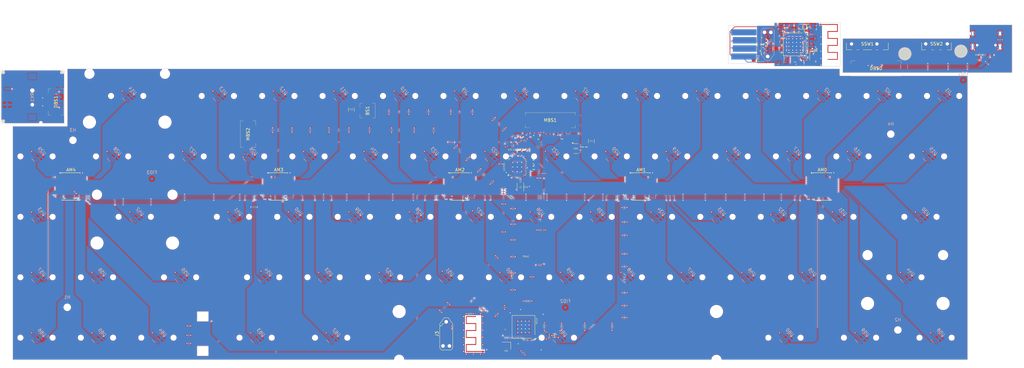
<source format=kicad_pcb>
(kicad_pcb (version 20240108) (generator "pcbnew") (generator_version "8.0")
  (layers (0 "F.Cu" signal) (31 "B.Cu" signal) (34 "B.Paste" user) (35 "F.Paste" user) (36 "B.SilkS" user "B.Silkscreen") (37 "F.SilkS" user "F.Silkscreen") (38 "B.Mask" user) (39 "F.Mask" user) (44 "Edge.Cuts" user))
  (net 0 "")
  (net 1 "AM0")
  (net 2 "AM1")
  (net 3 "AM2")
  (net 4 "AM3")
  (net 5 "AM4")
  (net 6 "AM0:5")
  (net 7 "AM0:3")
  (net 8 "AM0:13")
  (net 9 "AM0:14")
  (net 10 "AM0:4")
  (net 11 "AM0:9")
  (net 12 "AM0:11")
  (net 13 "AM0:8")
  (net 14 "AM0:10")
  (net 15 "AM0:12")
  (net 16 "AM0:2")
  (net 17 "AM0:1")
  (net 18 "AM0:6")
  (net 19 "AM0:7")
  (net 20 "AM0:15")
  (net 21 "AM0:0")
  (net 22 "AM2:5")
  (net 23 "AM1:5")
  (net 24 "AM1:0")
  (net 25 "AM1:14")
  (net 26 "AM1:7")
  (net 27 "AM1:3")
  (net 28 "AM1:6")
  (net 29 "AM1:9")
  (net 30 "AM1:1")
  (net 31 "AM1:8")
  (net 32 "AM1:10")
  (net 33 "AM1:12")
  (net 34 "AM1:15")
  (net 35 "AM2:2")
  (net 36 "AM2:4")
  (net 37 "AM2:6")
  (net 38 "AM2:13")
  (net 39 "AM2:8")
  (net 40 "AM3:12")
  (net 41 "AM2:9")
  (net 42 "AM2:7")
  (net 43 "AM3:5")
  (net 44 "AM3:8")
  (net 45 "AM3:1")
  (net 46 "AM3:2")
  (net 47 "AM3:4")
  (net 48 "AM3:7")
  (net 49 "AM3:9")
  (net 50 "AM4:12")
  (net 51 "AM3:14")
  (net 52 "AM3:6")
  (net 53 "AM4:14")
  (net 54 "AM4:0")
  (net 55 "AM4:11")
  (net 56 "AM4:15")
  (net 57 "AM4:2")
  (net 58 "AM4:1")
  (net 59 "AM4:7")
  (net 60 "AM4:9")
  (net 61 "AM2:14")
  (net 62 "AM3:15")
  (net 63 "AM3:0")
  (net 64 "AM4:8")
  (net 65 "AM3:13")
  (net 66 "AM2:15")
  (net 67 "AM2:0")
  (net 68 "AM2:1")
  (net 69 "BAT")
  (net 70 "DEC1")
  (net 72 "DEC3")
  (net 76 "DEC4")
  (net 78 "DECUSB")
  (net 91 "SELECT2")
  (net 94 "AM1:2")
  (net 95 "AM1:11")
  (net 96 "SELECT0")
  (net 97 "SELECT3")
  (net 101 "XC1")
  (net 102 "XC2")
  (net 103 "XL1")
  (net 104 "XL2")
  (net 105 "RESET")
  (net 106 "SWDIO")
  (net 107 "DEC2")
  (net 108 "SWDCLK")
  (net 110 "DEC5")
  (net 116 "MP")
  (net 118 "SELECT1")
  (net 122 "MCU VOL DOWN")
  (net 123 "MCU VOL UP")
  (net 124 "Net-(ESD1-VCC)")
  (net 125 "D RK")
  (net 126 "Net-(BS1-Pin_2)")
  (net 127 "3.3V")
  (net 129 "Net-(LED1-DOUT)")
  (net 130 "AM4:13")
  (net 131 "/Main Board/VSYS")
  (net 132 "MCU LED")
  (net 135 "2.4GHz ICCPR")
  (net 136 "SDA")
  (net 137 "SCL")
  (net 138 "SW2")
  (net 140 "CC1 ICCPR")
  (net 141 "CC2 ICCPR")
  (net 142 "NTC")
  (net 143 "VSET2")
  (net 145 "MCU D RK")
  (net 146 "Win ICCPR")
  (net 147 "BT ICCPR")
  (net 148 "MBS D-")
  (net 149 "MBS D+")
  (net 150 "Net-(ESD2-VCC)")
  (net 166 "Dongle B1")
  (net 185 "Net-(C13-Pad1)")
  (net 186 "Net-(C45-Pad1)")
  (net 187 "VBUS ESD")
  (net 188 "Dongle DEC1")
  (net 189 "Dongle DEC2")
  (net 190 "Dongle DEC3")
  (net 191 "Dongle DEC4")
  (net 192 "Dongle DEC5")
  (net 193 "Dongle DECUSB")
  (net 194 "Dongle A22")
  (net 195 "Dongle AD23")
  (net 196 "Dongle VDDH")
  (net 197 "Dongle XC1")
  (net 198 "Dongle DCCH")
  (net 199 "Dongle XL1")
  (net 200 "Dongle XL2")
  (net 201 "Dongle XC2")
  (net 202 "Dongle W1")
  (net 204 "Dongle AD14")
  (net 205 "Dongle H23")
  (net 206 "Dongle D-")
  (net 207 "Dongle D+")
  (net 208 "Net-(L5-Pad2)")
  (net 212 "Dongle NFC1")
  (net 213 "Dongle NFC2")
  (net 216 "H23")
  (net 217 "VBUSOUT")
  (net 219 "Dongle DCC")
  (net 220 "Dongle VBUS")
  (net 221 "Net-(ANT1-Pad1)")
  (net 222 "Net-(ANT2-Pad1)")
  (net 223 "Net-(J1-GND)")
  (net 224 "Dongle SWDIO")
  (net 225 "Dongle SWDCLK")
  (net 226 "VBUS ICCPR")
  (net 232 "GND")
  (net 237 "USB CC2")
  (net 238 "USB CC1")
  (net 239 "VOL DOWN")
  (net 240 "VOL UP")
  (net 241 "BT Switch")
  (net 242 "Win")
  (net 243 "2.4GHz Switch")
  (net 244 "USB D-")
  (net 245 "USB D+")
  (footprint "ScottoKeebs_Components:Capacitor_0402" (layer "F.Cu") (at 201.199297 198.73554 90)
    (property "Reference" "C30" (hide yes))
    (property "Value" "1.5pF")
  )
  (footprint "ScottoKeebs_Components:Capacitor_0603" (layer "F.Cu") (at 212.752865 135.611608 90)
    (property "Reference" "C21")
    (property "Value" "10µF" (hide yes))
  )
  (footprint "ScottoKeebs_Components:LED_SK6812MINI" (layer "F.Cu") (at 112.933047 199.03929)
    (property "Reference" "LED2" (hide yes))
    (property "Value" "LED_SK6812MINI" (hide yes))
    (fp_line (start -1.7 -1.5) (end -1.7 1.5) (stroke (width 0.12)) (layer "Edge.Cuts"))
    (fp_line (start -1.7 1.5) (end 1.7 1.5) (stroke (width 0.12)) (layer "Edge.Cuts"))
    (fp_line (start 1.7 -1.5) (end -1.7 -1.5) (stroke (width 0.12)) (layer "Edge.Cuts"))
    (fp_line (start 1.7 1.5) (end 1.7 -1.5) (stroke (width 0.12)) (layer "Edge.Cuts"))
  )
  (footprint "HE_Keyswitch:Murata_Crystal_SMD_2016-4Pin_2.0x1.6mm" (layer "F.Cu") (at 305.386401 105.981251 -90)
    (property "Reference" "CR3")
    (property "Value" "32MHz")
  )
  (footprint "ScottoKeebs_Components:Capacitor_0402" (layer "F.Cu") (at 233.789115 134.78929 -90)
    (property "Reference" "C18")
    (property "Value" "1µF")
  )
  (footprint "Package_SO:SSOP-24_5.3x8.2mm_P0.65mm" (layer "F.Cu") (at 193.986797 147.21429)
    (property "Reference" "AM2")
    (property "Value" "CD74HC4067SM")
  )
  (footprint "Resistor_SMD:R_0201_0603Metric" (layer "F.Cu") (at 202.436797 199.21554 180)
    (property "Reference" "R9")
    (property "Value" "0R")
  )
  (footprint "ScottoKeebs_Components:Capacitor_0402" (layer "F.Cu") (at 208.259297 191.222415 180)
    (property "Reference" "C3" (hide yes))
    (property "Value" "820pF")
  )
  (footprint "HE_Keyswitch:Murata_Crystal_SMD_2016-4Pin_2.0x1.6mm" (layer "F.Cu") (at 208.666172 197.412415 180)
    (property "Reference" "CR1")
    (property "Value" "32MHz")
  )
  (footprint "ScottoKeebs_Components:Capacitor_0603" (layer "F.Cu") (at 219.189115 186.719733 90)
    (property "Reference" "C7" (hide yes))
    (property "Value" "4.7µF" (hide yes))
  )
  (footprint "Resistor_SMD:R_0201_0603Metric" (layer "F.Cu") (at 216.165366 140.077415)
    (property "Reference" "R7")
    (property "Value" "10k")
  )
  (footprint "ScottoKeebs_Components:Capacitor_0603" (layer "F.Cu") (at 213.091797 145.34554)
    (property "Reference" "C20")
    (property "Value" "10µF" (hide yes))
  )
  (footprint "Resistor_SMD:R_0201_0603Metric" (layer "F.Cu") (at 215.891797 131.04554 180)
    (property "Reference" "R4")
    (property "Value" "10k")
  )
  (footprint "ScottoKeebs_Components:Capacitor_0603" (layer "F.Cu") (at 209.768047 135.611607 90)
    (property "Reference" "C22")
    (property "Value" "1µF" (hide yes))
  )
  (footprint "ScottoKeebs_Components:Capacitor_0402" (layer "F.Cu") (at 203.626797 198.73554 90)
    (property "Reference" "C27" (hide yes))
    (property "Value" "N.C.")
  )
  (footprint "ScottoKeebs_Components:Capacitor_0603" (layer "F.Cu") (at 217.889297 185.567415 90)
    (property "Reference" "C5" (hide yes))
    (property "Value" "4.7µF" (hide yes))
  )
  (footprint "Fuse:Fuse_1206_3216Metric" (layer "F.Cu") (at 159.7825 122.92911 90)
    (property "Reference" "F2")
    (property "Value" "500mA")
  )
  (footprint "Capacitor_SMD:C_0201_0603Metric" (layer "F.Cu") (at 289.916404 105.431248)
    (property "Reference" "C53")
    (property "Value" "100nF")
  )
  (footprint "ScottoKeebs_Components:Button_TL3342" (layer "F.Cu") (at 214.826172 169.256165 90)
    (property "Reference" "RSW1")
    (property "Value" "Switch")
  )
  (footprint "ScottoKeebs_Components:Capacitor_0402" (layer "F.Cu") (at 222.985549 196.790538 180)
    (property "Reference" "C16" (hide yes))
    (property "Value" "12pF")
  )
  (footprint "ScottoKeebs_Components:Capacitor_0402" (layer "F.Cu") (at 213.701797 196.34179 -90)
    (property "Reference" "C28" (hide yes))
    (property "Value" "N.C.")
  )
  (footprint "ScottoKeebs_Components:Capacitor_0402" (layer "F.Cu") (at 209.631797 192.776165 -90)
    (property "Reference" "C12" (hide yes))
    (property "Value" "0.8pF")
  )
  (footprint "Package_TO_SOT_SMD:SOT-143" (layer "F.Cu") (at 230.561797 135.25929)
    (property "Reference" "ESD1")
    (property "Value" "PRTR5V0U2X")
  )
  (footprint "Resistor_SMD:R_0201_0603Metric" (layer "F.Cu") (at 226.211797 131.36554 -90)
    (property "Reference" "R6")
    (property "Value" "10k")
  )
  (footprint "HE_Keyswitch:SW_SPDT_Korean_Hroparts_Elec_K3-1280S-K1" (layer "F.Cu") (at 344.204356 102.253756 180)
    (property "Reference" "SSW2")
    (property "Value" "K3-1280S-K1" (hide yes))
  )
  (footprint "Capacitor_SMD:C_0201_0603Metric" (layer "F.Cu") (at 307.751247 96.451248 -90)
    (property "Reference" "C47")
    (property "Value" "1.5pF")
  )
  (footprint "ScottoKeebs_Components:Capacitor_0603" (layer "F.Cu") (at 214.839509 147.39554 90)
    (property "Reference" "C24")
    (property "Value" "10µF" (hide yes))
  )
  (footprint "HE_Keyswitch:SW_SP3T_Korean_Hroparts_Elec_K3-1346S-K1" (layer "F.Cu") (at 322.422021 102.270851 180)
    (property "Reference" "SSW1")
    (property "Value" "K3-1346S-K1" (hide yes))
  )
  (footprint "Crystal:Crystal_SMD_2012-2Pin_2.0x1.2mm" (layer "F.Cu") (at 302.126404 96.891249 180)
    (property "Reference" "CR4")
    (property "Value" "32.768kHz")
  )
  (footprint "Fuse:Fuse_1206_3216Metric" (layer "F.Cu") (at 235.425365 132.90929 -90)
    (property "Reference" "F1")
    (property "Value" "500mA")
  )
  (footprint "ScottoKeebs_Components:Capacitor_0402" (layer "F.Cu") (at 220.401172 196.396165)
    (property "Reference" "C1" (hide yes))
    (property "Value" "100nF")
  )
  (footprint "Package_SO:SSOP-24_5.3x8.2mm_P0.65mm" (layer "F.Cu") (at 251.106797 147.21429)
    (property "Reference" "AM1")
    (property "Value" "CD74HC4067SM")
  )
  (footprint "Capacitor_SMD:C_0201_0603Metric" (layer "F.Cu") (at 303.826404 97.01125 -90)
    (property "Reference" "C42")
    (property "Value" "12pF")
  )
  (footprint "ScottoKeebs_Components:Capacitor_0402" (layer "F.Cu") (at 206.805547 192.776165 -90)
    (property "Reference" "C13" (hide yes))
    (property "Value" "0.5pF")
  )
  (footprint "Resistor_SMD:R_0201_0603Metric" (layer "F.Cu") (at 218.711797 131.36554 -90)
    (property "Reference" "R5")
    (property "Value" "10k")
  )
  (footprint "Crystal:Crystal_SMD_3215-2Pin_3.2x1.5mm" (layer "F.Cu") (at 223.019297 194.201789 90)
    (property "Reference" "CR2")
    (property "Value" "32.768kHz")
  )
  (footprint "HE_Keyswitch:Samsung_CIGT201610EH2R2MNE" (layer "F.Cu") (at 213.059115 147.406609 90)
    (property "Reference" "L2")
    (property "Value" "2.2µH")
  )
  (footprint "Capacitor_SMD:C_0201_0603Metric" (layer "F.Cu") (at 307.271247 97.611253)
    (property "Reference" "C46")
    (property "Value" "N.C.")
  )
  (footprint "Package_SO:SSOP-24_5.3x8.2mm_P0.65mm" (layer "F.Cu") (at 308.226797 147.21429)
    (property "Reference" "AM0")
    (property "Value" "CD74HC4067SM")
  )
  (footprint "HE_Keyswitch:Hong_Cheng_HCZZ0001-11" (layer "F.Cu") (at 325.130771 109.998351)
    (property "Reference" "DBS0")
    (property "Value" "HCZZ0001-11" (hide yes))
  )
  (footprint "Resistor_SMD:R_0201_0603Metric" (layer "F.Cu") (at 306.951247 96.476252 90)
    (property "Reference" "R1")
    (property "Value" "0R")
  )
  (footprint "ScottoKeebs_Components:Capacitor_0402" (layer "F.Cu") (at 289.756403 104.531251)
    (property "Reference" "C52")
    (property "Value" "4.7µF")
  )
  (footprint "HE_Keyswitch:MIFA" (layer "F.Cu") (at 312.956246 96.131251 180)
    (property "Reference" "ANT2" (hide yes))
    (property "Value" "~")
  )
  (footprint "ScottoKeebs_Components:Capacitor_0402" (layer "F.Cu") (at 208.25 193.77929 90)
    (property "Reference" "C29" (hide yes))
    (property "Value" "N.C.")
  )
  (footprint "Capacitor_SMD:C_0201_0603Metric" (layer "F.Cu") (at 301.911405 108.361247 90)
    (property "Reference" "C45")
    (property "Value" "0.5pF")
  )
  (footprint "Capacitor_SMD:C_0201_0603Metric" (layer "F.Cu") (at 301.586408 98.191249)
    (property "Reference" "C41")
    (property "Value" "12pF")
  )
  (footprint "Inductor_SMD:L_0201_0603Metric" (layer "F.Cu") (at 300.811405 108.681247)
    (property "Reference" "L3")
    (property "Value" "4.7nH")
  )
  (footprint "Fuse:Fuse_1206_3216Metric" (layer "F.Cu") (at 287.977743 106.99125)
    (property "Reference" "F3")
    (property "Value" "500mA")
  )
  (footprint "ScottoKeebs_Components:Capacitor_0402" (layer "F.Cu") (at 232.750199 134.789289 -90)
    (property "Reference" "C19")
    (property "Value" "100nF")
  )
  (footprint "ScottoKeebs_Components:Capacitor_0402" (layer "F.Cu") (at 206.717422 197.483665 90)
    (property "Reference" "C11" (hide yes))
    (property "Value" "12pF")
  )
  (footprint "HE_Keyswitch:Hong_Cheng_HCZZ0001-5" (layer "F.Cu") (at 127.211797 130.72429 -90)
    (property "Reference" "MBS2")
    (property "Value" "HCZZ0001-5" (hide yes))
  )
  (footprint "Resistor_SMD:R_0201_0603Metric" (layer "F.Cu") (at 216.165366 138.887415)
    (property "Reference" "R3")
    (property "Value" "250-500k")
  )
  (footprint "Capacitor_SMD:C_0201_0603Metric" (layer "F.Cu") (at 305.181406 107.781251 180)
    (property "Reference" "C31")
    (property "Value" "12pF")
  )
  (footprint "ScottoKeebs_Components:Capacitor_0603" (layer "F.Cu") (at 220.398672 197.639915)
    (property "Reference" "C6" (hide yes))
    (property "Value" "1µF" (hide yes))
  )
  (footprint "ScottoKeebs_Components:Capacitor_0402" (layer "F.Cu") (at 212.032422 195.89554 180)
    (property "Reference" "C8" (hide yes))
    (property "Value" "100nF")
  )
  (footprint "HE_Keyswitch:Hong_Cheng_HCZZ0001-5" (layer "F.Cu") (at 66.659376 120.537104 90)
    (property "Reference" "DBS1")
    (property "Value" "HCZZ0001-5" (hide yes))
  )
  (footprint "HE_Keyswitch:Nordic_AQFN-73-1EP_7x7mm_P0.5mm_Thermal" (layer "F.Cu") (at 214.021797 191.472415 180)
    (property "Reference" "MCU1")
    (property "Value" "nRF52840 aQFN73 Datasheet Layout")
  )
  (footprint "Connector:Tag-Connect_TC2050-IDC-NL_2x05_P1.27mm_Vertical" (layer "F.Cu") (at 189.666384 193.670752 -90)
    (property "Reference" "J3")
    (property "Value" "TC2050-IDC")
  )
  (footprint "ScottoKeebs_Components:Capacitor_0603" (layer "F.Cu") (at 211.360365 135.611608 90)
    (property "Reference" "C25")
    (property "Value" "1µF" (hide yes))
  )
  (footprint "Package_SO:SSOP-24_5.3x8.2mm_P0.65mm" (layer "F.Cu") (at 71.416797 147.21429)
    (property "Reference" "AM4")
    (property "Value" "CD74HC4067SM")
  )
  (footprint "Capacitor_SMD:C_0201_0603Metric" (layer "F.Cu") (at 305.156405 104.181251)
    (property "Reference" "C32")
    (property "Value" "12pF")
  )
  (footprint "ScottoKeebs_Components:Capacitor_0402" (layer "F.Cu") (at 210.655 186.55179 90)
    (property "Reference" "C10" (hide yes))
    (property "Value" "100nF")
  )
  (footprint "Inductor_SMD:L_0402_1005Metric" (layer "F.Cu") (at 208.254297 192.296165 180)
    (property "Reference" "L1")
    (property "Value" "4.7nH")
  )
  (footprint "ScottoKeebs_Components:Capacitor_0402" (layer "F.Cu") (at 210.599922 197.342415 -90)
    (property "Reference" "C14" (hide yes))
    (property "Value" "12pF")
  )
  (footprint "HE_Keyswitch:Nordic_QFN-32-1EP_5x5mm_P0.5mm_EP3.6x3.6mm_ThermalVias" (layer "F.Cu") (at 212.056615 141.067858 90)
    (property "Reference" "ICCPR1")
    (property "Value" "nPM1300 Datasheet Layout")
  )
  (footprint "Resistor_SMD:R_0201_0603Metric" (layer "F.Cu") (at 216.165366 140.817858)
    (property "Reference" "R8")
    (property "Value" "10k")
  )
  (footprint "HE_Keyswitch:MIFA" (layer "F.Cu") (at 195.993672 199.21554)
    (property "Reference" "ANT1")
    (property "Value" "~")
  )
  (footprint "ScottoKeebs_Components:Capacitor_0603" (layer "F.Cu") (at 214.294115 135.611607 90)
    (property "Reference" "C23")
    (property "Value" "2.2µF" (hide yes))
  )
  (footprint "ScottoKeebs_Components:Capacitor_0402" (layer "F.Cu") (at 208.908047 195.406165 180)
    (property "Reference" "C2" (hide yes))
    (property "Value" "100pF")
  )
  (footprint "Package_TO_SOT_SMD:SOT-143" (layer "F.Cu") (at 289.286405 102.43125 -90)
    (property "Reference" "ESD2")
    (property "Value" "PRTR5V0U2X")
  )
  (footprint "ScottoKeebs_Components:Capacitor_0402" (layer "F.Cu") (at 213.771797 185.802415 90)
    (property "Reference" "C9" (hide yes))
    (property "Value" "100nF")
  )
  (footprint "Capacitor_SMD:C_0201_0603Metric" (layer "F.Cu") (at 300.811405 107.981247)
    (property "Reference" "C44")
    (property "Value" "0.8pF")
  )
  (footprint "Capacitor_SMD:C_0201_0603Metric" (layer "F.Cu") (at 216.165366 141.862415)
    (property "Reference" "C26")
    (property "Value" "100nF")
  )
  (footprint "HE_Keyswitch:Hong_Cheng_HCZZ0001-2" (layer "F.Cu") (at 164.884115 123.317859 90)
    (property "Reference" "BS1")
    (property "Value" "HCZZ0001-2" (hide yes))
  )
  (footprint "HE_Keyswitch:Hong_Cheng_HCZZ0001-11" (layer "F.Cu") (at 222.461797 126.30929 180)
    (property "Reference" "MBS1")
    (property "Value" "HCZZ0001-11" (hide yes))
  )
  (footprint "ScottoKeebs_Components:Capacitor_0603" (layer "F.Cu") (at 216.745135 196.422627 180)
    (property "Reference" "C4" (hide yes))
    (property "Value" "1µF" (hide yes))
  )
  (footprint "ScottoKeebs_Components:USB_C_HRO_TYPE-C-31-M-12" (layer "F.Cu") (at 359.902021 100.057051 180)
    (property "Reference" "USBC1" (hide yes))
    (property "Value" "USB_C_Receptacle_USB2.0_14P")
  )
  (footprint "Package_SO:SSOP-24_5.3x8.2mm_P0.65mm" (layer "F.Cu") (at 136.866797 147.21429)
    (property "Reference" "AM3")
    (property "Value" "CD74HC4067SM")
  )
  (footprint "ScottoKeebs_Components:LED_SK6812MINI" (layer "F.Cu") (at 112.933047 188.18054 180)
    (property "Reference" "LED1" (hide yes))
    (property "Value" "LED_SK6812MINI" (hide yes))
    (fp_line (start 1.7 1.5) (end 1.7 -1.5) (stroke (width 0.12)) (layer "Edge.Cuts"))
    (fp_line (start 1.7 -1.5) (end -1.7 -1.5) (stroke (width 0.12)) (layer "Edge.Cuts"))
    (fp_line (start -1.7 1.5) (end 1.7 1.5) (stroke (width 0.12)) (layer "Edge.Cuts"))
    (fp_line (start -1.7 -1.5) (end -1.7 1.5) (stroke (width 0.12)) (layer "Edge.Cuts"))
  )
  (footprint "HE_Keyswitch:Nordic_AQFN-73-1EP_7x7mm_P0.5mm_Thermal" (layer "F.Cu") (at 299.486405 102.431247 -90)
    (property "Reference" "MCU2")
    (property "Value" "nRF52840 aQFN73 Datasheet Layout")
  )
  (footprint "ScottoKeebs_Components:Capacitor_0402" (layer "F.Cu") (at 224.506799 193.87804 -90)
    (property "Reference" "C17" (hide yes))
    (property "Value" "12pF")
  )
  (footprint "HE_Keyswitch:MX_Gateron_HE_1u" (layer "B.Cu") (at 251.036797 118.67429 180)
    (property "Reference" "AM1:8" (hide yes))
    (property "Value" "5 %")
  )
  (footprint "HE_Keyswitch:GH39FKSW_OH49E-S" (layer "B.Cu") (at 79.586797 194.87429 135)
    (property "Reference" "U65")
    (property "Value" "Hall_Sensor")
  )
  (footprint "HE_Keyswitch:GH39FKSW_OH49E-S" (layer "B.Cu") (at 251.036797 118.67429 135)
    (property "Reference" "U6")
    (property "Value" "Hall_Sensor")
  )
  (footprint "HE_Keyswitch:GH39FKSW_OH49E-S" (layer "B.Cu") (at 127.211797 137.72429 135)
    (property "Reference" "U26")
    (property "Value" "Hall_Sensor")
  )
  (footprint "HE_Keyswitch:GH39FKSW_OH49E-S" (layer "B.Cu") (at 203.411797 137.72429 135)
    (property "Reference" "U22")
    (property "Value" "Hall_Sensor")
  )
  (footprint "HE_Keyswitch:GH39FKSW_OH49E-S" (layer "B.Cu") (at 141.499297 156.77429 135)
    (property "Reference" "U40")
    (property "Value" "Hall_Sensor")
  )
  (footprint "Capacitor_SMD:C_0201_0603Metric" (layer "B.Cu") (at 297.101242 108.081248 180)
    (property "Reference" "C57")
    (property "Value" "N.C.")
  )
  (footprint "MountingHole:MountingHole_2.2mm_M2" (layer "B.Cu") (at 70.226797 185.29429 180)
    (property "Reference" "H1")
    (property "Value" "MountingHole")
  )
  (footprint "HE_Keyswitch:GH39FKSW_OH49E-S" (layer "B.Cu") (at 293.899297 156.77429 135)
    (property "Reference" "U32")
    (property "Value" "Hall_Sensor")
  )
  (footprint "ScottoKeebs_Components:Capacitor_0603" (layer "B.Cu") (at 299.311404 97.93125)
    (property "Reference" "C48")
    (property "Value" "4.7µF" (hide yes))
  )
  (footprint "Inductor_SMD:L_0201_0603Metric" (layer "B.Cu") (at 295.586403 96.431248 -90)
    (property "Reference" "FB3")
    (property "Value" "120R/0.85A")
  )
  (footprint "Capacitor_SMD:C_0201_0603Metric" (layer "B.Cu") (at 295.266408 97.551248)
    (property "Reference" "C59")
    (property "Value" "100nF")
  )
  (footprint "HE_Keyswitch:MX_Gateron_HE_1.5u" (layer "B.Cu") (at 341.524297 137.72429 180)
    (property "Reference" "AM0:11" (hide yes))
    (property "Value" "Tab")
  )
  (footprint "HE_Keyswitch:MX_Gateron_HE_1u" (layer "B.Cu") (at 60.536797 156.77429 180)
    (property "Reference" "AM4:2" (hide yes))
    (property "Value" "PgUp Home")
  )
  (footprint "HE_Keyswitch:MX_Gateron_HE_1u" (layer "B.Cu") (at 203.411797 137.72429 180)
    (property "Reference" "AM2:8" (hide yes))
    (property "Value" "U")
  )
  (footprint "HE_Keyswitch:MX_Gateron_HE_1.25u" (layer "B.Cu") (at 320.093047 194.87429 180)
    (property "Reference" "AM0:15" (hide yes))
    (property "Value" "Win")
  )
  (footprint "HE_Keyswitch:MX_Gateron_HE_1u" (layer "B.Cu") (at 308.186797 118.67429 180)
    (property "Reference" "AM0:7" (hide yes))
    (property "Value" "2 @")
  )
  (footprint "HE_Keyswitch:MX_Gateron_HE_1.5u" (layer "B.Cu") (at 84.349297 137.72429 180)
    (property "Reference" "AM4:9" (hide yes))
    (property "Value" "\\ |")
  )
  (footprint "HE_Keyswitch:MX_Gateron_HE_1u" (layer "B.Cu") (at 298.661797 137.72429 180)
    (property "Reference" "AM0:6" (hide yes))
    (property "Value" "W")
  )
  (footprint "HE_Keyswitch:MX_Gateron_HE_1u" (layer "B.Cu") (at 293.899297 156.77429 180)
    (property "Reference" "AM0:3" (hide yes))
    (property "Value" "S")
  )
  (footprint "HE_Keyswitch:GH39FKSW_OH49E-S" (layer "B.Cu") (at 343.905547 194.87429 135)
    (property "Reference" "U58")
    (property "Value" "Hall_Sensor")
  )
  (footprint "HE_Keyswitch:MX_Gateron_HE_1u" (layer "B.Cu") (at 131.974297 175.82429 180)
    (property "Reference" "AM3:0" (hide yes))
    (property "Value" "/ ?")
  )
  (footprint "HE_Keyswitch:USB A" (layer "B.Cu") (at 278.60124 102.431251 90)
    (property "Reference" "J1")
    (property "Value" "USB_A")
  )
  (footprint "HE_Keyswitch:GH39FKSW_OH49E-S" (layer "B.Cu") (at 60.536797 194.87429 135)
    (property "Reference" "U66")
    (property "Value" "Hall_Sensor")
  )
  (footprint "HE_Keyswitch:GH39FKSW_OH49E-S" (layer "B.Cu") (at 334.380547 175.82429 135)
    (property "Reference" "U44")
    (property "Value" "Hall_Sensor")
  )
  (footprint "Capacitor_SMD:C_0201_0603Metric" (layer "B.Cu") (at 302.636405 96.936249 90)
    (property "Reference" "C33")
    (property "Value" "100nF")
  )
  (footprint "HE_Keyswitch:MX_Gateron_HE_1u" (layer "B.Cu") (at 79.586797 175.82429 180)
    (property "Reference" "AM4:14" (hide yes))
    (property "Value" "Up")
  )
  (footprint "HE_Keyswitch:MX_Gateron_HE_1u" (layer "B.Cu") (at 260.561797 137.72429 180)
    (property "Reference" "AM1:9" (hide yes))
    (property "Value" "R")
  )
  (footprint "HE_Keyswitch:GH39FKSW_OH49E-S" (layer "B.Cu") (at 227.224297 175.82429 135)
    (property "Reference" "U49")
    (property "Value" "Hall_Sensor")
  )
  (footprint "HE_Keyswitch:MX_Gateron_HE_1u" (layer "B.Cu") (at 312.949297 156.77429 180)
    (property "Reference" "AM0:2" (hide yes))
    (property "Value" "A")
  )
  (footprint "HE_Keyswitch:MX_Gateron_HE_1u" (layer "B.Cu") (at 160.549297 156.77429 180)
    (property "Reference" "AM3:12" (hide yes))
    (property "Value" "L")
  )
  (footprint "HE_Keyswitch:GH39FKSW_OH49E-S" (layer "B.Cu") (at 346.286797 118.67429 135)
    (property "Reference" "U1")
    (property "Value" "Hall_Sensor")
  )
  (footprint "HE_Keyswitch:MX_Gateron_HE_1u" (layer "B.Cu") (at 108.161797 137.72429 180)
    (property "Reference" "AM3:4" (hide yes))
    (property "Value" "] }")
  )
  (footprint "HE_Keyswitch:MX_Gateron_HE_1u" (layer "B.Cu") (at 60.536797 137.72429 180)
    (property "Reference" "AM4:7" (hide yes))
    (property "Value" "Delete Insert")
  )
  (footprint "HE_Keyswitch:GH39FKSW_OH49E-S" (layer "B.Cu") (at 212.936797 118.67429 135)
    (property "Reference" "U8")
    (property "Value" "Hall_Sensor")
  )
  (footprint "HE_Keyswitch:MX_Gateron_HE_1u" (layer "B.Cu") (at 231.986797 118.67429 180)
    (property "Reference" "AM1:6" (hide yes))
    (property "Value" "6 ^")
  )
  (footprint "HE_Keyswitch:MX_Gateron_HE_1u" (layer "B.Cu") (at 60.536797 194.87429 180)
    (property "Reference" "AM4:0" (hide yes))
    (property "Value" "Right")
  )
  (footprint "HE_Keyswitch:GH39FKSW_OH49E-S" (layer "B.Cu") (at 320.093047 194.87429 135)
    (property "Reference" "U59")
    (property "Value" "Hall_Sensor")
  )
  (footprint "HE_Keyswitch:GH39FKSW_OH49E-S" (layer "B.Cu") (at 174.836797 118.67429 135)
    (property "Reference" "U10")
    (property "Value" "Hall_Sensor")
  )
  (footprint "HE_Keyswitch:GH39FKSW_OH49E-S" (layer "B.Cu") (at 255.799297 156.77429 135)
    (property "Reference" "U34")
    (property "Value" "Hall_Sensor")
  )
  (footprint "HE_Keyswitch:GH39FKSW_OH49E-S" (layer "B.Cu") (at 122.449297 156.77429 135)
    (property "Reference" "U41")
    (property "Value" "Hall_Sensor")
  )
  (footprint "HE_Keyswitch:MX_Gateron_HE_1u" (layer "B.Cu") (at 279.611797 137.72429 180)
    (property "Reference" "AM0:4" (hide yes))
    (property "Value" "E")
  )
  (footprint "HE_Keyswitch:MX_Gateron_HE_2.25u_Stab" (layer "B.Cu") (at 334.380547 175.82429 180)
    (property "Reference" "AM0:13" (hide yes))
    (property "Value" "L Shift")
  )
  (footprint "HE_Keyswitch:MX_Gateron_HE_6.25u_Stab" (layer "B.Cu") (at 224.843047 194.874291)
    (property "Reference" "AM1:1" (hide yes))
    (property "Value" "Space")
  )
  (footprint "Connector:Tag-Connect_TC2050-IDC-NL_2x05_P1.27mm_Vertical" (layer "B.Cu") (at 290.986405 102.431248 90)
    (property "Reference" "J2")
    (property "Value" "TC2050-IDC")
  )
  (footprint "HE_Keyswitch:GH39FKSW_OH49E-S" (layer "B.Cu") (at 60.536797 156.77429 135)
    (property "Reference" "U43")
    (property "Value" "Hall_Sensor")
  )
  (footprint "HE_Keyswitch:MX_Gateron_HE_1u" (layer "B.Cu") (at 151.024297 175.82429 180)
    (property "Reference" "AM3:13" (hide yes))
    (property "Value" ". >")
  )
  (footprint "HE_Keyswitch:GH39FKSW_OH49E-S" (layer "B.Cu") (at 131.974297 175.82429 135)
    (property "Reference" "U54")
    (property "Value" "Hall_Sensor")
  )
  (footprint "Fiducial:Fiducial_1mm_Mask2mm" (layer "B.Cu") (at 227.224297 185.34929 180)
    (property "Reference" "FID2")
    (property "Value" "Fiducial")
  )
  (footprint "HE_Keyswitch:GH39FKSW_OH49E-S" (layer "B.Cu") (at 165.311797 137.72429 135)
    (property "Reference" "U24")
    (property "Value" "Hall_Sensor")
  )
  (footprint "HE_Keyswitch:GH39FKSW_OH49E-S" (layer "B.Cu") (at 117.686797 118.67429 135)
    (property "Reference" "U13")
    (property "Value" "Hall_Sensor")
  )
  (footprint "HE_Keyswitch:MX_Gateron_HE_1u" (layer "B.Cu") (at 303.424297 175.82429 180)
    (property "Reference" "AM0:1" (hide yes))
    (property "Value" "Z")
  )
  (footprint "HE_Keyswitch:GH39FKSW_OH49E-S" (layer "B.Cu") (at 296.280547 194.87429 135)
    (property "Reference" "U60")
    (property "Value" "Hall_Sensor")
  )
  (footprint "HE_Keyswitch:MX_Gateron_HE_1u" (layer "B.Cu") (at 165.311797 137.72429 180)
    (property "Reference" "AM2:4" (hide yes))
    (property "Value" "O")
  )
  (footprint "Inductor_SMD:L_0402_1005Metric" (layer "B.Cu") (at 305.936403 100.541252 -90)
    (property "Reference" "L6")
    (property "Value" "15nH")
  )
  (footprint "ScottoKeebs_Components:Capacitor_0603" (layer "B.Cu") (at 304.736404 102.231252 -90)
    (property "Reference" "C36")
    (property "Value" "1µF" (hide yes))
  )
  (footprint "HE_Keyswitch:GH39FKSW_OH49E-S" (layer "B.Cu") (at 98.636797 194.87429 135)
    (property "Reference" "U64")
    (property "Value" "Hall_Sensor")
  )
  (footprint "HE_Keyswitch:GH39FKSW_OH49E-S" (layer "B.Cu") (at 108.161797 137.72429 135)
    (property "Reference" "U27")
    (property "Value" "Hall_Sensor")
  )
  (footprint "HE_Keyswitch:MX_Gateron_HE_1u" (layer "B.Cu") (at 227.224297 175.82429 180)
    (property "Reference" "AM1:3" (hide yes))
    (property "Value" "B")
  )
  (footprint "HE_Keyswitch:GH39FKSW_OH49E-S" (layer "B.Cu") (at 224.843047 194.87429 135)
    (property "Reference" "U61")
    (property "Value" "Hall_Sensor")
  )
  (footprint "HE_Keyswitch:MX_Gateron_HE_1.75u" (layer "B.Cu") (at 339.143047 156.77429 180)
    (property "Reference" "AM0:12" (hide yes))
    (property "Value" "Caps Lock")
  )
  (footprint "HE_Keyswitch:GH39FKSW_OH49E-S" (layer "B.Cu") (at 198.649297 156.77429 135)
    (property "Reference" "U37")
    (property "Value" "Hall_Sensor")
  )
  (footprint "HE_Keyswitch:MX_Gateron_HE_1u" (layer "B.Cu") (at 98.636797 194.87429 180)
    (property "Reference" "AM4:13" (hide yes))
    (property "Value" "Left")
  )
  (footprint "HE_Keyswitch:MX_Gateron_HE_1u" (layer "B.Cu") (at 141.499297 156.77429 180)
    (property "Reference" "AM3:15" (hide yes))
    (property "Value" "; :")
  )
  (footprint "HE_Keyswitch:MX_Gateron_HE_1.25u" (layer "B.Cu") (at 129.593047 194.87429 180)
    (property "Reference" "AM3:1" (hide yes))
    (property "Value" "Fn")
  )
  (footprint "HE_Keyswitch:MX_Gateron_HE_1u" (layer "B.Cu") (at 198.649297 156.77429 180)
    (property "Reference" "AM2:15" (hide yes))
    (property "Value" "J")
  )
  (footprint "Inductor_SMD:L_0603_1608Metric" (layer "B.Cu") (at 299.323904 96.431249)
    (property "Reference" "L4")
    (property "Value" "10µH")
  )
  (footprint "HE_Keyswitch:MX_Gateron_HE_1.25u" (layer "B.Cu") (at 153.405547 194.87429 180)
    (property "Reference" "AM3:14" (hide yes))
    (property "Value" "R Alt")
  )
  (footprint "MountingHole:MountingHole_2.2mm_M2" (layer "B.Cu") (at 332.026797 192.43429 180)
    (property "Reference" "H2")
    (property "Value" "MountingHole")
  )
  (footprint "HE_Keyswitch:GH39FKSW_OH49E-S" (layer "B.Cu") (at 241.511797 137.72429 135)
    (property "Reference" "U20")
    (property "Value" "Hall_Sensor")
  )
  (footprint "Inductor_SMD:L_0201_0603Metric" (layer "B.Cu") (at 294.301241 108.041252)
    (property "Reference" "FB4")
    (property "Value" "120R/0.85A")
  )
  (footprint "HE_Keyswitch:GH39FKSW_OH49E-S" (layer "B.Cu") (at 179.599297 156.77429 135)
    (property "Reference" "U38")
    (property "Value" "Hall_Sensor")
  )
  (footprint "HE_Keyswitch:GH39FKSW_OH49E-S" (layer "B.Cu") (at 60.536797 175.82429 135)
    (property "Reference" "U57")
    (property "Value" "Hall_Sensor")
  )
  (footprint "HE_Keyswitch:MX_Gateron_HE_1u" (layer "B.Cu") (at 241.511797 137.72429 180)
    (property "Reference" "AM1:7" (hide yes))
    (property "Value" "T")
  )
  (footprint "HE_Keyswitch:GH39FKSW_OH49E-S" (layer "B.Cu") (at 189.124297 175.82429 135)
    (property "Reference" "U51")
    (property "Value" "Hall_Sensor")
  )
  (footprint "HE_Keyswitch:MX_Gateron_HE_1u" (layer "B.Cu") (at 274.849297 156.77429 180)
    (property "Reference" "AM1:11" (hide yes))
    (property "Value" "D")
  )
  (footprint "Capacitor_SMD:C_0201_0603Metric" (layer "B.Cu") (at 304.681405 104.981247)
    (property "Reference" "C49")
    (property "Value" "100nF")
  )
  (footprint "HE_Keyswitch:GH39FKSW_OH49E-S" (layer "B.Cu") (at 246.274297 175.82429 135)
    (property "Reference" "U48")
    (property "Value" "Hall_Sensor")
  )
  (footprint "Fiducial:Fiducial_1mm_Mask2mm" (layer "B.Cu") (at 352.609297 113.697627 180)
    (property "Reference" "FID1")
    (property "Value" "Fiducial")
  )
  (footprint "HE_Keyswitch:GH39FKSW_OH49E-S" (layer "B.Cu") (at 153.405547 194.87429 135)
    (property "Reference" "U62")
    (property "Value" "Hall_Sensor")
  )
  (footprint "HE_Keyswitch:GH39FKSW_OH49E-S" (layer "B.Cu") (at 279.611797 137.72429 135)
    (property "Reference" "U18")
    (property "Value" "Hall_Sensor")
  )
  (footprint "MountingHole:MountingHole_2.2mm_M2" (layer "B.Cu") (at 329.795547 130.70304 180)
    (property "Reference" "H4")
    (property "Value" "MountingHole")
  )
  (footprint "HE_Keyswitch:MX_Gateron_HE_2u_Stab" (layer "B.Cu") (at 89.111797 118.67429 180)
    (property "Reference" "AM4:8" (hide yes))
    (property "Value" "Backspace")
  )
  (footprint "HE_Keyswitch:GH39FKSW_OH49E-S" (layer "B.Cu") (at 155.786797 118.67429 135)
    (property "Reference" "U11")
    (property "Value" "Hall_Sensor")
  )
  (footprint "HE_Keyswitch:MX_Gateron_HE_1u" (layer "B.Cu") (at 327.236797 118.67429 180)
    (property "Reference" "AM0:8" (hide yes))
    (property "Value" "1 !")
  )
  (footprint "HE_Keyswitch:MX_Gateron_HE_1u" (layer "B.Cu") (at 170.074297 175.82429 180)
    (property "Reference" "AM2:1" (hide yes))
    (property "Value" ", <")
  )
  (footprint "MountingHole:MountingHole_2.2mm_M2" (layer "B.Cu") (at 72.011797 132.63679 180)
    (property "Reference" "H3")
    (property "Value" "MountingHole")
  )
  (footprint "HE_Keyswitch:GH39FKSW_OH49E-S" (layer "B.Cu") (at 217.699297 156.77429 135)
    (property "Reference" "U36")
    (property "Value" "Hall_Sensor")
  )
  (footprint "HE_Keyswitch:MX_Gateron_HE_1u" (layer "B.Cu") (at 317.711797 137.72429 180)
    (property "Reference" "AM0:9" (hide yes))
    (property "Value" "Q")
  )
  (footprint "HE_Keyswitch:GH39FKSW_OH49E-S" (layer "B.Cu") (at 341.524297 137.72429 135)
    (property "Reference" "U15")
    (property "Value" "Hall_Sensor")
  )
  (footprint "HE_Keyswitch:GH39FKSW_OH49E-S" (layer "B.Cu") (at 312.949297 156.77429 135)
    (property "Reference" "U31")
    (property "Value" "Hall_Sensor")
  )
  (footprint "HE_Keyswitch:GH39FKSW_OH49E-S" (layer "B.Cu") (at 289.136797 118.67429 135)
    (property "Reference" "U4")
    (property "Value" "Hall_Sensor")
  )
  (footprint "HE_Keyswitch:GH39FKSW_OH49E-S" (layer "B.Cu") (at 231.986797 118.67429 135)
    (property "Reference" "U7")
    (property "Value" "Hall_Sensor")
  )
  (footprint "HE_Keyswitch:GH39FKSW_OH49E-S" (layer "B.Cu") (at 317.711797 137.72429 135)
    (property "Reference" "U16")
    (property "Value" "Hall_Sensor")
  )
  (footprint "HE_Keyswitch:MX_Gateron_HE_1.25u" (layer "B.Cu") (at 296.280547 194.87429 180)
    (property "Reference" "AM0:0" (hide yes))
    (property "Value" "L Alt")
  )
  (footprint "Capacitor_SMD:C_0201_0603Metric" (layer "B.Cu") (at 295.436401 101.58125 90)
    (property "Reference" "C50")
    (property "Value" "100nF")
  )
  (footprint "HE_Keyswitch:GH39FKSW_OH49E-S" (layer "B.Cu") (at 91.493047 156.77429 135)
    (property "Reference" "U42")
    (property "Value" "Hall_Sensor")
  )
  (footprint "Resistor_SMD:R_0201_0603Metric" (layer "B.Cu") (at 294.886408 98.671248 -90)
    (property "Reference" "R2")
    (property "Value" "4R7")
  )
  (footprint "HE_Keyswitch:MX_Gateron_HE_1.75u" (layer "B.Cu") (at 105.780547 175.82429 180)
    (property "Reference" "AM4:12" (hide yes))
    (property "Value" "R Shift")
  )
  (footprint "ScottoKeebs_Components:Capacitor_0603" (layer "B.Cu") (at 304.511404 96.45625)
    (property "Reference" "C43")
    (property "Value" "1µF" (hide yes))
  )
  (footprint "HE_Keyswitch:GH39FKSW_OH49E-S" (layer "B.Cu") (at 60.536797 137.72429 135)
    (property "Reference" "U29")
    (property "Value" "Hall_Sensor")
  )
  (footprint "HE_Keyswitch:GH39FKSW_OH49E-S" (layer "B.Cu") (at 160.549297 156.77429 135)
    (property "Reference" "U39")
    (property "Value" "Hall_Sensor")
  )
  (footprint "HE_Keyswitch:GH39FKSW_OH49E-S" (layer "B.Cu") (at 89.111797 118.67429 135)
    (property "Reference" "U14")
    (property "Value" "Hall_Sensor")
  )
  (footprint "Capacitor_SMD:C_0201_0603Metric" (layer "B.Cu") (at 295.436404 104.036248 90)
    (property "Reference" "C51")
    (property "Value" "100nF")
  )
  (footprint "HE_Keyswitch:MX_Gateron_HE_1u" (layer "B.Cu") (at 127.211797 137.72429 180)
    (property "Reference" "AM3:6" (hide yes))
    (property "Value" "[ {")
  )
  (footprint "HE_Keyswitch:GH39FKSW_OH49E-S" (layer "B.Cu") (at 184.361797 137.72429 135)
    (property "Reference" "U23")
    (property "Value" "Hall_Sensor")
  )
  (footprint "HE_Keyswitch:MX_Gateron_HE_1u" (layer "B.Cu") (at 146.261797 137.72429 180)
    (property "Reference" "AM3:8" (hide yes))
    (property "Value" "P")
  )
  (footprint "HE_Keyswitch:MX_Gateron_HE_1u" (layer "B.Cu") (at 189.124297 175.82429 180)
    (property "Reference" "AM2:0" (hide yes))
    (property "Value" "M")
  )
  (footprint "HE_Keyswitch:MX_Gateron_HE_1u" (layer "B.Cu") (at 212.936797 118.67429 180)
    (property "Reference" "AM2:9" (hide yes))
    (property "Value" "7 &")
  )
  (footprint "HE_Keyswitch:GH39FKSW_OH49E-S" (layer "B.Cu") (at 327.236797 118.67429 135)
    (property "Reference" "U2")
    (property "Value" "Hall_Sensor")
  )
  (footprint "HE_Keyswitch:MX_Gateron_HE_1u" (layer "B.Cu") (at 79.586797 194.87429 180)
    (property "Reference" "AM4:15" (hide yes))
    (property "Value" "Down")
  )
  (footprint "Capacitor_SMD:C_0201_0603Metric" (layer "B.Cu") (at 301.881406 106.381248)
    (property "Reference" "C37")
    (property "Value" "47nF")
  )
  (footprint "ScottoKeebs_Components:Capacitor_0402" (layer "B.Cu") (at 295.786407 99.47125 -90)
    (property "Reference" "C54")
    (property "Value" "4.7µF")
  )
  (footprint "HE_Keyswitch:MX_Gateron_HE_1u" (layer "B.Cu") (at 246.274297 175.82429 180)
    (property "Reference" "AM1:0" (hide yes))
    (property "Value" "V")
  )
  (footprint "HE_Keyswitch:GH39FKSW_OH49E-S" (layer "B.Cu") (at 208.174297 175.82429 135)
    (property "Reference" "U50")
    (property "Value" "Hall_Sensor")
  )
  (footprint "HE_Keyswitch:GH39FKSW_OH49E-S" (layer "B.Cu") (at 136.736797 118.67429 135)
    (property "Reference" "U12")
    (property "Value" "Hall_Sensor")
  )
  (footprint "HE_Keyswitch:MX_Gateron_HE_2.25u_Stab" (layer "B.Cu") (at 91.493047 156.77429 180)
    (property "Reference" "AM4:11" (hide yes))
    (property "Value" "Enter")
  )
  (footprint "HE_Keyswitch:MX_Gateron_HE_1u" (layer "B.Cu") (at 284.374297 175.82429 180)
    (property "Reference" "AM1:12" (hide yes))
    (property "Value" "X")
  )
  (footprint "HE_Keyswitch:MX_Gateron_HE_1u" (layer "B.Cu") (at 60.536797 175.82429 180)
    (property "Reference" "AM4:1" (hide yes))
    (property "Value" "PgDn End")
  )
  (footprint "HE_Keyswitch:GH39FKSW_OH49E-S" (layer "B.Cu") (at 151.024297 175.82429 135)
    (property "Reference" "U53")
    (property "Value" "Hall_Sensor")
  )
  (footprint "HE_Keyswitch:MX_Gateron_HE_1u" (layer "B.Cu") (at 236.749297 156.77429 180)
    (property "Reference" "AM1:2" (hide yes))
    (property "Value" "G")
  )
  (footprint "HE_Keyswitch:GH39FKSW_OH49E-S" (layer "B.Cu") (at 270.086797 118.67429 135)
    (property "Reference" "U5")
    (property "Value" "Hall_Sensor")
  )
  (footprint "HE_Keyswitch:RotaryEncoder_CTR_ED11601M-FB15A7.0-C15-202" (layer "B.Cu") (at 59.209376 118.945854 -90)
    (property "Reference" "RK1")
    (property "Value" "RotaryEncoder_Switch_MP" (hide yes))
  )
  (footprint "Inductor_SMD:L_0603_1608Metric" (layer "B.Cu") (at 304.736404 99.268749 -90)
    (property "Reference" "L5")
    (property "Value" "10µH")
  )
  (footprint "HE_Keyswitch:MX_Gateron_HE_1u" (layer "B.Cu") (at 255.799297 156.77429 180)
    (property "Reference" "AM1:15" (hide yes))
    (property "Value" "F")
  )
  (footprint "HE_Keyswitch:GH39FKSW_OH49E-S" (layer "B.Cu") (at 129.593047 194.87429 135)
    (property "Reference" "U63")
    (property "Value" "Hall_Sensor")
  )
  (footprint "HE_Keyswitch:GH39FKSW_OH49E-S" (layer "B.Cu") (at 339.143047 156.77429 135)
    (property "Reference" "U30")
    (property "Value" "Hall_Sensor")
  )
  (footprint "HE_Keyswitch:MX_Gateron_HE_1u" (layer "B.Cu") (at 222.461797 137.72429 180)
    (property "Reference" "AM1:5" (hide yes))
    (property "Value" "Y")
  )
  (footprint "HE_Keyswitch:MX_Gateron_HE_1u" (layer "B.Cu") (at 208.174297 175.82429 180)
    (property "Reference" "AM2:14" (hide yes))
    (property "Value" "N")
  )
  (footprint "ScottoKeebs_Components:Capacitor_0603" (layer "B.Cu") (at 297.036403 97.23125 90)
    (property "Reference" "C39")
    (property "Value" "4.7µF" (hide yes))
  )
  (footprint "HE_Keyswitch:GH39FKSW_OH49E-S" (layer "B.Cu") (at 84.349297 137.72429 135)
    (property "Reference" "U28")
    (property "Value" "Hall_Sensor")
  )
  (footprint "Capacitor_SMD:C_0201_0603Metric" (layer "B.Cu") (at 297.101242 107.281247 180)
    (property "Reference" "C40")
    (property "Value" "N.C.")
  )
  (footprint "HE_Keyswitch:GH39FKSW_OH49E-S" (layer "B.Cu") (at 236.749297 156.77429 135)
    (property "Reference" "U35")
    (property "Value" "Hall_Sensor")
  )
  (footprint "HE_Keyswitch:GH39FKSW_OH49E-S" (layer "B.Cu") (at 222.461797 137.72429 135)
    (property "Reference" "U21")
    (property "Value" "Hall_Sensor")
  )
  (footprint "HE_Keyswitch:GH39FKSW_OH49E-S" (layer "B.Cu") (at 308.186797 118.67429 135)
    (property "Reference" "U3")
    (property "Value" "Hall_Sensor")
  )
  (footprint "HE_Keyswitch:MX_Gateron_HE_1.25u" (layer "B.Cu") (at 343.905547 194.87429 180)
    (property "Reference" "AM0:14" (hide yes))
    (property "Value" "L Ctrl")
  )
  (footprint "HE_Keyswitch:GH39FKSW_OH49E-S" (layer "B.Cu") (at 298.661797 137.72429 135)
    (property "Reference" "U17")
    (property "Value" "Hall_Sensor")
  )
  (footprint "HE_Keyswitch:MX_Gateron_HE_1u" (layer "B.Cu") (at 217.699297 156.77429 180)
    (property "Reference" "AM2:13" (hide yes))
    (property "Value" "H")
  )
  (footprint "HE_Keyswitch:MX_Gateron_HE_1u" (layer "B.Cu") (at 174.836797 118.67429 180)
    (property "Reference" "AM2:5" (hide yes))
    (property "Value" "9 (")
  )
  (footprint "HE_Keyswitch:MX_Gateron_HE_1u" (layer "B.Cu") (at 346.286797 118.67429 180)
    (property "Reference" "AM0:10" (hide yes))
    (property "Value" "Esc ` ~")
  )
  (footprint "Capacitor_SMD:C_0201_0603Metric" (layer "B.Cu") (at 297.101239 106.481249 180)
    (property "Reference" "C38")
    (property "Value" "820pF")
  )
  (footprint "HE_Keyswitch:GH39FKSW_OH49E-S" (layer "B.Cu") (at 146.261797 137.72429 135)
    (property "Reference" "U25")
    (property "Value" "Hall_Sensor")
  )
  (footprint "Capacitor_SMD:C_0201_0603Metric" (layer "B.Cu") (at 302.366401 107.18125 180)
    (property "Reference" "C35")
    (property "Value" "100pF")
  )
  (footprint "HE_Keyswitch:GH39FKSW_OH49E-S" (layer "B.Cu") (at 193.886797 118.67429 135)
    (property "Reference" "U9")
    (property "Value" "Hall_Sensor")
  )
  (footprint "HE_Keyswitch:MX_Gateron_HE_1u" (layer "B.Cu") (at 117.686797 118.67429 180)
    (property "Reference" "AM3:5" (hide yes))
    (property "Value" "= +")
  )
  (footprint "HE_Keyswitch:MX_Gateron_HE_1u" (layer "B.Cu") (at 179.599297 156.77429 180)
    (property "Reference" "AM2:2" (hide yes))
    (property "Value" "K")
  )
  (footprint "HE_Keyswitch:MX_Gateron_HE_1u" (layer "B.Cu") (at 184.361797 137.72429 180)
    (property "Reference" "AM2:6" (hide yes))
    (property "Value" "I")
  )
  (footprint "HE_Keyswitch:MX_Gateron_HE_1u" (layer "B.Cu") (at 289.136797 118.67429 180)
    (property "Reference" "AM0:5" (hide yes))
    (property "Value" "3 #")
  )
  (footprint "HE_Keyswitch:GH39FKSW_OH49E-S" (layer "B.Cu") (at 105.780547 175.82429 135)
    (property "Reference" "U55")
    (property "Value" "Hall_Sensor")
  )
  (footprint "HE_Keyswitch:GH39FKSW_OH49E-S" (layer "B.Cu") (at 260.561797 137.72429 135)
    (property "Reference" "U19")
    (property "Value" "Hall_Sensor")
  )
  (footprint "HE_Keyswitch:MX_Gateron_HE_1u" (layer "B.Cu") (at 122.449297 156.77429 180)
    (property "Reference" "AM3:2" (hide yes))
    (property "Value" "' \"")
  )
  (footprint "HE_Keyswitch:MX_Gateron_HE_1u" (layer "B.Cu") (at 136.736797 118.67429 180)
    (property "Reference" "AM3:7" (hide yes))
    (property "Value" "- _")
  )
  (footprint "HE_Keyswitch:MX_Gateron_HE_1u" (layer "B.Cu") (at 265.324297 175.82429 180)
    (property "Reference" "AM1:14" (hide yes))
    (property "Value" "C")
  )
  (footprint "HE_Keyswitch:MX_Gateron_HE_1u" (layer "B.Cu") (at 155.786797 118.67429 180)
    (property "Reference" "AM3:9" (hide yes))
    (property "Value" "0 )")
  )
  (footprint "Capacitor_SMD:C_0201_0603Metric" (layer "B.Cu") (at 304.656404 104.181251)
    (property "Reference" "C34")
    (property "Value" "N.C.")
  )
  (footprint "HE_Keyswitch:GH39FKSW_OH49E-S" (layer "B.Cu") (at 303.424297 175.82429 135)
    (property "Reference" "U45")
    (property "Value" "Hall_Sensor")
  )
  (footprint "Fiducial:Fiducial_1mm_Mask2mm" (layer "B.Cu") (at 96.913884 144.786377 180)
    (property "Reference" "FID3")
    (property "Value" "Fiducial")
  )
  (footprint "HE_Keyswitch:GH39FKSW_OH49E-S" (layer "B.Cu") (at 284.374297 175.82429 135)
    (property "Reference" "U46")
    (property "Value" "Hall_Sensor")
  )
  (footprint "HE_Keyswitch:MX_Gateron_HE_1u" (layer "B.Cu") (at 270.086797 118.67429 180)
    (property "Reference" "AM1:10" (hide yes))
    (property "Value" "4 $")
  )
  (footprint "Capacitor_SMD:C_0201_0603Metric" (layer "B.Cu") (at 294.850026 96.431253 90)
    (property "Reference" "C58")
    (property "Value" "10nF")
  )
  (footprint "HE_Keyswitch:GH39FKSW_OH49E-S" (layer "B.Cu") (at 274.849297 156.77429 135)
    (property "Reference" "U33")
    (property "Value" "Hall_Sensor")
  )
  (footprint "HE_Keyswitch:GH39FKSW_OH49E-S" (layer "B.Cu") (at 265.324297 175.82429 135)
    (property "Reference" "U47")
    (property "Value" "Hall_Sensor")
  )
  (footprint "HE_Keyswitch:GH39FKSW_OH49E-S" (layer "B.Cu") (at 79.586797 175.82429 135)
    (property "Reference" "U56")
    (property "Value" "Hall_Sensor")
  )
  (footprint "HE_Keyswitch:GH39FKSW_OH49E-S" (layer "B.Cu") (at 170.074297 175.82429 135)
    (property "Reference" "U52")
    (property "Value" "Hall_Sensor")
  )
  (footprint "HE_Keyswitch:MX_Gateron_HE_1u" (layer "B.Cu") (at 193.886797 118.67429 180)
    (property "Reference" "AM2:7" (hide yes))
    (property "Value" "8 *")
  )
  (gr_arc (start 314.572021 100.770851) (mid 314.645228 100.594049) (end 314.822021 100.520851) (stroke (width 0.1)) (layer "Edge.Cuts"))
  (gr_arc (start 61.451876 127.370605) (mid 61.898126 126.7046) (end 62.344376 127.370605) (stroke (width 0.1)) (layer "Edge.Cuts"))
  (gr_circle (center 334.227021 105.387926) (end 332.302021 105.387926) (stroke (width 0.2)) (fill solid) (layer "Edge.Cuts"))
  (gr_arc (start 313.480547 110.02679) (mid 313.65737 110.099956) (end 313.730547 110.27679) (stroke (width 0.1)) (layer "Edge.Cuts"))
  (gr_circle (center 50.066876 111.270855) (end 49.650626 111.270855) (stroke (width 0.2)) (fill solid) (layer "Edge.Cuts"))
  (gr_arc (start 70.226797 127.92429) (mid 70.153533 128.101028) (end 69.976797 128.17429) (stroke (width 0.1)) (layer "Edge.Cuts"))
  (gr_arc (start 69.076876 110.520605) (mid 69.253754 110.593732) (end 69.326876 110.770605) (stroke (width 0.1)) (layer "Edge.Cuts"))
  (gr_line (start 313.730547 110.27679) (end 313.730547 112.00804) (stroke (width 0.1)) (layer "Edge.Cuts"))
  (gr_line (start 49.334376 110.770605) (end 49.334376 127.120605) (stroke (width 0.1)) (layer "Edge.Cuts"))
  (gr_line (start 314.572021 100.770851) (end 314.572021 111.156726) (stroke (width 0.1)) (layer "Edge.Cuts"))
  (gr_line (start 70.476797 110.02679) (end 313.480547 110.02679) (stroke (width 0.1)) (layer "Edge.Cuts"))
  (gr_line (start 69.076876 127.370605) (end 62.344376 127.370605) (stroke (width 0.1)) (layer "Edge.Cuts"))
  (gr_circle (center 50.066876 126.592105) (end 49.650626 126.592105) (stroke (width 0.2)) (fill solid) (layer "Edge.Cuts"))
  (gr_line (start 313.980547 112.25804) (end 353.791797 112.25804) (stroke (width 0.1)) (layer "Edge.Cuts"))
  (gr_arc (start 69.326876 127.120605) (mid 69.253562 127.297282) (end 69.076876 127.370605) (stroke (width 0.1)) (layer "Edge.Cuts"))
  (gr_arc (start 354.579571 100.270851) (mid 354.506305 100.447591) (end 354.329571 100.520851) (stroke (width 0.1)) (layer "Edge.Cuts"))
  (gr_poly (pts (xy 278.601246 96.431249) (xy 293.001248 96.431251) (xy 293.001244 95.53125) (xy 313.851242 95.53125) (xy 313.85125 109.351248) (xy 293.001244 109.351249) (xy 293.001246 108.451247) (xy 278.60124 108.451247)) (stroke (width 0.1)) (fill none) (layer "Edge.Cuts"))
  (gr_line (start 61.451876 127.370605) (end 49.584376 127.370605) (stroke (width 0.1)) (layer "Edge.Cuts"))
  (gr_arc (start 367.822021 96.156726) (mid 367.998629 96.230104) (end 368.072021 96.406726) (stroke (width 0.1)) (layer "Edge.Cuts"))
  (gr_line (start 53.221797 128.17429) (end 69.976797 128.17429) (stroke (width 0.1)) (layer "Edge.Cuts"))
  (gr_arc (start 49.584376 127.370605) (mid 49.407613 127.297374) (end 49.334376 127.120605) (stroke (width 0.1)) (layer "Edge.Cuts"))
  (gr_arc (start 53.221797 201.90679) (mid 53.044982 201.833609) (end 52.971797 201.65679) (stroke (width 0.1)) (layer "Edge.Cuts"))
  (gr_circle (center 351.902021 104.577051) (end 349.977021 104.577051) (stroke (width 0.2)) (fill solid) (layer "Edge.Cuts"))
  (gr_arc (start 354.579571 96.406726) (mid 354.652789 96.229958) (end 354.829571 96.156726) (stroke (width 0.1)) (layer "Edge.Cuts"))
  (gr_arc (start 368.072021 111.156726) (mid 367.998767 111.333499) (end 367.822021 111.406726) (stroke (width 0.1)) (layer "Edge.Cuts"))
  (gr_line (start 314.822021 111.406726) (end 367.822021 111.406726) (stroke (width 0.1)) (layer "Edge.Cuts"))
  (gr_arc (start 354.041797 201.65679) (mid 353.968533 201.833528) (end 353.791797 201.90679) (stroke (width 0.1)) (layer "Edge.Cuts"))
  (gr_line (start 70.226797 127.92429) (end 70.226797 110.27679) (stroke (width 0.1)) (layer "Edge.Cuts"))
  (gr_line (start 354.579571 96.406726) (end 354.579571 100.270851) (stroke (width 0.1)) (layer "Edge.Cuts"))
  (gr_line (start 69.326876 127.120605) (end 69.326876 110.770605) (stroke (width 0.1)) (layer "Edge.Cuts"))
  (gr_circle (center 68.511876 111.270855) (end 68.095626 111.270855) (stroke (width 0.2)) (fill solid) (layer "Edge.Cuts"))
  (gr_arc (start 313.980547 112.25804) (mid 313.803746 112.184844) (end 313.730547 112.00804) (stroke (width 0.1)) (layer "Edge.Cuts"))
  (gr_line (start 353.791797 201.90679) (end 53.221797 201.90679) (stroke (width 0.1)) (layer "Edge.Cuts"))
  (gr_line (start 367.822021 96.156726) (end 354.829571 96.156726) (stroke (width 0.1)) (layer "Edge.Cuts"))
  (gr_line (start 354.329571 100.520851) (end 314.822021 100.520851) (stroke (width 0.1)) (layer "Edge.Cuts"))
  (gr_arc (start 70.226797 110.27679) (mid 70.300009 110.100004) (end 70.476797 110.02679) (stroke (width 0.1)) (layer "Edge.Cuts"))
  (gr_arc (start 314.822021 111.406726) (mid 314.645104 111.333629) (end 314.572021 111.156726) (stroke (width 0.1)) (layer "Edge.Cuts"))
  (gr_arc (start 49.334376 110.770605) (mid 49.407479 110.593699) (end 49.584376 110.520605) (stroke (width 0.1)) (layer "Edge.Cuts"))
  (gr_line (start 368.072021 111.156726) (end 368.072021 96.406726) (stroke (width 0.1)) (layer "Edge.Cuts"))
  (gr_arc (start 353.791797 112.25804) (mid 353.968576 112.33125) (end 354.041797 112.50804) (stroke (width 0.1)) (layer "Edge.Cuts"))
  (gr_line (start 69.076876 110.520605) (end 49.584376 110.520605) (stroke (width 0.1)) (layer "Edge.Cuts"))
  (gr_arc (start 52.971797 128.42429) (mid 53.045009 128.247504) (end 53.221797 128.17429) (stroke (width 0.1)) (layer "Edge.Cuts"))
  (gr_line (start 52.971797 201.65679) (end 52.971797 128.42429) (stroke (width 0.1)) (layer "Edge.Cuts"))
  (gr_line (start 354.041797 112.50804) (end 354.041797 201.65679) (stroke (width 0.1)) (layer "Edge.Cuts"))
  (segment (start 307.157422 143.63929) (end 308.384297 144.866165) (width 0.15) (layer "F.Cu") (net 1))
  (segment (start 217.491797 192.002415) (end 217.271797 192.222415) (width 0.15) (layer "F.Cu") (net 1))
  (segment (start 306.673672 156.171165) (end 306.673672 191.424915) (width 0.15) (layer "F.Cu") (net 1))
  (segment (start 306.673672 191.424915) (end 306.096172 192.002415) (width 0.15) (layer "F.Cu") (net 1))
  (segment (start 308.384297 144.866165) (end 308.384297 154.46054) (width 0.15) (layer "F.Cu") (net 1))
  (segment (start 308.384297 154.46054) (end 306.673672 156.171165) (width 0.15) (layer "F.Cu") (net 1))
  (segment (start 304.626797 143.63929) (end 307.157422 143.63929) (width 0.15) (layer "F.Cu") (net 1))
  (segment (start 306.096172 192.002415) (end 217.491797 192.002415) (width 0.15) (layer "F.Cu") (net 1))
  (segment (start 217.271797 191.722415) (end 217.021797 191.722415) (width 0.15) (layer "F.Cu") (net 2))
  (segment (start 247.506797 143.63929) (end 248.531797 143.63929) (width 0.15) (layer "F.Cu") (net 2))
  (segment (start 248.586797 191.722415) (end 217.271797 191.722415) (width 0.15) (layer "F.Cu") (net 2))
  (segment (start 217.021797 191.722415) (end 216.771797 191.972415) (width 0.15) (layer "F.Cu") (net 2))
  (segment (start 249.181797 144.28929) (end 249.181797 191.127415) (width 0.15) (layer "F.Cu") (net 2))
  (segment (start 249.181797 191.127415) (end 248.586797 191.722415) (width 0.15) (layer "F.Cu") (net 2))
  (segment (start 248.531797 143.63929) (end 249.181797 144.28929) (width 0.15) (layer "F.Cu") (net 2))
  (segment (start 187.041172 143.63929) (end 180.476797 150.203665) (width 0.15) (layer "F.Cu") (net 3))
  (segment (start 190.386797 143.63929) (end 187.041172 143.63929) (width 0.15) (layer "F.Cu") (net 3))
  (segment (start 214.491797 198.646435) (end 214.491797 194.942415) (width 0.15) (layer "F.Cu") (net 3))
  (segment (start 180.476797 200.253665) (end 181.054297 200.831165) (width 0.15) (layer "F.Cu") (net 3))
  (segment (start 212.307067 200.831165) (end 214.491797 198.646435) (width 0.15) (layer "F.Cu") (net 3))
  (segment (start 180.476797 150.203665) (end 180.476797 200.253665) (width 0.15) (layer "F.Cu") (net 3))
  (segment (start 214.491797 194.942415) (end 214.271797 194.722415) (width 0.15) (layer "F.Cu") (net 3))
  (segment (start 181.054297 200.831165) (end 212.307067 200.831165) (width 0.15) (layer "F.Cu") (net 3))
  (segment (start 175.740902 199.69804) (end 177.154027 201.111165) (width 0.15) (layer "F.Cu") (net 4))
  (segment (start 136.1 200.638131) (end 136.33741 200.875541) (width 0.15) (layer "F.Cu") (net 4))
  (segment (start 136.1 175.293663) (end 136.004297 175.389366) (width 0.15) (layer "F.Cu") (net 4))
  (segment (start 136.1 158.25) (end 136.1 175.293663) (width 0.15) (layer "F.Cu") (net 4))
  (segment (start 135.1 156.275) (end 135.1 157.25) (width 0.15) (layer "F.Cu") (net 4))
  (segment (start 172.784129 200.875541) (end 173.96163 199.69804) (width 0.15) (layer "F.Cu") (net 4))
  (segment (start 136.1 176.354917) (end 136.1 200.638131) (width 0.15) (layer "F.Cu") (net 4))
  (segment (start 212.423047 201.111165) (end 214.771797 198.762415) (width 0.15) (layer "F.Cu") (net 4))
  (segment (start 136.33741 200.875541) (end 172.784129 200.875541) (width 0.15) (layer "F.Cu") (net 4))
  (segment (start 135.23929 143.63929) (end 135.737409 144.137409) (width 0.15) (layer "F.Cu") (net 4))
  (segment (start 135.737409 144.137409) (end 135.737409 155.637591) (width 0.15) (layer "F.Cu") (net 4))
  (segment (start 135.1 157.25) (end 136.1 158.25) (width 0.15) (layer "F.Cu") (net 4))
  (segment (start 133.266797 143.63929) (end 135.23929 143.63929) (width 0.15) (layer "F.Cu") (net 4))
  (segment (start 214.771797 198.762415) (end 214.771797 194.722415) (width 0.15) (layer "F.Cu") (net 4))
  (segment (start 135.737409 155.637591) (end 135.1 156.275) (width 0.15) (layer "F.Cu") (net 4))
  (segment (start 136.004297 176.259214) (end 136.1 176.354917) (width 0.15) (layer "F.Cu") (net 4))
  (segment (start 136.004297 175.389366) (end 136.004297 176.259214) (width 0.15) (layer "F.Cu") (net 4))
  (segment (start 173.96163 199.69804) (end 175.740902 199.69804) (width 0.15) (layer "F.Cu") (net 4))
  (segment (start 177.154027 201.111165) (end 212.423047 201.111165) (width 0.15) (layer "F.Cu") (net 4))
  (segment (start 64.2 200.4) (end 64.955541 201.155541) (width 0.15) (layer "F.Cu") (net 5))
  (segment (start 172.900109 201.155541) (end 174.07761 199.97804) (width 0.15) (layer "F.Cu") (net 5))
  (segment (start 215.051797 194.942415) (end 215.271797 194.722415) (width 0.15) (layer "F.Cu") (net 5))
  (segment (start 67.816797 143.63929) (end 66.371185 143.63929) (width 0.15) (layer "F.Cu") (net 5))
  (segment (start 212.539027 201.391165) (end 215.051797 198.878395) (width 0.15) (layer "F.Cu") (net 5))
  (segment (start 215.051797 198.878395) (end 215.051797 194.942415) (width 0.15) (layer "F.Cu") (net 5))
  (segment (start 66.371185 143.63929) (end 64.2 145.810475) (width 0.15) (layer "F.Cu") (net 5))
  (segment (start 174.07761 199.97804) (end 175.624922 199.97804) (width 0.15) (layer "F.Cu") (net 5))
  (segment (start 175.624922 199.97804) (end 177.038047 201.391165) (width 0.15) (layer "F.Cu") (net 5))
  (segment (start 177.038047 201.391165) (end 212.539027 201.391165) (width 0.15) (layer "F.Cu") (net 5))
  (segment (start 64.955541 201.155541) (end 172.900109 201.155541) (width 0.15) (layer "F.Cu") (net 5))
  (segment (start 64.2 145.810475) (end 64.2 200.4) (width 0.15) (layer "F.Cu") (net 5))
  (segment (start 304.626797 145.58929) (end 303.139297 145.58929) (width 0.15) (layer "F.Cu") (net 6))
  (via (at 303.139297 145.58929) (size 0.45) (drill 0.3) (layers "F.Cu" "B.Cu") (net 6))
  (segment (start 289.127958 136.227951) (end 289.127958 120.008954) (width 0.15) (layer "B.Cu") (net 6))
  (segment (start 303.139297 145.58929) (end 298.489297 145.58929) (width 0.15) (layer "B.Cu") (net 6))
  (segment (start 298.489297 145.58929) (end 289.127958 136.227951) (width 0.15) (layer "B.Cu") (net 6))
  (segment (start 299.518259 150.241578) (end 302.870547 146.88929) (width 0.15) (layer "F.Cu") (net 7))
  (segment (start 299.518259 151.500127) (end 299.518259 150.241578) (width 0.15) (layer "F.Cu") (net 7))
  (segment (start 302.870547 146.88929) (end 304.626797 146.88929) (width 0.15) (layer "F.Cu") (net 7))
  (via (at 299.518259 151.500127) (size 0.45) (drill 0.3) (layers "F.Cu" "B.Cu") (net 7))
  (segment (start 299.518259 151.797627) (end 297.486797 153.829089) (width 0.15) (layer "B.Cu") (net 7))
  (segment (start 296.263345 158.108954) (end 293.890458 158.108954) (width 0.15) (layer "B.Cu") (net 7))
  (segment (start 297.486797 153.829089) (end 297.486797 156.885502) (width 0.15) (layer "B.Cu") (net 7))
  (segment (start 299.518259 151.500127) (end 299.518259 151.797627) (width 0.15) (layer "B.Cu") (net 7))
  (segment (start 297.486797 156.885502) (end 296.263345 158.108954) (width 0.15) (layer "B.Cu") (net 7))
  (segment (start 311.826797 147.53929) (end 313.314297 147.53929) (width 0.15) (layer "F.Cu") (net 8))
  (via (at 313.314297 147.53929) (size 0.45) (drill 0.3) (layers "F.Cu" "B.Cu") (net 8))
  (segment (start 315.099297 147.53929) (end 331.717634 164.157627) (width 0.15) (layer "B.Cu") (net 8))
  (segment (start 331.717634 164.157627) (end 331.717634 174.50488) (width 0.15) (layer "B.Cu") (net 8))
  (segment (start 331.717634 174.50488) (end 334.371708 177.158954) (width 0.15) (layer "B.Cu") (net 8))
  (segment (start 313.314297 147.53929) (end 315.099297 147.53929) (width 0.15) (layer "B.Cu") (net 8))
  (segment (start 311.826797 148.18929) (end 313.314297 148.18929) (width 0.15) (layer "F.Cu") (net 9))
  (via (at 313.314297 148.18929) (size 0.45) (drill 0.3) (layers "F.Cu" "B.Cu") (net 9))
  (segment (start 319.783047 153.17054) (end 319.783047 170.24554) (width 0.15) (layer "B.Cu") (net 9))
  (segment (start 333.395547 187.16179) (end 342.442711 196.208954) (width 0.15) (layer "B.Cu") (net 9))
  (segment (start 342.442711 196.208954) (end 343.896708 196.208954) (width 0.15) (layer "B.Cu") (net 9))
  (segment (start 333.395547 183.85804) (end 333.395547 187.16179) (width 0.15) (layer "B.Cu") (net 9))
  (segment (start 319.783047 170.24554) (end 333.395547 183.85804) (width 0.15) (layer "B.Cu") (net 9))
  (segment (start 314.801797 148.18929) (end 319.783047 153.17054) (width 0.15) (layer "B.Cu") (net 9))
  (segment (start 313.314297 148.18929) (end 314.801797 148.18929) (width 0.15) (layer "B.Cu") (net 9))
  (segment (start 304.626797 146.23929) (end 303.139297 146.23929) (width 0.15) (layer "F.Cu") (net 10))
  (via (at 303.139297 146.23929) (size 0.45) (drill 0.3) (layers "F.Cu" "B.Cu") (net 10))
  (segment (start 286.783294 146.23929) (end 279.602958 139.058954) (width 0.15) (layer "B.Cu") (net 10))
  (segment (start 303.139297 146.23929) (end 286.783294 146.23929) (width 0.15) (layer "B.Cu") (net 10))
  (segment (start 311.826797 144.93929) (end 313.314297 144.93929) (width 0.15) (layer "F.Cu") (net 11))
  (via (at 313.314297 144.93929) (size 0.45) (drill 0.3) (layers "F.Cu" "B.Cu") (net 11))
  (segment (start 314.950547 144.93929) (end 317.702958 142.186879) (width 0.15) (layer "B.Cu") (net 11))
  (segment (start 313.314297 144.93929) (end 314.950547 144.93929) (width 0.15) (layer "B.Cu") (net 11))
  (segment (start 317.702958 142.186879) (end 317.702958 139.058954) (width 0.15) (layer "B.Cu") (net 11))
  (segment (start 311.826797 146.23929) (end 313.314297 146.23929) (width 0.15) (layer "F.Cu") (net 12))
  (via (at 313.314297 146.23929) (size 0.45) (drill 0.3) (layers "F.Cu" "B.Cu") (net 12))
  (segment (start 313.314297 146.23929) (end 334.335122 146.23929) (width 0.15) (layer "B.Cu") (net 12))
  (segment (start 334.335122 146.23929) (end 341.515458 139.058954) (width 0.15) (layer "B.Cu") (net 12))
  (segment (start 311.826797 144.28929) (end 310.576797 144.28929) (width 0.15) (layer "F.Cu") (net 13))
  (via (at 310.576797 144.28929) (size 0.45) (drill 0.3) (layers "F.Cu" "B.Cu") (net 13))
  (segment (start 310.576797 144.28929) (end 309.684297 144.28929) (width 0.15) (layer "B.Cu") (net 13))
  (segment (start 309.386797 137.850115) (end 327.227958 120.008954) (width 0.15) (layer "B.Cu") (net 13))
  (segment (start 309.684297 144.28929) (end 309.386797 143.99179) (width 0.15) (layer "B.Cu") (net 13))
  (segment (start 309.386797 143.99179) (end 309.386797 137.850115) (width 0.15) (layer "B.Cu") (net 13))
  (segment (start 311.826797 145.58929) (end 313.314297 145.58929) (width 0.15) (layer "F.Cu") (net 14))
  (via (at 313.314297 145.58929) (size 0.45) (drill 0.3) (layers "F.Cu" "B.Cu") (net 14))
  (segment (start 320.697622 145.58929) (end 346.277958 120.008954) (width 0.15) (layer "B.Cu") (net 14))
  (segment (start 313.314297 145.58929) (end 320.697622 145.58929) (width 0.15) (layer "B.Cu") (net 14))
  (segment (start 311.826797 146.88929) (end 313.314297 146.88929) (width 0.15) (layer "F.Cu") (net 15))
  (via (at 313.314297 146.88929) (size 0.45) (drill 0.3) (layers "F.Cu" "B.Cu") (net 15))
  (segment (start 327.914544 146.88929) (end 339.134208 158.108954) (width 0.15) (layer "B.Cu") (net 15))
  (segment (start 313.314297 146.88929) (end 327.914544 146.88929) (width 0.15) (layer "B.Cu") (net 15))
  (segment (start 305.558047 147.53929) (end 304.626797 147.53929) (width 0.15) (layer "F.Cu") (net 16))
  (segment (start 307.527422 149.508665) (end 305.558047 147.53929) (width 0.15) (layer "F.Cu") (net 16))
  (segment (start 307.527422 151.648877) (end 307.527422 149.508665) (width 0.15) (layer "F.Cu") (net 16))
  (via (at 307.527422 151.648877) (size 0.45) (drill 0.3) (layers "F.Cu" "B.Cu") (net 16))
  (segment (start 307.527422 152.695918) (end 312.940458 158.108954) (width 0.15) (layer "B.Cu") (net 16))
  (segment (start 307.527422 151.648877) (end 307.527422 152.695918) (width 0.15) (layer "B.Cu") (net 16))
  (segment (start 301.154509 150.241578) (end 303.206797 148.18929) (width 0.15) (layer "F.Cu") (net 17))
  (segment (start 303.206797 148.18929) (end 304.626797 148.18929) (width 0.15) (layer "F.Cu") (net 17))
  (segment (start 301.154509 151.648877) (end 301.154509 150.241578) (width 0.15) (layer "F.Cu") (net 17))
  (via (at 301.154509 151.648877) (size 0.45) (drill 0.3) (layers "F.Cu" "B.Cu") (net 17))
  (segment (start 300.561384 152.242002) (end 300.561384 174.30488) (width 0.15) (layer "B.Cu") (net 17))
  (segment (start 301.154509 151.648877) (end 300.561384 152.242002) (width 0.15) (layer "B.Cu") (net 17))
  (segment (start 300.561384 174.30488) (end 303.415458 177.158954) (width 0.15) (layer "B.Cu") (net 17))
  (segment (start 304.626797 144.93929) (end 303.139297 144.93929) (width 0.15) (layer "F.Cu") (net 18))
  (via (at 303.139297 144.93929) (size 0.45) (drill 0.3) (layers "F.Cu" "B.Cu") (net 18))
  (segment (start 303.139297 144.93929) (end 301.056797 144.93929) (width 0.15) (layer "B.Cu") (net 18))
  (segment (start 298.652958 142.535451) (end 298.652958 139.058954) (width 0.15) (layer "B.Cu") (net 18))
  (segment (start 301.056797 144.93929) (end 298.652958 142.535451) (width 0.15) (layer "B.Cu") (net 18))
  (segment (start 304.626797 144.28929) (end 303.139297 144.28929) (width 0.15) (layer "F.Cu") (net 19))
  (via (at 303.139297 144.28929) (size 0.45) (drill 0.3) (layers "F.Cu" "B.Cu") (net 19))
  (segment (start 302.098047 126.088865) (end 308.177958 120.008954) (width 0.15) (layer "B.Cu") (net 19))
  (segment (start 302.098047 143.84304) (end 302.098047 126.088865) (width 0.15) (layer "B.Cu") (net 19))
  (segment (start 302.544297 144.28929) (end 302.098047 143.84304) (width 0.15) (layer "B.Cu") (net 19))
  (segment (start 303.139297 144.28929) (end 302.544297 144.28929) (width 0.15) (layer "B.Cu") (net 19))
  (segment (start 311.826797 148.83929) (end 313.314297 148.83929) (width 0.15) (layer "F.Cu") (net 20))
  (via (at 313.314297 148.83929) (size 0.45) (drill 0.3) (layers "F.Cu" "B.Cu") (net 20))
  (segment (start 313.314297 148.83929) (end 314.206797 148.83929) (width 0.15) (layer "B.Cu") (net 20))
  (segment (start 316.477711 192.602457) (end 320.084208 196.208954) (width 0.15) (layer "B.Cu") (net 20))
  (segment (start 314.206797 148.83929) (end 316.477711 151.110204) (width 0.15) (layer "B.Cu") (net 20))
  (segment (start 316.477711 151.110204) (end 316.477711 192.602457) (width 0.15) (layer "B.Cu") (net 20))
  (segment (start 306.709297 151.648877) (end 306.709297 150.02929) (width 0.15) (layer "F.Cu") (net 21))
  (segment (start 306.709297 150.02929) (end 305.519297 148.83929) (width 0.15) (layer "F.Cu") (net 21))
  (segment (start 305.519297 148.83929) (end 304.626797 148.83929) (width 0.15) (layer "F.Cu") (net 21))
  (via (at 306.709297 151.648877) (size 0.45) (drill 0.3) (layers "F.Cu" "B.Cu") (net 21))
  (segment (start 305.816797 196.43929) (end 296.502044 196.43929) (width 0.15) (layer "B.Cu") (net 21))
  (segment (start 296.502044 196.43929) (end 296.271708 196.208954) (width 0.15) (layer "B.Cu") (net 21))
  (segment (start 306.709297 195.54679) (end 305.816797 196.43929) (width 0.15) (layer "B.Cu") (net 21))
  (segment (start 306.709297 151.648877) (end 306.709297 195.54679) (width 0.15) (layer "B.Cu") (net 21))
  (segment (start 190.386797 145.58929) (end 188.899297 145.58929) (width 0.15) (layer "F.Cu") (net 22))
  (via (at 188.899297 145.58929) (size 0.45) (drill 0.3) (layers "F.Cu" "B.Cu") (net 22))
  (segment (start 188.899297 145.58929) (end 179.141797 145.58929) (width 0.15) (layer "B.Cu") (net 22))
  (segment (start 174.827958 141.275451) (end 174.827958 120.008954) (width 0.15) (layer "B.Cu") (net 22))
  (segment (start 179.141797 145.58929) (end 174.827958 141.275451) (width 0.15) (layer "B.Cu") (net 22))
  (segment (start 247.506797 145.58929) (end 246.019297 145.58929) (width 0.15) (layer "F.Cu") (net 23))
  (via (at 246.019297 145.58929) (size 0.45) (drill 0.3) (layers "F.Cu" "B.Cu") (net 23))
  (segment (start 246.019297 145.58929) (end 228.983294 145.58929) (width 0.15) (layer "B.Cu") (net 23))
  (segment (start 228.983294 145.58929) (end 222.452958 139.058954) (width 0.15) (layer "B.Cu") (net 23))
  (segment (start 245.275547 148.83929) (end 247.506797 148.83929) (width 0.15) (layer "F.Cu") (net 24))
  (segment (start 243.936797 151.797627) (end 243.936797 150.17804) (width 0.15) (layer "F.Cu") (net 24))
  (segment (start 243.936797 150.17804) (end 245.275547 148.83929) (width 0.15) (layer "F.Cu") (net 24))
  (via (at 243.936797 151.797627) (size 0.45) (drill 0.3) (layers "F.Cu" "B.Cu") (net 24))
  (segment (start 243.936797 151.797627) (end 243.936797 174.830293) (width 0.15) (layer "B.Cu") (net 24))
  (segment (start 243.936797 174.830293) (end 246.265458 177.158954) (width 0.15) (layer "B.Cu") (net 24))
  (segment (start 259.058259 151.574502) (end 259.058259 150.217002) (width 0.15) (layer "F.Cu") (net 25))
  (segment (start 257.030547 148.18929) (end 254.706797 148.18929) (width 0.15) (layer "F.Cu") (net 25))
  (segment (start 259.058259 150.217002) (end 257.030547 148.18929) (width 0.15) (layer "F.Cu") (net 25))
  (via (at 259.058259 151.574502) (size 0.45) (drill 0.3) (layers "F.Cu" "B.Cu") (net 25))
  (segment (start 259.058259 170.901755) (end 265.315458 177.158954) (width 0.15) (layer "B.Cu") (net 25))
  (segment (start 259.058259 151.574502) (end 259.058259 170.901755) (width 0.15) (layer "B.Cu") (net 25))
  (segment (start 247.506797 144.28929) (end 246.019297 144.28929) (width 0.15) (layer "F.Cu") (net 26))
  (via (at 246.019297 144.28929) (size 0.45) (drill 0.3) (layers "F.Cu" "B.Cu") (net 26))
  (segment (start 243.788047 144.28929) (end 241.502958 142.004201) (width 0.15) (layer "B.Cu") (net 26))
  (segment (start 246.019297 144.28929) (end 243.788047 144.28929) (width 0.15) (layer "B.Cu") (net 26))
  (segment (start 241.502958 142.004201) (end 241.502958 139.058954) (width 0.15) (layer "B.Cu") (net 26))
  (segment (start 239.236797 146.88929) (end 247.506797 146.88929) (width 0.15) (layer "F.Cu") (net 27))
  (segment (start 234.570235 151.555853) (end 234.570235 151.555852) (width 0.15) (layer "F.Cu") (net 27))
  (segment (start 234.570235 151.555852) (end 239.236797 146.88929) (width 0.15) (layer "F.Cu") (net 27))
  (via (at 234.570235 151.555853) (size 0.45) (drill 0.3) (layers "F.Cu" "B.Cu") (net 27))
  (segment (start 224.311384 161.814703) (end 224.311384 174.25488) (width 0.15) (layer "B.Cu") (net 27))
  (segment (start 234.570235 151.555853) (end 234.570234 151.555853) (width 0.15) (layer "B.Cu") (net 27))
  (segment (start 234.570234 151.555853) (end 224.311384 161.814703) (width 0.15) (layer "B.Cu") (net 27))
  (segment (start 224.311384 174.25488) (end 227.215458 177.158954) (width 0.15) (layer "B.Cu") (net 27))
  (segment (start 247.506797 144.93929) (end 246.019297 144.93929) (width 0.15) (layer "F.Cu") (net 28))
  (via (at 246.019297 144.93929) (size 0.45) (drill 0.3) (layers "F.Cu" "B.Cu") (net 28))
  (segment (start 231.977958 138.484201) (end 231.977958 120.008954) (width 0.15) (layer "B.Cu") (net 28))
  (segment (start 246.019297 144.93929) (end 238.433047 144.93929) (width 0.15) (layer "B.Cu") (net 28))
  (segment (start 238.433047 144.93929) (end 231.977958 138.484201) (width 0.15) (layer "B.Cu") (net 28))
  (segment (start 254.706797 144.93929) (end 256.134297 144.93929) (width 0.15) (layer "F.Cu") (net 29))
  (via (at 256.134297 144.93929) (size 0.45) (drill 0.3) (layers "F.Cu" "B.Cu") (net 29))
  (segment (start 260.552958 143.049379) (end 260.552958 139.058954) (width 0.15) (layer "B.Cu") (net 29))
  (segment (start 258.663047 144.93929) (end 260.552958 143.049379) (width 0.15) (layer "B.Cu") (net 29))
  (segment (start 256.134297 144.93929) (end 258.663047 144.93929) (width 0.15) (layer "B.Cu") (net 29))
  (segment (start 243.193047 151.500127) (end 243.193047 150.16179) (width 0.15) (layer "F.Cu") (net 30))
  (segment (start 243.193047 150.16179) (end 245.165547 148.18929) (width 0.15) (layer "F.Cu") (net 30))
  (segment (start 245.165547 148.18929) (end 247.506797 148.18929) (width 0.15) (layer "F.Cu") (net 30))
  (via (at 243.193047 151.500127) (size 0.45) (drill 0.3) (layers "F.Cu" "B.Cu") (net 30))
  (segment (start 230.251797 196.68179) (end 225.307044 196.68179) (width 0.15) (layer "B.Cu") (net 30))
  (segment (start 243.193047 151.500127) (end 243.193047 183.74054) (width 0.15) (layer "B.Cu") (net 30))
  (segment (start 225.307044 196.68179) (end 224.834208 196.208954) (width 0.15) (layer "B.Cu") (net 30))
  (segment (start 243.193047 183.74054) (end 230.251797 196.68179) (width 0.15) (layer "B.Cu") (net 30))
  (segment (start 254.706797 144.28929) (end 253.308047 144.28929) (width 0.15) (layer "F.Cu") (net 31))
  (via (at 253.308047 144.28929) (size 0.45) (drill 0.3) (layers "F.Cu" "B.Cu") (net 31))
  (segment (start 251.027958 143.496701) (end 251.027958 120.008954) (width 0.15) (layer "B.Cu") (net 31))
  (segment (start 253.308047 144.28929) (end 251.820547 144.28929) (width 0.15) (layer "B.Cu") (net 31))
  (segment (start 251.820547 144.28929) (end 251.027958 143.496701) (width 0.15) (layer "B.Cu") (net 31))
  (segment (start 254.706797 145.58929) (end 256.134297 145.58929) (width 0.15) (layer "F.Cu") (net 32))
  (via (at 256.134297 145.58929) (size 0.45) (drill 0.3) (layers "F.Cu" "B.Cu") (net 32))
  (segment (start 256.134297 145.58929) (end 259.704297 145.58929) (width 0.15) (layer "B.Cu") (net 32))
  (segment (start 259.704297 145.58929) (end 270.077958 135.215629) (width 0.15) (layer "B.Cu") (net 32))
  (segment (start 270.077958 135.215629) (end 270.077958 120.008954) (width 0.15) (layer "B.Cu") (net 32))
  (segment (start 256.938047 146.88929) (end 254.706797 146.88929) (width 0.15) (layer "F.Cu") (net 33))
  (segment (start 260.248259 150.199502) (end 256.938047 146.88929) (width 0.15) (layer "F.Cu") (net 33))
  (segment (start 260.248259 151.574502) (end 260.248259 150.199502) (width 0.15) (layer "F.Cu") (net 33))
  (via (at 260.248259 151.574502) (size 0.45) (drill 0.3) (layers "F.Cu" "B.Cu") (net 33))
  (segment (start 260.248259 153.041755) (end 284.365458 177.158954) (width 0.15) (layer "B.Cu") (net 33))
  (segment (start 260.248259 151.574502) (end 260.248259 153.041755) (width 0.15) (layer "B.Cu") (net 33))
  (segment (start 252.326797 149.39554) (end 252.883047 148.83929) (width 0.15) (layer "F.Cu") (net 34))
  (segment (start 252.326797 151.723252) (end 252.326797 149.39554) (width 0.15) (layer "F.Cu") (net 34))
  (segment (start 252.883047 148.83929) (end 254.706797 148.83929) (width 0.15) (layer "F.Cu") (net 34))
  (via (at 252.326797 151.723252) (size 0.45) (drill 0.3) (layers "F.Cu" "B.Cu") (net 34))
  (segment (start 252.326797 154.645293) (end 255.790458 158.108954) (width 0.15) (layer "B.Cu") (net 34))
  (segment (start 252.326797 151.723252) (end 252.326797 154.645293) (width 0.15) (layer "B.Cu") (net 34))
  (segment (start 185.650859 147.53929) (end 190.386797 147.53929) (width 0.15) (layer "F.Cu") (net 35))
  (segment (start 182.949297 151.53304) (end 182.949297 150.240852) (width 0.15) (layer "F.Cu") (net 35))
  (segment (start 182.949297 150.240852) (end 185.650859 147.53929) (width 0.15) (layer "F.Cu") (net 35))
  (via (at 182.949297 151.53304) (size 0.45) (drill 0.3) (layers "F.Cu" "B.Cu") (net 35))
  (segment (start 182.949297 157.152615) (end 181.992958 158.108954) (width 0.15) (layer "B.Cu") (net 35))
  (segment (start 181.992958 158.108954) (end 179.590458 158.108954) (width 0.15) (layer "B.Cu") (net 35))
  (segment (start 182.949297 151.53304) (end 182.949297 157.152615) (width 0.15) (layer "B.Cu") (net 35))
  (segment (start 190.386797 146.23929) (end 188.899297 146.23929) (width 0.15) (layer "F.Cu") (net 36))
  (via (at 188.899297 146.23929) (size 0.45) (drill 0.3) (layers "F.Cu" "B.Cu") (net 36))
  (segment (start 172.483294 146.23929) (end 165.302958 139.058954) (width 0.15) (layer "B.Cu") (net 36))
  (segment (start 188.899297 146.23929) (end 172.483294 146.23929) (width 0.15) (layer "B.Cu") (net 36))
  (segment (start 190.386797 144.93929) (end 188.899297 144.93929) (width 0.15) (layer "F.Cu") (net 37))
  (via (at 188.899297 144.93929) (size 0.45) (drill 0.3) (layers "F.Cu" "B.Cu") (net 37))
  (segment (start 187.114297 144.93929) (end 184.352958 142.177951) (width 0.15) (layer "B.Cu") (net 37))
  (segment (start 188.899297 144.93929) (end 187.114297 144.93929) (width 0.15) (layer "B.Cu") (net 37))
  (segment (start 184.352958 142.177951) (end 184.352958 139.058954) (width 0.15) (layer "B.Cu") (net 37))
  (segment (start 200.971172 147.53929) (end 197.586797 147.53929) (width 0.15) (layer "F.Cu") (net 38))
  (segment (start 203.669297 150.237415) (end 200.971172 147.53929) (width 0.15) (layer "F.Cu") (net 38))
  (segment (start 203.669297 151.48679) (end 203.669297 150.237415) (width 0.15) (layer "F.Cu") (net 38))
  (via (at 203.669297 151.48679) (size 0.45) (drill 0.3) (layers "F.Cu" "B.Cu") (net 38))
  (segment (start 203.669297 151.48679) (end 210.291461 158.108954) (width 0.15) (layer "B.Cu") (net 38))
  (segment (start 210.291461 158.108954) (end 217.690458 158.108954) (width 0.15) (layer "B.Cu") (net 38))
  (segment (start 197.586797 144.28929) (end 199.014297 144.28929) (width 0.15) (layer "F.Cu") (net 39))
  (via (at 199.014297 144.28929) (size 0.45) (drill 0.3) (layers "F.Cu" "B.Cu") (net 39))
  (segment (start 203.402958 141.284379) (end 203.402958 139.058954) (width 0.15) (layer "B.Cu") (net 39))
  (segment (start 200.398047 144.28929) (end 203.402958 141.284379) (width 0.15) (layer "B.Cu") (net 39))
  (segment (start 199.014297 144.28929) (end 200.398047 144.28929) (width 0.15) (layer "B.Cu") (net 39))
  (segment (start 150.192422 146.88929) (end 140.466797 146.88929) (width 0.15) (layer "F.Cu") (net 40))
  (segment (start 153.556797 151.53304) (end 153.556797 150.253665) (width 0.15) (layer "F.Cu") (net 40))
  (segment (start 153.556797 150.253665) (end 150.192422 146.88929) (width 0.15) (layer "F.Cu") (net 40))
  (via (at 153.556797 151.53304) (size 0.45) (drill 0.3) (layers "F.Cu" "B.Cu") (net 40))
  (segment (start 153.556797 151.53304) (end 153.556797 156.87304) (width 0.15) (layer "B.Cu") (net 40))
  (segment (start 154.792711 158.108954) (end 160.540458 158.108954) (width 0.15) (layer "B.Cu") (net 40))
  (segment (start 153.556797 156.87304) (end 154.792711 158.108954) (width 0.15) (layer "B.Cu") (net 40))
  (segment (start 197.586797 144.93929) (end 199.014297 144.93929) (width 0.15) (layer "F.Cu") (net 41))
  (via (at 199.014297 144.93929) (size 0.45) (drill 0.3) (layers "F.Cu" "B.Cu") (net 41))
  (segment (start 200.320547 144.93929) (end 199.014297 144.93929) (width 0.15) (layer "B.Cu") (net 41))
  (segment (start 212.927958 120.008954) (end 206.335546 126.601366) (width 0.15) (layer "B.Cu") (net 41))
  (segment (start 206.335546 138.924291) (end 200.320547 144.93929) (width 0.15) (layer "B.Cu") (net 41))
  (segment (start 206.335546 126.601366) (end 206.335546 138.924291) (width 0.15) (layer "B.Cu") (net 41))
  (segment (start 190.386797 144.28929) (end 191.725547 144.28929) (width 0.15) (layer "F.Cu") (net 42))
  (via (at 191.725547 144.28929) (size 0.45) (drill 0.3) (layers "F.Cu" "B.Cu") (net 42))
  (segment (start 191.725547 144.28929) (end 192.915547 144.28929) (width 0.15) (layer "B.Cu") (net 42))
  (segment (start 192.915547 144.28929) (end 193.877958 143.326879) (width 0.15) (layer "B.Cu") (net 42))
  (segment (start 193.877958 143.326879) (end 193.877958 120.008954) (width 0.15) (layer "B.Cu") (net 42))
  (segment (start 133.266797 145.58929) (end 131.779297 145.58929) (width 0.15) (layer "F.Cu") (net 43))
  (via (at 131.779297 145.58929) (size 0.45) (drill 0.3) (layers "F.Cu" "B.Cu") (net 43))
  (segment (start 131.779297 145.58929) (end 121.426797 145.58929) (width 0.15) (layer "B.Cu") (net 43))
  (segment (start 117.677958 141.840451) (end 117.677958 120.008954) (width 0.15) (layer "B.Cu") (net 43))
  (segment (start 121.426797 145.58929) (end 117.677958 141.840451) (width 0.15) (layer "B.Cu") (net 43))
  (segment (start 140.466797 144.28929) (end 141.894297 144.28929) (width 0.15) (layer "F.Cu") (net 44))
  (via (at 141.894297 144.28929) (size 0.45) (drill 0.3) (layers "F.Cu" "B.Cu") (net 44))
  (segment (start 146.252958 141.790004) (end 146.252958 139.058954) (width 0.15) (layer "B.Cu") (net 44))
  (segment (start 141.894297 144.28929) (end 143.753672 144.28929) (width 0.15) (layer "B.Cu") (net 44))
  (segment (start 143.753672 144.28929) (end 146.252958 141.790004) (width 0.15) (layer "B.Cu") (net 44))
  (segment (start 130.819338 148.18929) (end 133.266797 148.18929) (width 0.15) (layer "F.Cu") (net 45))
  (segment (start 128.8 151.8) (end 128.8 150.208628) (width 0.15) (layer "F.Cu") (net 45))
  (segment (start 128.8 150.208628) (end 130.819338 148.18929) (width 0.15) (layer "F.Cu") (net 45))
  (via (at 128.8 151.8) (size 0.45) (drill 0.3) (layers "F.Cu" "B.Cu") (net 45))
  (segment (start 128.8 151.8) (end 128.8 177.238587) (width 0.15) (layer "B.Cu") (net 45))
  (segment (start 128.8 177.238587) (end 126.550134 179.488453) (width 0.15) (layer "B.Cu") (net 45))
  (segment (start 126.550134 193.17488) (end 129.584208 196.208954) (width 0.15) (layer "B.Cu") (net 45))
  (segment (start 126.550134 179.488453) (end 126.550134 193.17488) (width 0.15) (layer "B.Cu") (net 45))
  (segment (start 128.862422 147.53929) (end 133.266797 147.53929) (width 0.15) (layer "F.Cu") (net 46))
  (segment (start 126.186797 150.214915) (end 128.862422 147.53929) (width 0.15) (layer "F.Cu") (net 46))
  (segment (start 126.186797 151.53304) (end 126.186797 150.214915) (width 0.15) (layer "F.Cu") (net 46))
  (via (at 126.186797 151.53304) (size 0.45) (drill 0.3) (layers "F.Cu" "B.Cu") (net 46))
  (segment (start 126.186797 156.593865) (end 124.671708 158.108954) (width 0.15) (layer "B.Cu") (net 46))
  (segment (start 124.671708 158.108954) (end 122.440458 158.108954) (width 0.15) (layer "B.Cu") (net 46))
  (segment (start 126.186797 151.53304) (end 126.186797 156.593865) (width 0.15) (layer "B.Cu") (net 46))
  (segment (start 133.266797 146.23929) (end 131.779297 146.23929) (width 0.15) (layer "F.Cu") (net 47))
  (via (at 131.779297 146.23929) (size 0.45) (drill 0.3) (layers "F.Cu" "B.Cu") (net 47))
  (segment (start 131.779297 146.23929) (end 115.333294 146.23929) (width 0.15) (layer "B.Cu") (net 47))
  (segment (start 115.333294 146.23929) (end 108.152958 139.058954) (width 0.15) (layer "B.Cu") (net 47))
  (segment (start 133.266797 144.28929) (end 134.605547 144.28929) (width 0.15) (layer "F.Cu") (net 48))
  (via (at 134.605547 144.28929) (size 0.45) (drill 0.3) (layers "F.Cu" "B.Cu") (net 48))
  (segment (start 136.727958 143.356879) (end 136.727958 120.008954) (width 0.15) (layer "B.Cu") (net 48))
  (segment (start 135.795547 144.28929) (end 136.727958 143.356879) (width 0.15) (layer "B.Cu") (net 48))
  (segment (start 134.605547 144.28929) (end 135.795547 144.28929) (width 0.15) (layer "B.Cu") (net 48))
  (segment (start 140.466797 144.93929) (end 141.894297 144.93929) (width 0.15) (layer "F.Cu") (net 49))
  (via (at 141.894297 144.93929) (size 0.45) (drill 0.3) (layers "F.Cu" "B.Cu") (net 49))
  (segment (start 155.777958 120.008954) (end 155.777958 135.799379) (width 0.15) (layer "B.Cu") (net 49))
  (segment (start 155.777958 135.799379) (end 146.638047 144.93929) (width 0.15) (layer "B.Cu") (net 49))
  (segment (start 146.638047 144.93929) (end 141.894297 144.93929) (width 0.15) (layer "B.Cu") (net 49))
  (segment (start 77.336797 148.372727) (end 75.85336 146.88929) (width 0.15) (layer "F.Cu") (net 50))
  (segment (start 75.85336 146.88929) (end 75.016797 146.88929) (width 0.15) (layer "F.Cu") (net 50))
  (segment (start 77.336797 152.72304) (end 77.336797 148.372727) (width 0.15) (layer "F.Cu") (net 50))
  (via (at 77.336797 152.72304) (size 0.45) (drill 0.3) (layers "F.Cu" "B.Cu") (net 50))
  (segment (start 77.336797 157.15304) (end 97.342711 177.158954) (width 0.15) (layer "B.Cu") (net 50))
  (segment (start 97.342711 177.158954) (end 105.771708 177.158954) (width 0.15) (layer "B.Cu") (net 50))
  (segment (start 77.336797 152.72304) (end 77.336797 157.15304) (width 0.15) (layer "B.Cu") (net 50))
  (segment (start 144.423047 150.232728) (end 142.379609 148.18929) (width 0.15) (layer "F.Cu") (net 51))
  (segment (start 144.423047 151.53304) (end 144.423047 150.232728) (width 0.15) (layer "F.Cu") (net 51))
  (segment (start 142.379609 148.18929) (end 140.466797 148.18929) (width 0.15) (layer "F.Cu") (net 51))
  (via (at 144.423047 151.53304) (size 0.45) (drill 0.3) (layers "F.Cu" "B.Cu") (net 51))
  (segment (start 144.423047 151.53304) (end 144.423047 187.235293) (width 0.15) (layer "B.Cu") (net 51))
  (segment (start 144.423047 187.235293) (end 153.396708 196.208954) (width 0.15) (layer "B.Cu") (net 51))
  (segment (start 133.266797 144.93929) (end 131.779297 144.93929) (width 0.15) (layer "F.Cu") (net 52))
  (via (at 131.779297 144.93929) (size 0.45) (drill 0.3) (layers "F.Cu" "B.Cu") (net 52))
  (segment (start 129.250547 144.93929) (end 127.202958 142.891701) (width 0.15) (layer "B.Cu") (net 52))
  (segment (start 131.779297 144.93929) (end 129.250547 144.93929) (width 0.15) (layer "B.Cu") (net 52))
  (segment (start 127.202958 142.891701) (end 127.202958 139.058954) (width 0.15) (layer "B.Cu") (net 52))
  (segment (start 75.83929 148.18929) (end 75.016797 148.18929) (width 0.15) (layer "F.Cu") (net 53))
  (segment (start 76.146797 148.496797) (end 75.83929 148.18929) (width 0.15) (layer "F.Cu") (net 53))
  (segment (start 76.146797 151.68179) (end 76.146797 148.496797) (width 0.15) (layer "F.Cu") (net 53))
  (via (at 76.146797 151.68179) (size 0.45) (drill 0.3) (layers "F.Cu" "B.Cu") (net 53))
  (segment (start 76.146797 151.68179) (end 76.146797 173.727793) (width 0.15) (layer "B.Cu") (net 53))
  (segment (start 76.146797 173.727793) (end 79.577958 177.158954) (width 0.15) (layer "B.Cu") (net 53))
  (segment (start 69.304297 150.93804) (end 69.304297 149.171165) (width 0.15) (layer "F.Cu") (net 54))
  (segment (start 69.304297 149.171165) (end 68.972422 148.83929) (width 0.15) (layer "F.Cu") (net 54))
  (segment (start 68.972422 148.83929) (end 67.816797 148.83929) (width 0.15) (layer "F.Cu") (net 54))
  (via (at 69.304297 150.93804) (size 0.45) (drill 0.3) (layers "F.Cu" "B.Cu") (net 54))
  (segment (start 66.873259 191.811377) (end 62.475682 196.208954) (width 0.15) (layer "B.Cu") (net 54))
  (segment (start 62.475682 196.208954) (end 60.527958 196.208954) (width 0.15) (layer "B.Cu") (net 54))
  (segment (start 66.873259 183.927627) (end 66.873259 191.811377) (width 0.15) (layer "B.Cu") (net 54))
  (segment (start 69.304297 150.93804) (end 69.304297 181.496589) (width 0.15) (layer "B.Cu") (net 54))
  (segment (start 69.304297 181.496589) (end 66.873259 183.927627) (width 0.15) (layer "B.Cu") (net 54))
  (segment (start 85.280547 153.02054) (end 85.280547 151.59429) (width 0.15) (layer "F.Cu") (net 55))
  (segment (start 79.925547 146.23929) (end 75.016797 146.23929) (width 0.15) (layer "F.Cu") (net 55))
  (segment (start 85.280547 151.59429) (end 79.925547 146.23929) (width 0.15) (layer "F.Cu") (net 55))
  (via (at 85.280547 153.02054) (size 0.45) (drill 0.3) (layers "F.Cu" "B.Cu") (net 55))
  (segment (start 90.010211 158.108954) (end 91.484208 158.108954) (width 0.15) (layer "B.Cu") (net 55))
  (segment (start 85.280547 153.02054) (end 85.280547 153.37929) (width 0.15) (layer "B.Cu") (net 55))
  (segment (start 85.280547 153.37929) (end 90.010211 158.108954) (width 0.15) (layer "B.Cu") (net 55))
  (segment (start 72.488047 149.43429) (end 73.083047 148.83929) (width 0.15) (layer "F.Cu") (net 56))
  (segment (start 73.083047 148.83929) (end 75.016797 148.83929) (width 0.15) (layer "F.Cu") (net 56))
  (segment (start 72.488047 150.93804) (end 72.488047 149.43429) (width 0.15) (layer "F.Cu") (net 56))
  (via (at 72.488047 150.93804) (size 0.45) (drill 0.3) (layers "F.Cu" "B.Cu") (net 56))
  (segment (start 74.956797 183.64679) (end 74.956797 191.587793) (width 0.15) (layer "B.Cu") (net 56))
  (segment (start 72.488047 181.17804) (end 74.956797 183.64679) (width 0.15) (layer "B.Cu") (net 56))
  (segment (start 72.488047 150.93804) (end 72.488047 181.17804) (width 0.15) (layer "B.Cu") (net 56))
  (segment (start 74.956797 191.587793) (end 79.577958 196.208954) (width 0.15) (layer "B.Cu") (net 56))
  (segment (start 67.816797 147.53929) (end 66.329297 147.53929) (width 0.15) (layer "F.Cu") (net 57))
  (via (at 66.329297 147.53929) (size 0.45) (drill 0.3) (layers "F.Cu" "B.Cu") (net 57))
  (segment (start 63.837711 149.287126) (end 63.837711 157.211701) (width 0.15) (layer "B.Cu") (net 57))
  (segment (start 65.585547 147.53929) (end 63.837711 149.287126) (width 0.15) (layer "B.Cu") (net 57))
  (segment (start 62.940458 158.108954) (end 60.527958 158.108954) (width 0.15) (layer "B.Cu") (net 57))
  (segment (start 66.329297 147.53929) (end 65.585547 147.53929) (width 0.15) (layer "B.Cu") (net 57))
  (segment (start 63.837711 157.211701) (end 62.940458 158.108954) (width 0.15) (layer "B.Cu") (net 57))
  (segment (start 67.816797 148.18929) (end 66.329297 148.18929) (width 0.15) (layer "F.Cu") (net 58))
  (via (at 66.329297 148.18929) (size 0.45) (drill 0.3) (layers "F.Cu" "B.Cu") (net 58))
  (segment (start 66.329297 148.18929) (end 65.734297 148.18929) (width 0.15) (layer "B.Cu") (net 58))
  (segment (start 65.734297 148.18929) (end 64.283961 149.639626) (width 0.15) (layer "B.Cu") (net 58))
  (segment (start 64.283961 149.639626) (end 64.283961 176.070451) (width 0.15) (layer "B.Cu") (net 58))
  (segment (start 63.195458 177.158954) (end 60.527958 177.158954) (width 0.15) (layer "B.Cu") (net 58))
  (segment (start 64.283961 176.070451) (end 63.195458 177.158954) (width 0.15) (layer "B.Cu") (net 58))
  (segment (start 67.816797 144.28929) (end 66.329297 144.28929) (width 0.15) (layer "F.Cu") (net 59))
  (via (at 66.329297 144.28929) (size 0.45) (drill 0.3) (layers "F.Cu" "B.Cu") (net 59))
  (segment (start 63.503047 144.28929) (end 60.527958 141.314201) (width 0.15) (layer "B.Cu") (net 59))
  (segment (start 66.329297 144.28929) (end 63.503047 144.28929) (width 0.15) (layer "B.Cu") (net 59))
  (segment (start 60.527958 141.314201) (end 60.527958 139.058954) (width 0.15) (layer "B.Cu") (net 59))
  (segment (start 75.016797 144.93929) (end 76.444297 144.93929) (width 0.15) (layer "F.Cu") (net 60))
  (via (at 76.444297 144.93929) (size 0.45) (drill 0.3) (layers "F.Cu" "B.Cu") (net 60))
  (segment (start 84.340458 141.356879) (end 84.340458 139.058954) (width 0.15) (layer "B.Cu") (net 60))
  (segment (start 76.444297 144.93929) (end 80.758047 144.93929) (width 0.15) (layer "B.Cu") (net 60))
  (segment (start 80.758047 144.93929) (end 84.340458 141.356879) (width 0.15) (layer "B.Cu") (net 60))
  (segment (start 201.900547 150.18304) (end 199.906797 148.18929) (width 0.15) (layer "F.Cu") (net 61))
  (segment (start 201.900547 151.48679) (end 201.900547 150.18304) (width 0.15) (layer "F.Cu") (net 61))
  (segment (start 199.906797 148.18929) (end 197.586797 148.18929) (width 0.15) (layer "F.Cu") (net 61))
  (via (at 201.900547 151.48679) (size 0.45) (drill 0.3) (layers "F.Cu" "B.Cu") (net 61))
  (segment (start 201.900547 151.48679) (end 201.900547 170.894043) (width 0.15) (layer "B.Cu") (net 61))
  (segment (start 201.900547 170.894043) (end 208.165458 177.158954) (width 0.15) (layer "B.Cu") (net 61))
  (segment (start 139.566797 148.83929) (end 140.466797 148.83929) (width 0.15) (layer "F.Cu") (net 62))
  (segment (start 138.132306 150.273781) (end 139.566797 148.83929) (width 0.15) (layer "F.Cu") (net 62))
  (segment (start 138.132306 151.97929) (end 138.132306 150.273781) (width 0.15) (layer "F.Cu") (net 62))
  (via (at 138.132306 151.97929) (size 0.45) (drill 0.3) (layers "F.Cu" "B.Cu") (net 62))
  (segment (start 138.132306 151.97929) (end 138.132306 154.750802) (width 0.15) (layer "B.Cu") (net 62))
  (segment (start 138.132306 154.750802) (end 141.490458 158.108954) (width 0.15) (layer "B.Cu") (net 62))
  (segment (start 129.548047 151.500127) (end 129.548047 150.203665) (width 0.15) (layer "F.Cu") (net 63))
  (segment (start 130.912422 148.83929) (end 133.266797 148.83929) (width 0.15) (layer "F.Cu") (net 63))
  (segment (start 129.548047 150.203665) (end 130.912422 148.83929) (width 0.15) (layer "F.Cu") (net 63))
  (via (at 129.548047 151.500127) (size 0.45) (drill 0.3) (layers "F.Cu" "B.Cu") (net 63))
  (segment (start 129.548047 151.500127) (end 129.548047 174.741543) (width 0.15) (layer "B.Cu") (net 63))
  (segment (start 129.548047 174.741543) (end 131.965458 177.158954) (width 0.15) (layer "B.Cu") (net 63))
  (segment (start 75.016797 144.28929) (end 76.444297 144.28929) (width 0.15) (layer "F.Cu") (net 64))
  (via (at 76.444297 144.28929) (size 0.45) (drill 0.3) (layers "F.Cu" "B.Cu") (net 64))
  (segment (start 76.444297 144.28929) (end 78.675547 144.28929) (width 0.15) (layer "B.Cu") (net 64))
  (segment (start 81.055547 128.056365) (end 89.102958 120.008954) (width 0.15) (layer "B.Cu") (net 64))
  (segment (start 81.055547 141.90929) (end 81.055547 128.056365) (width 0.15) (layer "B.Cu") (net 64))
  (segment (start 78.675547 144.28929) (end 81.055547 141.90929) (width 0.15) (layer "B.Cu") (net 64))
  (segment (start 148.290547 150.205228) (end 145.624609 147.53929) (width 0.15) (layer "F.Cu") (net 65))
  (segment (start 148.290547 151.53304) (end 148.290547 150.205228) (width 0.15) (layer "F.Cu") (net 65))
  (segment (start 145.624609 147.53929) (end 140.466797 147.53929) (width 0.15) (layer "F.Cu") (net 65))
  (via (at 148.290547 151.53304) (size 0.45) (drill 0.3) (layers "F.Cu" "B.Cu") (net 65))
  (segment (start 148.290547 151.53304) (end 148.290547 174.434043) (width 0.15) (layer "B.Cu") (net 65))
  (segment (start 148.290547 174.434043) (end 151.015458 177.158954) (width 0.15) (layer "B.Cu") (net 65))
  (segment (start 194.909297 150.19429) (end 196.264297 148.83929) (width 0.15) (layer "F.Cu") (net 66))
  (segment (start 194.909297 151.68179) (end 194.909297 150.19429) (width 0.15) (layer "F.Cu") (net 66))
  (segment (start 196.264297 148.83929) (end 197.586797 148.83929) (width 0.15) (layer "F.Cu") (net 66))
  (via (at 194.909297 151.68179) (size 0.45) (drill 0.3) (layers "F.Cu" "B.Cu") (net 66))
  (segment (start 194.909297 151.68179) (end 194.909297 154.377793) (width 0.15) (layer "B.Cu") (net 66))
  (segment (start 194.909297 154.377793) (end 198.640458 158.108954) (width 0.15) (layer "B.Cu") (net 66))
  (segment (start 188.212422 148.83929) (end 190.386797 148.83929) (width 0.15) (layer "F.Cu") (net 67))
  (segment (start 186.849296 151.48054) (end 186.849296 150.202416) (width 0.15) (layer "F.Cu") (net 67))
  (segment (start 186.849296 150.202416) (end 188.212422 148.83929) (width 0.15) (layer "F.Cu") (net 67))
  (via (at 186.849296 151.48054) (size 0.45) (drill 0.3) (layers "F.Cu" "B.Cu") (net 67))
  (segment (start 186.849296 174.892792) (end 189.115458 177.158954) (width 0.15) (layer "B.Cu") (net 67))
  (segment (start 186.849296 151.48054) (end 186.849296 174.892792) (width 0.15) (layer "B.Cu") (net 67))
  (segment (start 186.105546 151.48054) (end 186.105546 150.077416) (width 0.15) (layer "F.Cu") (net 68))
  (segment (start 186.105546 150.077416) (end 187.993672 148.18929) (width 0.15) (layer "F.Cu") (net 68))
  (segment (start 187.993672 148.18929) (end 190.386797 148.18929) (width 0.15) (layer "F.Cu") (net 68))
  (via (at 186.105546 151.48054) (size 0.45) (drill 0.3) (layers "F.Cu" "B.Cu") (net 68))
  (segment (start 186.105546 169.47929) (end 178.425882 177.158954) (width 0.15) (layer "B.Cu") (net 68))
  (segment (start 178.425882 177.158954) (end 170.065458 177.158954) (width 0.15) (layer "B.Cu") (net 68))
  (segment (start 186.105546 151.48054) (end 186.105546 169.47929) (width 0.15) (layer "B.Cu") (net 68))
  (segment (start 215.123047 135.557675) (end 215.123047 133.794289) (width 0.2) (layer "F.Cu") (net 69))
  (segment (start 213.996615 136.386607) (end 214.294115 136.386607) (width 0.2) (layer "F.Cu") (net 69))
  (segment (start 215.123047 133.794289) (end 213.252865 131.924107) (width 0.2) (layer "F.Cu") (net 69))
  (segment (start 202.445367 123.942859) (end 161.984115 123.942859) (width 0.2) (layer "F.Cu") (net 69))
  (segment (start 210.426615 131.924107) (end 202.445367 123.942859) (width 0.2) (layer "F.Cu") (net 69))
  (segment (start 212.806615 138.617857) (end 212.806615 137.576607) (width 0.2) (layer "F.Cu") (net 69))
  (segment (start 212.806615 137.576607) (end 213.996615 136.386607) (width 0.2) (layer "F.Cu") (net 69))
  (segment (start 211.319115 131.924107) (end 210.426615 131.924107) (width 0.2) (layer "F.Cu") (net 69))
  (segment (start 214.294115 136.386607) (end 215.123047 135.557675) (width 0.2) (layer "F.Cu") (net 69))
  (via (at 211.319115 131.924107) (size 0.45) (drill 0.3) (layers "F.Cu" "B.Cu") (net 69))
  (via (at 213.252865 131.924107) (size 0.45) (drill 0.3) (layers "F.Cu" "B.Cu") (net 69))
  (segment (start 213.252865 131.924107) (end 211.319115 131.924107) (width 0.2) (layer "B.Cu") (net 69))
  (segment (start 218.688048 195.13662) (end 218.688048 196.010541) (width 0.2) (layer "F.Cu") (net 70))
  (segment (start 217.271797 193.722415) (end 217.273843 193.722415) (width 0.2) (layer "F.Cu") (net 70))
  (segment (start 219.073672 196.396165) (end 219.921172 196.396165) (width 0.2) (layer "F.Cu") (net 70))
  (segment (start 218.688048 196.010541) (end 219.073672 196.396165) (width 0.2) (layer "F.Cu") (net 70))
  (segment (start 217.273843 193.722415) (end 218.688048 195.13662) (width 0.2) (layer "F.Cu") (net 70))
  (segment (start 210.993047 193.472415) (end 209.388047 195.077415) (width 0.15) (layer "F.Cu") (net 72))
  (segment (start 211.271797 193.472415) (end 210.993047 193.472415) (width 0.15) (layer "F.Cu") (net 72))
  (segment (start 209.388047 195.077415) (end 209.388047 195.406165) (width 0.15) (layer "F.Cu") (net 72))
  (segment (start 209.536797 194.25929) (end 208.25 194.25929) (width 0.2) (layer "F.Cu") (net 76))
  (segment (start 210.771797 193.222415) (end 210.573672 193.222415) (width 0.2) (layer "F.Cu") (net 76))
  (segment (start 217.520135 196.422627) (end 217.216384 196.118876) (width 0.2) (layer "F.Cu") (net 76))
  (segment (start 217.216384 196.118876) (end 217.216384 195.530127) (width 0.2) (layer "F.Cu") (net 76))
  (segment (start 216.021797 194.33554) (end 216.021797 194.222415) (width 0.2) (layer "F.Cu") (net 76))
  (segment (start 217.216384 195.530127) (end 216.021797 194.33554) (width 0.2) (layer "F.Cu") (net 76))
  (segment (start 208.25 194.25929) (end 207.55 194.25929) (width 0.2) (layer "F.Cu") (net 76))
  (segment (start 210.573672 193.222415) (end 209.536797 194.25929) (width 0.2) (layer "F.Cu") (net 76))
  (via (at 217.216384 195.530127) (size 0.4) (drill 0.3) (layers "F.Cu" "B.Cu") (net 76))
  (via (at 207.55 194.25929) (size 0.4) (drill 0.3) (layers "F.Cu" "B.Cu") (net 76))
  (segment (start 213.575 194.85929) (end 214.245837 195.530127) (width 0.2) (layer "B.Cu") (net 76))
  (segment (start 214.245837 195.530127) (end 217.216384 195.530127) (width 0.2) (layer "B.Cu") (net 76))
  (segment (start 208.15 194.85929) (end 213.575 194.85929) (width 0.2) (layer "B.Cu") (net 76))
  (segment (start 207.55 194.25929) (end 208.15 194.85929) (width 0.2) (layer "B.Cu") (net 76))
  (segment (start 217.346172 188.16054) (end 217.889297 187.617415) (width 0.2) (layer "F.Cu") (net 78))
  (segment (start 216.146797 188.597415) (end 216.021797 188.722415) (width 0.15) (layer "F.Cu") (net 78))
  (segment (start 217.346172 188.16054) (end 216.909297 188.597415) (width 0.15) (layer "F.Cu") (net 78))
  (segment (start 216.909297 188.597415) (end 216.146797 188.597415) (width 0.15) (layer "F.Cu") (net 78))
  (segment (start 217.889297 187.617415) (end 217.889297 186.342415) (width 0.2) (layer "F.Cu") (net 78))
  (segment (start 254.706797 150.13929) (end 253.669297 150.13929) (width 0.15) (layer "F.Cu") (net 91))
  (segment (start 210.691172 190.14179) (end 210.771797 190.222415) (width 0.15) (layer "F.Cu") (net 91))
  (segment (start 195.801797 180.84902) (end 205.094567 190.14179) (width 0.15) (layer "F.Cu") (net 91))
  (segment (start 197.586797 150.13929) (end 196.549297 150.13929) (width 0.15) (layer "F.Cu") (net 91))
  (segment (start 75.016797 150.13929) (end 73.979297 150.13929) (width 0.15) (layer "F.Cu") (net 91))
  (segment (start 310.785547 150.13929) (end 310.041797 150.88304) (width 0.15) (layer "F.Cu") (net 91))
  (segment (start 195.801797 150.88679) (end 195.801797 180.84902) (width 0.15) (layer "F.Cu") (net 91))
  (segment (start 73.979297 150.13929) (end 73.231797 150.88679) (width 0.15) (layer "F.Cu") (net 91))
  (segment (start 139.429297 150.13929) (end 138.681797 150.88679) (width 0.15) (layer "F.Cu") (net 91))
  (segment (start 311.826797 150.13929) (end 310.785547 150.13929) (width 0.15) (layer "F.Cu") (net 91))
  (segment (start 205.094567 190.14179) (end 210.691172 190.14179) (width 0.15) (layer "F.Cu") (net 91))
  (segment (start 253.669297 150.13929) (end 252.921797 150.88679) (width 0.15) (layer "F.Cu") (net 91))
  (segment (start 196.549297 150.13929) (end 195.801797 150.88679) (width 0.15) (layer "F.Cu") (net 91))
  (segment (start 140.466797 150.13929) (end 139.429297 150.13929) (width 0.15) (layer "F.Cu") (net 91))
  (via (at 73.231797 150.88679) (size 0.45) (drill 0.3) (layers "F.Cu" "B.Cu") (net 91))
  (via (at 195.801797 150.88679) (size 0.45) (drill 0.3) (layers "F.Cu" "B.Cu") (net 91))
  (via (at 138.681797 150.88679) (size 0.45) (drill 0.3) (layers "F.Cu" "B.Cu") (net 91))
  (via (at 310.041797 150.88304) (size 0.45) (drill 0.3) (layers "F.Cu" "B.Cu") (net 91))
  (via (at 252.921797 150.88679) (size 0.45) (drill 0.3) (layers "F.Cu" "B.Cu") (net 91))
  (segment (start 253.071797 150.73679) (end 302.95165 150.73679) (width 0.15) (layer "B.Cu") (net 91))
  (segment (start 131.74165 150.88679) (end 138.681797 150.88679) (width 0.15) (layer "B.Cu") (net 91))
  (segment (start 302.95165 150.73679) (end 303.10165 150.88679) (width 0.15) (layer "B.Cu") (net 91))
  (segment (start 104.360325 152.17179) (end 105.795325 150.73679) (width 0.15) (layer "B.Cu") (net 91))
  (segment (start 245.98165 150.88679) (end 245.83165 150.73679) (width 0.15) (layer "B.Cu") (net 91))
  (segment (start 105.795325 150.73679) (end 131.59165 150.73679) (width 0.15) (layer "B.Cu") (net 91))
  (segment (start 188.86165 150.88679) (end 195.801797 150.88679) (width 0.15) (layer "B.Cu") (net 91))
  (segment (start 77.140769 150.73679) (end 78.575769 152.17179) (width 0.15) (layer "B.Cu") (net 91))
  (segment (start 73.231797 150.88679) (end 73.381797 150.73679) (width 0.15) (layer "B.Cu") (net 91))
  (segment (start 78.575769 152.17179) (end 104.360325 152.17179) (width 0.15) (layer "B.Cu") (net 91))
  (segment (start 303.10165 150.88679) (end 310.038047 150.88679) (width 0.15) (layer "B.Cu") (net 91))
  (segment (start 138.831797 150.73679) (end 188.71165 150.73679) (width 0.15) (layer "B.Cu") (net 91))
  (segment (start 138.681797 150.88679) (end 138.831797 150.73679) (width 0.15) (layer "B.Cu") (net 91))
  (segment (start 131.59165 150.73679) (end 131.74165 150.88679) (width 0.15) (layer "B.Cu") (net 91))
  (segment (start 188.71165 150.73679) (end 188.86165 150.88679) (width 0.15) (layer "B.Cu") (net 91))
  (segment (start 252.921797 150.88679) (end 253.071797 150.73679) (width 0.15) (layer "B.Cu") (net 91))
  (segment (start 195.951797 150.73679) (end 195.801797 150.88679) (width 0.15) (layer "B.Cu") (net 91))
  (segment (start 73.381797 150.73679) (end 77.140769 150.73679) (width 0.15) (layer "B.Cu") (net 91))
  (segment (start 310.038047 150.88679) (end 310.041797 150.88304) (width 0.15) (layer "B.Cu") (net 91))
  (segment (start 252.921797 150.88679) (end 245.98165 150.88679) (width 0.15) (layer "B.Cu") (net 91))
  (segment (start 245.83165 150.73679) (end 195.951797 150.73679) (width 0.15) (layer "B.Cu") (net 91))
  (segment (start 242.806797 147.53929) (end 247.506797 147.53929) (width 0.15) (layer "F.Cu") (net 94))
  (segment (start 240.129297 150.21679) (end 242.806797 147.53929) (width 0.15) (layer "F.Cu") (net 94))
  (segment (start 240.129297 151.500127) (end 240.129297 150.21679) (width 0.15) (layer "F.Cu") (net 94))
  (via (at 240.129297 151.500127) (size 0.45) (drill 0.3) (layers "F.Cu" "B.Cu") (net 94))
  (segment (start 240.129297 151.500127) (end 240.129297 157.20804) (width 0.15) (layer "B.Cu") (net 94))
  (segment (start 240.129297 157.20804) (end 239.228383 158.108954) (width 0.15) (layer "B.Cu") (net 94))
  (segment (start 239.228383 158.108954) (end 236.740458 158.108954) (width 0.15) (layer "B.Cu") (net 94))
  (segment (start 261.587009 150.204502) (end 257.621797 146.23929) (width 0.15) (layer "F.Cu") (net 95))
  (segment (start 257.621797 146.23929) (end 254.706797 146.23929) (width 0.15) (layer "F.Cu") (net 95))
  (segment (start 261.587009 151.574502) (end 261.587009 150.204502) (width 0.15) (layer "F.Cu") (net 95))
  (via (at 261.587009 151.574502) (size 0.45) (drill 0.3) (layers "F.Cu" "B.Cu") (net 95))
  (segment (start 261.587009 152.467002) (end 267.228961 158.108954) (width 0.15) (layer "B.Cu") (net 95))
  (segment (start 261.587009 151.574502) (end 261.587009 152.467002) (width 0.15) (layer "B.Cu") (net 95))
  (segment (start 267.228961 158.108954) (end 274.840458 158.108954) (width 0.15) (layer "B.Cu") (net 95))
  (segment (start 245.573047 149.93554) (end 246.019297 149.48929) (width 0.15) (layer "F.Cu") (net 96))
  (segment (start 188.453047 149.93554) (end 188.899297 149.48929) (width 0.15) (layer "F.Cu") (net 96))
  (segment (start 302.693047 149.93554) (end 303.139297 149.48929) (width 0.15) (layer "F.Cu") (net 96))
  (segment (start 244.974297 190.722415) (end 217.271797 190.722415) (width 0.15) (layer "F.Cu") (net 96))
  (segment (start 65.883047 149.93554) (end 66.329297 149.48929) (width 0.15) (layer "F.Cu") (net 96))
  (segment (start 131.333047 149.93554) (end 131.779297 149.48929) (width 0.15) (layer "F.Cu") (net 96))
  (segment (start 245.573047 190.123665) (end 244.974297 190.722415) (width 0.15) (layer "F.Cu") (net 96))
  (segment (start 303.139297 149.48929) (end 304.626797 149.48929) (width 0.15) (layer "F.Cu") (net 96))
  (segment (start 245.573047 149.93554) (end 245.573047 190.123665) (width 0.15) (layer "F.Cu") (net 96))
  (segment (start 188.899297 149.48929) (end 190.386797 149.48929) (width 0.15) (layer "F.Cu") (net 96))
  (segment (start 131.779297 149.48929) (end 133.266797 149.48929) (width 0.15) (layer "F.Cu") (net 96))
  (segment (start 246.019297 149.48929) (end 247.506797 149.48929) (width 0.15) (layer "F.Cu") (net 96))
  (segment (start 66.329297 149.48929) (end 67.816797 149.48929) (width 0.15) (layer "F.Cu") (net 96))
  (via (at 131.333047 149.93554) (size 0.45) (drill 0.3) (layers "F.Cu" "B.Cu") (net 96))
  (via (at 65.883047 149.93554) (size 0.45) (drill 0.3) (layers "F.Cu" "B.Cu") (net 96))
  (via (at 188.453047 149.93554) (size 0.45) (drill 0.3) (layers "F.Cu" "B.Cu") (net 96))
  (via (at 245.573047 149.93554) (size 0.45) (drill 0.3) (layers "F.Cu" "B.Cu") (net 96))
  (via (at 302.693047 149.93554) (size 0.45) (drill 0.3) (layers "F.Cu" "B.Cu") (net 96))
  (segment (start 188.251797 150.13679) (end 132.264444 150.13679) (width 0.15) (layer "B.Cu") (net 96))
  (segment (start 188.453047 149.93554) (end 188.251797 150.13679) (width 0.15) (layer "B.Cu") (net 96))
  (segment (start 245.371797 150.13679) (end 189.384444 150.13679) (width 0.15) (layer "B.Cu") (net 96))
  (segment (start 78.824297 151.57179) (end 77.389297 150.13679) (width 0.15) (layer "B.Cu") (net 96))
  (segment (start 246.504444 150.13679) (end 246.303194 149.93554) (width 0.15) (layer "B.Cu") (net 96))
  (segment (start 66.613194 149.93554) (end 65.883047 149.93554) (width 0.15) (layer "B.Cu") (net 96))
  (segment (start 66.814444 150.13679) (end 66.613194 149.93554) (width 0.15) (layer "B.Cu") (net 96))
  (segment (start 131.131797 150.13679) (end 105.546797 150.13679) (width 0.15) (layer "B.Cu") (net 96))
  (segment (start 245.573047 149.93554) (end 245.371797 150.13679) (width 0.15) (layer "B.Cu") (net 96))
  (segment (start 132.264444 150.13679) (end 132.063194 149.93554) (width 0.15) (layer "B.Cu") (net 96))
  (segment (start 302.491797 150.13679) (end 246.504444 150.13679) (width 0.15) (layer "B.Cu") (net 96))
  (segment (start 131.333047 149.93554) (end 131.131797 150.13679) (width 0.15) (layer "B.Cu") (net 96))
  (segment (start 104.111797 151.57179) (end 78.824297 151.57179) (width 0.15) (layer "B.Cu") (net 96))
  (segment (start 246.303194 149.93554) (end 245.573047 149.93554) (width 0.15) (layer "B.Cu") (net 96))
  (segment (start 132.063194 149.93554) (end 131.333047 149.93554) (width 0.15) (layer "B.Cu") (net 96))
  (segment (start 105.546797 150.13679) (end 104.111797 151.57179) (width 0.15) (layer "B.Cu") (net 96))
  (segment (start 189.384444 150.13679) (end 189.183194 149.93554) (width 0.15) (layer "B.Cu") (net 96))
  (segment (start 302.693047 149.93554) (end 302.491797 150.13679) (width 0.15) (layer "B.Cu") (net 96))
  (segment (start 77.389297 150.13679) (end 66.814444 150.13679) (width 0.15) (layer "B.Cu") (net 96))
  (segment (start 189.183194 149.93554) (end 188.453047 149.93554) (width 0.15) (layer "B.Cu") (net 96))
  (segment (start 205.193047 189.84429) (end 210.649922 189.84429) (width 0.15) (layer "F.Cu") (net 97))
  (segment (start 139.871797 150.78929) (end 139.276797 151.38429) (width 0.15) (layer "F.Cu") (net 97))
  (segment (start 196.081797 180.73304) (end 205.193047 189.84429) (width 0.15) (layer "F.Cu") (net 97))
  (segment (start 210.649922 189.84429) (end 210.771797 189.722415) (width 0.15) (layer "F.Cu") (net 97))
  (segment (start 196.081797 151.69929) (end 196.081797 180.73304) (width 0.15) (layer "F.Cu") (net 97))
  (segment (start 254.111797 150.78929) (end 254.706797 150.78929) (width 0.15) (layer "F.Cu") (net 97))
  (segment (start 75.016797 150.78929) (end 74.421797 150.78929) (width 0.15) (layer "F.Cu") (net 97))
  (segment (start 140.466797 150.78929) (end 139.871797 150.78929) (width 0.15) (layer "F.Cu") (net 97))
  (segment (start 311.826797 150.78929) (end 311.231797 150.78929) (width 0.15) (layer "F.Cu") (net 97))
  (segment (start 196.991797 150.78929) (end 196.396797 151.38429) (width 0.15) (layer "F.Cu") (net 97))
  (segment (start 311.231797 150.78929) (end 310.636797 151.38429) (width 0.15) (layer "F.Cu") (net 97))
  (segment (start 196.396797 151.38429) (end 196.081797 151.69929) (width 0.15) (layer "F.Cu") (net 97))
  (segment (start 197.586797 150.78929) (end 196.991797 150.78929) (width 0.15) (layer "F.Cu") (net 97))
  (segment (start 74.421797 150.78929) (end 73.826797 151.38429) (width 0.15) (layer "F.Cu") (net 97))
  (segment (start 253.516797 151.38429) (end 254.111797 150.78929) (width 0.15) (layer "F.Cu") (net 97))
  (via (at 139.276797 151.38429) (size 0.45) (drill 0.3) (layers "F.Cu" "B.Cu") (net 97))
  (via (at 310.636797 151.38429) (size 0.45) (drill 0.3) (layers "F.Cu" "B.Cu") (net 97))
  (via (at 253.516797 151.38429) (size 0.45) (drill 0.3) (layers "F.Cu" "B.Cu") (net 97))
  (via (at 196.396797 151.38429) (size 0.45) (drill 0.3) (layers "F.Cu" "B.Cu") (net 97))
  (via (at 73.826797 151.38429) (size 0.45) (drill 0.3) (layers "F.Cu" "B.Cu") (net 97))
  (segment (start 253.864297 151.03679) (end 302.827386 151.03679) (width 0.15) (layer "B.Cu") (net 97))
  (segment (start 302.827386 151.03679) (end 302.977386 151.18679) (width 0.15) (layer "B.Cu") (net 97))
  (segment (start 245.707386 151.03679) (end 196.744297 151.03679) (width 0.15) (layer "B.Cu") (net 97))
  (segment (start 195.6629 151.38429) (end 196.396797 151.38429) (width 0.15) (layer "B.Cu") (net 97))
  (segment (start 131.617386 151.18679) (end 138.3454 151.18679) (width 0.15) (layer "B.Cu") (net 97))
  (segment (start 78.451505 152.47179) (end 104.484589 152.47179) (width 0.15) (layer "B.Cu") (net 97))
  (segment (start 139.624297 151.03679) (end 188.587386 151.03679) (width 0.15) (layer "B.Cu") (net 97))
  (segment (start 138.3454 151.18679) (end 138.5429 151.38429) (width 0.15) (layer "B.Cu") (net 97))
  (segment (start 309.70915 151.18679) (end 309.90665 151.38429) (width 0.15) (layer "B.Cu") (net 97))
  (segment (start 309.90665 151.38429) (end 310.636797 151.38429) (width 0.15) (layer "B.Cu") (net 97))
  (segment (start 253.516797 151.38429) (end 253.864297 151.03679) (width 0.15) (layer "B.Cu") (net 97))
  (segment (start 252.5854 151.18679) (end 245.857386 151.18679) (width 0.15) (layer "B.Cu") (net 97))
  (segment (start 188.587386 151.03679) (end 188.737386 151.18679) (width 0.15) (layer "B.Cu") (net 97))
  (segment (start 104.484589 152.47179) (end 105.919589 151.03679) (width 0.15) (layer "B.Cu") (net 97))
  (segment (start 252.7829 151.38429) (end 252.5854 151.18679) (width 0.15) (layer "B.Cu") (net 97))
  (segment (start 302.977386 151.18679) (end 309.70915 151.18679) (width 0.15) (layer "B.Cu") (net 97))
  (segment (start 245.857386 151.18679) (end 245.707386 151.03679) (width 0.15) (layer "B.Cu") (net 97))
  (segment (start 74.174297 151.03679) (end 77.016505 151.03679) (width 0.15) (layer "B.Cu") (net 97))
  (segment (start 73.826797 151.38429) (end 74.174297 151.03679) (width 0.15) (layer "B.Cu") (net 97))
  (segment (start 131.467386 151.03679) (end 131.617386 151.18679) (width 0.15) (layer "B.Cu") (net 97))
  (segment (start 196.744297 151.03679) (end 196.396797 151.38429) (width 0.15) (layer "B.Cu") (net 97))
  (segment (start 105.919589 151.03679) (end 131.467386 151.03679) (width 0.15) (layer "B.Cu") (net 97))
  (segment (start 139.276797 151.38429) (end 139.624297 151.03679) (width 0.15) (layer "B.Cu") (net 97))
  (segment (start 138.5429 151.38429) (end 139.276797 151.38429) (width 0.15) (layer "B.Cu") (net 97))
  (segment (start 77.016505 151.03679) (end 78.451505 152.47179) (width 0.15) (layer "B.Cu") (net 97))
  (segment (start 195.4654 151.18679) (end 195.6629 151.38429) (width 0.15) (layer "B.Cu") (net 97))
  (segment (start 253.516797 151.38429) (end 252.7829 151.38429) (width 0.15) (layer "B.Cu") (net 97))
  (segment (start 188.737386 151.18679) (end 195.4654 151.18679) (width 0.15) (layer "B.Cu") (net 97))
  (segment (start 208.325235 197.962415) (end 207.966172 197.962415) (width 0.15) (layer "F.Cu") (net 101))
  (segment (start 210.057422 195.672415) (end 209.685547 196.04429) (width 0.15) (layer "F.Cu") (net 101))
  (segment (start 210.771797 194.222415) (end 210.057422 194.93679) (width 0.15) (layer "F.Cu") (net 101))
  (segment (start 209.016172 196.04429) (end 208.644297 196.416165) (width 0.15) (layer "F.Cu") (net 101))
  (segment (start 210.057422 194.93679) (end 210.057422 195.672415) (width 0.15) (layer "F.Cu") (net 101))
  (segment (start 208.644297 197.643353) (end 208.325235 197.962415) (width 0.15) (layer "F.Cu") (net 101))
  (segment (start 208.644297 196.416165) (end 208.644297 197.643353) (width 0.15) (layer "F.Cu") (net 101))
  (segment (start 207.966172 197.962415) (end 206.986172 197.962415) (width 0.15) (layer "F.Cu") (net 101))
  (segment (start 209.685547 196.04429) (end 209.016172 196.04429) (width 0.15) (layer "F.Cu") (net 101))
  (segment (start 211.271797 194.722415) (end 211.007422 194.722415) (width 0.15) (layer "F.Cu") (net 102))
  (segment (start 210.578047 195.65054) (end 209.366172 196.862415) (width 0.15) (layer "F.Cu") (net 102))
  (segment (start 210.578047 195.15179) (end 210.578047 195.65054) (width 0.15) (layer "F.Cu") (net 102))
  (segment (start 209.366172 196.862415) (end 210.599922 196.862415) (width 0.15) (layer "F.Cu") (net 102))
  (segment (start 211.007422 194.722415) (end 210.578047 195.15179) (width 0.15) (layer "F.Cu") (net 102))
  (segment (start 216.896797 193.347415) (end 220.142422 193.347415) (width 0.15) (layer "F.Cu") (net 103))
  (segment (start 223.465549 195.89804) (end 223.019297 195.451789) (width 0.15) (layer "F.Cu") (net 103))
  (segment (start 223.465549 196.790538) (end 223.465549 195.89804) (width 0.15) (layer "F.Cu") (net 103))
  (segment (start 216.771797 193.472415) (end 216.896797 193.347415) (width 0.15) (layer "F.Cu") (net 103))
  (segment (start 220.142422 193.347415) (end 222.246795 195.451788) (width 0.15) (layer "F.Cu") (net 103))
  (segment (start 223.019297 195.451789) (end 223.019299 195.451789) (width 0.15) (layer "F.Cu") (net 103))
  (segment (start 222.246795 195.451788) (end 223.019297 195.451788) (width 0.15) (layer "F.Cu") (net 103))
  (segment (start 222.903672 193.067415) (end 223.019297 192.95179) (width 0.15) (layer "F.Cu") (net 104))
  (segment (start 223.019297 192.95179) (end 224.060549 192.95179) (width 0.15) (layer "F.Cu") (net 104))
  (segment (start 216.866797 193.067415) (end 222.903672 193.067415) (width 0.15) (layer "F.Cu") (net 104))
  (segment (start 216.771797 192.972415) (end 216.866797 193.067415) (width 0.15) (layer "F.Cu") (net 104))
  (segment (start 224.060549 192.95179) (end 224.506799 193.39804) (width 0.15) (layer "F.Cu") (net 104))
  (segment (start 217.123671 172.008665) (end 217.888672 172.008665) (width 0.15) (layer "F.Cu") (net 105))
  (segment (start 214.271797 188.472415) (end 214.271797 188.222415) (width 0.15) (layer "F.Cu") (net 105))
  (segment (start 216.726172 166.106166) (end 216.726172 172.406164) (width 0.15) (layer "F.Cu") (net 105))
  (segment (start 214.271797 188.222415) (end 214.4 188.094212) (width 0.15) (layer "F.Cu") (net 105))
  (segment (start 220.440547 144.638665) (end 220.440547 141.45804) (width 0.15) (layer "F.Cu") (net 105))
  (segment (start 214.4 180.433587) (end 216.726172 178.107415) (width 0.15) (layer "F.Cu") (net 105))
  (segment (start 216.726172 172.406164) (end 217.123671 172.008665) (width 0.15) (layer "F.Cu") (net 105))
  (segment (start 218.316172 139.333665) (end 215.362963 139.333665) (width 0.15) (layer "F.Cu") (net 105))
  (segment (start 215.362963 139.333665) (end 214.87877 139.817858) (width 0.15) (layer "F.Cu") (net 105))
  (segment (start 214.4 188.094212) (end 214.4 180.433587) (width 0.15) (layer "F.Cu") (net 105))
  (segment (start 214.021797 188.722415) (end 214.271797 188.472415) (width 0.15) (layer "F.Cu") (net 105))
  (segment (start 216.726172 178.107415) (end 216.726172 172.406164) (width 0.15) (layer "F.Cu") (net 105))
  (segment (start 220.440547 171.636165) (end 220.440547 149.45929) (width 0.15) (layer "F.Cu") (net 105))
  (segment (start 214.87877 139.817858) (end 214.506615 139.817858) (width 0.15) (layer "F.Cu") (net 105))
  (segment (start 220.440547 141.45804) (end 218.316172 139.333665) (width 0.15) (layer "F.Cu") (net 105))
  (via (at 220.440547 149.45929) (size 0.45) (drill 0.3) (layers "F.Cu" "B.Cu") (net 105))
  (via (at 217.888672 172.008665) (size 0.45) (drill 0.3) (layers "F.Cu" "B.Cu") (net 105))
  (via (at 220.440547 171.636165) (size 0.45) (drill 0.3) (layers "F.Cu" "B.Cu") (net 105))
  (via (at 220.440547 144.638665) (size 0.45) (drill 0.3) (layers "F.Cu" "B.Cu") (net 105))
  (segment (start 220.440547 144.638665) (end 220.440547 149.45929) (width 0.15) (layer "B.Cu") (net 105))
  (segment (start 220.068047 172.008665) (end 220.440547 171.636165) (width 0.15) (layer "B.Cu") (net 105))
  (segment (start 217.888672 172.008665) (end 220.068047 172.008665) (width 0.15) (layer "B.Cu") (net 105))
  (segment (start 193.213884 187.692002) (end 193.213884 191.312272) (width 0.15) (layer "F.Cu") (net 106))
  (segment (start 210.209922 189.28429) (end 210.771797 188.722415) (width 0.15) (layer "F.Cu") (net 106))
  (segment (start 204.370134 186.239502) (end 207.414922 189.28429) (width 0.15) (layer "F.Cu") (net 106))
  (segment (start 192.796704 191.729452) (end 189.702684 191.729452) (width 0.15) (layer "F.Cu") (net 106))
  (segment (start 203.044496 186.239502) (end 204.370134 186.239502) (width 0.15) (layer "F.Cu") (net 106))
  (segment (start 193.213884 191.312272) (end 192.796704 191.729452) (width 0.15) (layer "F.Cu") (net 106))
  (segment (start 200.187634 185.924502) (end 194.981384 185.924502) (width 0.15) (layer "F.Cu") (net 106))
  (segment (start 207.414922 189.28429) (end 210.209922 189.28429) (width 0.15) (layer "F.Cu") (net 106))
  (segment (start 189.702684 191.729452) (end 189.031384 192.400752) (width 0.15) (layer "F.Cu") (net 106))
  (segment (start 194.981384 185.924502) (end 193.213884 187.692002) (width 0.15) (layer "F.Cu") (net 106))
  (segment (start 201.972634 185.924502) (end 202.729496 185.924502) (width 0.15) (layer "F.Cu") (net 106))
  (segment (start 202.729496 185.924502) (end 203.044496 186.239502) (width 0.15) (layer "F.Cu") (net 106))
  (via (at 200.187634 185.924502) (size 0.45) (drill 0.3) (layers "F.Cu" "B.Cu") (net 106))
  (via (at 201.972634 185.924502) (size 0.45) (drill 0.3) (layers "F.Cu" "B.Cu") (net 106))
  (segment (start 200.187634 185.924502) (end 201.972634 185.924502) (width 0.15) (layer "B.Cu") (net 106))
  (segment (start 212.771797 194.722415) (end 212.771797 194.93179) (width 0.2) (layer "F.Cu") (net 107))
  (segment (start 212.771797 194.93179) (end 213.701797 195.86179) (width 0.2) (layer "F.Cu") (net 107))
  (segment (start 195.097364 186.204502) (end 193.493884 187.807982) (width 0.15) (layer "F.Cu") (net 108))
  (segment (start 210.771797 189.222415) (end 210.429922 189.56429) (width 0.15) (layer "F.Cu") (net 108))
  (segment (start 199.859522 186.204502) (end 195.097364 186.204502) (width 0.15) (layer "F.Cu") (net 108))
  (segment (start 200.016078 186.354502) (end 200.009522 186.354502) (width 0.15) (layer "F.Cu") (net 108))
  (segment (start 200.782634 186.519502) (end 200.181078 186.519502) (width 0.15) (layer "F.Cu") (net 108))
  (segment (start 189.630084 194.342052) (end 189.031384 194.940752) (width 0.15) (layer "F.Cu") (net 108))
  (segment (start 210.429922 189.56429) (end 207.298942 189.56429) (width 0.15) (layer "F.Cu") (net 108))
  (segment (start 207.298942 189.56429) (end 204.254154 186.519502) (width 0.15) (layer "F.Cu") (net 108))
  (segment (start 200.009522 186.354502) (end 199.859522 186.204502) (width 0.15) (layer "F.Cu") (net 108))
  (segment (start 193.493884 191.428252) (end 190.580084 194.342052) (width 0.15) (layer "F.Cu") (net 108))
  (segment (start 204.254154 186.519502) (end 202.716384 186.519502) (width 0.15) (layer "F.Cu") (net 108))
  (segment (start 190.580084 194.342052) (end 189.630084 194.342052) (width 0.15) (layer "F.Cu") (net 108))
  (segment (start 193.493884 187.807982) (end 193.493884 191.428252) (width 0.15) (layer "F.Cu") (net 108))
  (segment (start 200.181078 186.519502) (end 200.016078 186.354502) (width 0.15) (layer "F.Cu") (net 108))
  (via (at 200.782634 186.519502) (size 0.45) (drill 0.3) (layers "F.Cu" "B.Cu") (net 108))
  (via (at 202.716384 186.519502) (size 0.45) (drill 0.3) (layers "F.Cu" "B.Cu") (net 108))
  (segment (start 202.716384 186.519502) (end 200.782634 186.519502) (width 0.15) (layer "B.Cu") (net 108))
  (segment (start 210.771797 191.222415) (end 208.739297 191.222415) (width 0.2) (layer "F.Cu") (net 110))
  (segment (start 303.585547 150.13929) (end 303.288047 150.43679) (width 0.15) (layer "F.Cu") (net 118))
  (segment (start 133.266797 150.13929) (end 132.225547 150.13929) (width 0.15) (layer "F.Cu") (net 118))
  (segment (start 190.386797 150.13929) (end 189.345547 150.13929) (width 0.15) (layer "F.Cu") (net 118))
  (segment (start 132.225547 150.13929) (end 131.928047 150.43679) (width 0.15) (layer "F.Cu") (net 118))
  (segment (start 67.816797 150.13929) (end 66.775547 150.13929) (width 0.15) (layer "F.Cu") (net 118))
  (segment (start 66.775547 150.13929) (end 66.478047 150.43679) (width 0.15) (layer "F.Cu") (net 118))
  (segment (start 304.626797 150.13929) (end 303.585547 150.13929) (width 0.15) (layer "F.Cu") (net 118))
  (segment (start 246.168047 150.43679) (end 246.168047 190.64429) (width 0.15) (layer "F.Cu") (net 118))
  (segment (start 245.589922 191.222415) (end 217.271797 191.222415) (width 0.15) (layer "F.Cu") (net 118))
  (segment (start 246.168047 190.64429) (end 245.589922 191.222415) (width 0.15) (layer "F.Cu") (net 118))
  (segment (start 189.345547 150.13929) (end 189.048047 150.43679) (width 0.15) (layer "F.Cu") (net 118))
  (segment (start 247.506797 150.13929) (end 246.465547 150.13929) (width 0.15) (layer "F.Cu") (net 118))
  (segment (start 246.465547 150.13929) (end 246.168047 150.43679) (width 0.15) (layer "F.Cu") (net 118))
  (via (at 131.928047 150.43679) (size 0.45) (drill 0.3) (layers "F.Cu" "B.Cu") (net 118))
  (via (at 246.168047 150.43679) (size 0.45) (drill 0.3) (layers "F.Cu" "B.Cu") (net 118))
  (via (at 303.288047 150.43679) (size 0.45) (drill 0.3) (layers "F.Cu" "B.Cu") (net 118))
  (via (at 66.478047 150.43679) (size 0.45) (drill 0.3) (layers "F.Cu" "B.Cu") (net 118))
  (via (at 189.048047 150.43679) (size 0.45) (drill 0.3) (layers "F.Cu" "B.Cu") (net 118))
  (segment (start 77.265033 150.43679) (end 78.700033 151.87179) (width 0.15) (layer "B.Cu") (net 118))
  (segment (start 105.671061 150.43679) (end 131.928047 150.43679) (width 0.15) (layer "B.Cu") (net 118))
  (segment (start 189.048047 150.43679) (end 246.168047 150.43679) (width 0.15) (layer "B.Cu") (net 118))
  (segment (start 246.168047 150.43679) (end 303.288047 150.43679) (width 0.15) (layer "B.Cu") (net 118))
  (segment (start 78.700033 151.87179) (end 104.236061 151.87179) (width 0.15) (layer "B.Cu") (net 118))
  (segment (start 66.478047 150.43679) (end 77.265033 150.43679) (width 0.15) (layer "B.Cu") (net 118))
  (segment (start 131.928047 150.43679) (end 189.048047 150.43679) (width 0.15) (layer "B.Cu") (net 118))
  (segment (start 104.236061 151.87179) (end 105.671061 150.43679) (width 0.15) (layer "B.Cu") (net 118))
  (segment (start 206.361882 147.98554) (end 187.570632 129.19429) (width 0.15) (layer "F.Cu") (net 122))
  (segment (start 211.028884 182.625667) (end 211.028884 150.692627) (width 0.15) (layer "F.Cu") (net 122))
  (segment (start 213.271797 188.222415) (end 213.271797 187.29679) (width 0.15) (layer "F.Cu") (net 122))
  (segment (start 207.131797 147.98554) (end 206.361882 147.98554) (width 0.15) (layer "F.Cu") (net 122))
  (segment (start 187.570632 129.19429) (end 134.418672 129.19429) (width 0.15) (layer "F.Cu") (net 122))
  (segment (start 134.418672 129.19429) (end 133.448672 128.22429) (width 0.15) (layer "F.Cu") (net 122))
  (segment (start 212.526172 186.551165) (end 212.526172 184.122955) (width 0.15) (layer "F.Cu") (net 122))
  (segment (start 133.448672 128.22429) (end 130.111797 128.22429) (width 0.15) (layer "F.Cu") (net 122))
  (segment (start 212.526172 184.122955) (end 211.028884 182.625667) (width 0.15) (layer "F.Cu") (net 122))
  (segment (start 211.028884 150.692627) (end 208.321797 147.98554) (width 0.15) (layer "F.Cu") (net 122))
  (segment (start 213.271797 187.29679) (end 212.526172 186.551165) (width 0.15) (layer "F.Cu") (net 122))
  (via (at 208.321797 147.98554) (size 0.45) (drill 0.3) (layers "F.Cu" "B.Cu") (net 122))
  (via (at 207.131797 147.98554) (size 0.45) (drill 0.3) (layers "F.Cu" "B.Cu") (net 122))
  (segment (start 208.321797 147.98554) (end 207.131797 147.98554) (width 0.15) (layer "B.Cu") (net 122))
  (segment (start 206.784027 148.803665) (end 187.454652 129.47429) (width 0.15) (layer "F.Cu") (net 123))
  (segment (start 212.246172 186.667145) (end 212.246172 184.238935) (width 0.15) (layer "F.Cu") (net 123))
  (segment (start 207.131797 148.803665) (end 206.784027 148.803665) (width 0.15) (layer "F.Cu") (net 123))
  (segment (start 210.748884 151.230752) (end 208.321797 148.803665) (width 0.15) (layer "F.Cu") (net 123))
  (segment (start 187.454652 129.47429) (end 130.111797 129.47429) (width 0.15) (layer "F.Cu") (net 123))
  (segment (start 212.771797 187.19277) (end 212.246172 186.667145) (width 0.15) (layer "F.Cu") (net 123))
  (segment (start 212.771797 188.222415) (end 212.771797 187.19277) (width 0.15) (layer "F.Cu") (net 123))
  (segment (start 210.748884 182.741647) (end 210.748884 151.230752) (width 0.15) (layer "F.Cu") (net 123))
  (segment (start 212.246172 184.238935) (end 210.748884 182.741647) (width 0.15) (layer "F.Cu") (net 123))
  (via (at 207.131797 148.803665) (size 0.45) (drill 0.3) (layers "F.Cu" "B.Cu") (net 123))
  (via (at 208.321797 148.803665) (size 0.45) (drill 0.3) (layers "F.Cu" "B.Cu") (net 123))
  (segment (start 208.321797 148.803665) (end 207.131797 148.803665) (width 0.15) (layer "B.Cu") (net 123))
  (segment (start 231.561797 134.30929) (end 233.789115 134.30929) (width 0.2) (layer "F.Cu") (net 124))
  (segment (start 233.789115 134.30929) (end 235.425365 134.30929) (width 0.2) (layer "F.Cu") (net 124))
  (segment (start 56.888126 120.537104) (end 63.759376 120.537104) (width 0.15) (layer "F.Cu") (net 125))
  (segment (start 52.796876 116.445854) (end 56.888126 120.537104) (width 0.15) (layer "F.Cu") (net 125))
  (via (at 52.796876 116.445854) (size 0.45) (drill 0.3) (layers "F.Cu" "B.Cu") (net 125))
  (segment (start 51.309376 116.445854) (end 52.796876 116.445854) (width 0.15) (layer "B.Cu") (net 125))
  (segment (start 160.733391 122.692859) (end 159.7825 123.64375) (width 0.2) (layer "F.Cu") (net 126))
  (segment (start 159.7825 123.64375) (end 159.7825 124.32911) (width 0.2) (layer "F.Cu") (net 126))
  (segment (start 161.984115 122.692859) (end 160.733391 122.692859) (width 0.2) (layer "F.Cu") (net 126))
  (segment (start 271.35 151.575) (end 271.35 149.625) (width 0.2) (layer "F.Cu") (net 127))
  (segment (start 311.826797 143.63929) (end 311.826797 142.89554) (width 0.2) (layer "F.Cu") (net 127))
  (segment (start 151 151.575) (end 151 149.625) (width 0.2) (layer "F.Cu") (net 127))
  (segment (start 227.6 151.575) (end 227.6 149.625) (width 0.2) (layer "F.Cu") (net 127))
  (segment (start 214.8 151.575) (end 214.8 149.625) (width 0.2) (layer "F.Cu") (net 127))
  (segment (start 130.1 153.7) (end 128.1 153.7) (width 0.2) (layer "F.Cu") (net 127))
  (segment (start 165.3 151.525) (end 165.3 149.575) (width 0.2) (layer "F.Cu") (net 127))
  (segment (start 87.85 153) (end 87.85 151.05) (width 0.2) (layer "F.Cu") (net 127))
  (segment (start 320.130771 107.348351) (end 320.130771 105.437101) (width 0.2) (layer "F.Cu") (net 127))
  (segment (start 211.271797 187.648587) (end 211.271797 188.222415) (width 0.2) (layer "F.Cu") (net 127))
  (segment (start 320.130771 105.437101) (end 320.422021 105.145851) (width 0.2) (layer "F.Cu") (net 127))
  (segment (start 197.586797 143.63929) (end 197.586797 142.89554) (width 0.2) (layer "F.Cu") (net 127))
  (segment (start 289.8 151.55) (end 289.8 149.6) (width 0.2) (layer "F.Cu") (net 127))
  (segment (start 264.3 151.575) (end 264.3 149.625) (width 0.2) (layer "F.Cu") (net 127))
  (segment (start 212.512422 196.63929) (end 212.363672 196.78804) (width 0.2) (layer "F.Cu") (net 127))
  (segment (start 124.6 151.575) (end 124.6 149.625) (width 0.2) (layer "F.Cu") (net 127))
  (segment (start 172.8 151.575) (end 172.8 149.625) (width 0.2) (layer "F.Cu") (net 127))
  (segment (start 224.961797 130.95929) (end 224.861797 131.05929) (width 0.2) (layer "F.Cu") (net 127))
  (segment (start 224.961797 129.20929) (end 224.961797 130.95929) (width 0.2) (layer "F.Cu") (net 127))
  (segment (start 215.891797 147.165359) (end 215.891797 147.610339) (width 0.2) (layer "F.Cu") (net 127))
  (segment (start 217.271797 194.222415) (end 218.358048 195.308666) (width 0.2) (layer "F.Cu") (net 127))
  (segment (start 116.4 151.575) (end 116.4 149.625) (width 0.2) (layer "F.Cu") (net 127))
  (segment (start 140.466797 143.63929) (end 140.466797 142.89554) (width 0.2) (layer "F.Cu") (net 127))
  (segment (start 212.512422 195.89554) (end 212.512422 196.63929) (width 0.2) (layer "F.Cu") (net 127))
  (segment (start 216.877846 189.472415) (end 217.271797 189.078464) (width 0.2) (layer "F.Cu") (net 127))
  (segment (start 209.834922 187.03179) (end 210.655 187.03179) (width 0.2) (layer "F.Cu") (net 127))
  (segment (start 217.461797 130.89804) (end 217.241172 131.118665) (width 0.2) (layer "F.Cu") (net 127))
  (segment (start 217.091576 140.817858) (end 216.485366 140.817858) (width 0.2) (layer "F.Cu") (net 127))
  (segment (start 219.189115 187.494733) (end 218.855528 187.494733) (width 0.2) (layer "F.Cu") (net 127))
  (segment (start 216.771797 189.472415) (end 216.877846 189.472415) (width 0.2) (layer "F.Cu") (net 127))
  (segment (start 107.2 151.575) (end 107.2 149.625) (width 0.2) (layer "F.Cu") (net 127))
  (segment (start 209.606615 142.817858) (end 208.565365 142.817858) (width 0.2) (layer "F.Cu") (net 127))
  (segment (start 214.506615 141.317858) (end 215.250366 141.317858) (width 0.2) (layer "F.Cu") (net 127))
  (segment (start 179.3 151.575) (end 179.3 149.625) (width 0.2) (layer "F.Cu") (net 127))
  (segment (start 158.3 151.575) (end 158.3 149.625) (width 0.2) (layer "F.Cu") (net 127))
  (segment (start 217.461797 129.20929) (end 217.461797 130.89804) (width 0.2) (layer "F.Cu") (net 127))
  (segment (start 215.331596 148.17054) (end 214.741797 148.17054) (width 0.2) (layer "F.Cu") (net 127))
  (segment (start 277.8 151.575) (end 277.8 149.625) (width 0.2) (layer "F.Cu") (net 127))
  (segment (start 211.771797 195.154915) (end 212.512422 195.89554) (width 0.2) (layer "F.Cu") (net 127))
  (segment (start 213.771797 188.222415) (end 213.771797 186.282415) (width 0.2) (layer "F.Cu") (net 127))
  (segment (start 215.891797 147.610339) (end 215.331596 148.17054) (width 0.2) (layer "F.Cu") (net 127))
  (segment (start 215.250366 141.317858) (end 215.794923 141.862415) (width 0.2) (layer "F.Cu") (net 127))
  (segment (start 217.434922 140.474512) (end 217.037825 140.077415) (width 0.2) (layer "F.Cu") (net 127))
  (segment (start 239.05 151.575) (end 239.05 149.625) (width 0.2) (layer "F.Cu") (net 127))
  (segment (start 254.706797 143.63929) (end 254.706797 142.89554) (width 0.2) (layer "F.Cu") (net 127))
  (segment (start 213.075547 185.984915) (end 213.474297 185.984915) (width 0.2) (layer "F.Cu") (net 127))
  (segment (start 218.855528 187.494733) (end 217.271797 189.078464) (width 0.2) (layer "F.Cu") (net 127))
  (segment (start 219.623672 198.688665) (end 219.623672 197.639915) (width 0.2) (layer "F.Cu") (net 127))
  (segment (start 215.794923 141.862415) (end 215.845366 141.862415) (width 0.2) (layer "F.Cu") (net 127))
  (segment (start 218.358048 196.374291) (end 219.623672 197.639915) (width 0.2) (layer "F.Cu") (net 127))
  (segment (start 96.6 153.025) (end 96.6 151.075) (width 0.2) (layer "F.Cu") (net 127))
  (segment (start 217.271797 189.722415) (end 217.271797 189.078464) (width 0.2) (layer "F.Cu") (net 127))
  (segment (start 189.031384 191.130752) (end 187.990134 191.130752) (width 0.2) (layer "F.Cu") (net 127))
  (segment (start 283.8 151.575) (end 283.8 149.625) (width 0.2) (layer "F.Cu") (net 127))
  (segment (start 213.474297 185.984915) (end 213.771797 186.282415) (width 0.2) (layer "F.Cu") (net 127))
  (segment (start 217.037825 140.077415) (end 216.485366 140.077415) (width 0.2) (layer "F.Cu") (net 127))
  (segment (start 213.059115 148.206609) (end 211.720365 148.206609) (width 0.2) (layer "F.Cu") (net 127))
  (segment (start 75.016797 143.63929) (end 75.016797 142.89554) (width 0.2) (layer "F.Cu") (net 127))
  (segment (start 218.358048 195.308666) (end 218.358048 196.374291) (width 0.2) (layer "F.Cu") (net 127))
  (segment (start 221.4 151.575) (end 221.4 149.625) (width 0.2) (layer "F.Cu") (net 127))
  (segment (start 295.3 151.575) (end 295.3 149.625) (width 0.2) (layer "F.Cu") (net 127))
  (segment (start 233.3 151.575) (end 233.3 149.625) (width 0.2) (layer "F.Cu") (net 127))
  (segment (start 217.434922 140.474512) (end 217.091576 140.817858) (width 0.2) (layer "F.Cu") (net 127))
  (segment (start 219.189115 187.494733) (end 220.230365 187.494733) (width 0.2) (layer "F.Cu") (net 127))
  (segment (start 211.771797 194.722415) (end 211.771797 195.154915) (width 0.2) (layer "F.Cu") (net 127))
  (segment (start 210.655 187.03179) (end 211.271797 187.648587) (width 0.2) (layer "F.Cu") (net 127))
  (via (at 233.3 151.575) (size 0.45) (drill 0.3) (layers "F.Cu" "B.Cu") (net 127))
  (via (at 220.230365 187.494733) (size 0.45) (drill 0.3) (layers "F.Cu" "B.Cu") (net 127))
  (via (at 221.4 149.625) (size 0.4) (drill 0.3) (layers "F.Cu" "B.Cu") (net 127))
  (via (at 239.05 149.625) (size 0.4) (drill 0.3) (layers "F.Cu" "B.Cu") (net 127))
  (via (at 116.4 149.625) (size 0.4) (drill 0.3) (layers "F.Cu" "B.Cu") (net 127))
  (via (at 363.570386 100.982101) (size 0.45) (drill 0.3) (layers "F.Cu" "B.Cu") (net 127))
  (via (at 172.8 151.575) (size 0.45) (drill 0.3) (layers "F.Cu" "B.Cu") (net 127))
  (via (at 211.720365 148.206609) (size 0.45) (drill 0.3) (layers "F.Cu" "B.Cu") (net 127))
  (via (at 213.075547 185.984915) (size 0.45) (drill 0.3) (layers "F.Cu" "B.Cu") (net 127))
  (via (at 295.3 149.625) (size 0.4) (drill 0.3) (layers "F.Cu" "B.Cu") (net 127))
  (via (at 214.8 149.625) (size 0.4) (drill 0.3) (layers "F.Cu" "B.Cu") (net 127))
  (via (at 130.1 153.7) (size 0.4) (drill 0.3) (layers "F.Cu" "B.Cu") (net 127))
  (via (at 128.1 153.7) (size 0.45) (drill 0.3) (layers "F.Cu" "B.Cu") (net 127))
  (via (at 283.8 149.625) (size 0.4) (drill 0.3) (layers "F.Cu" "B.Cu") (net 127))
  (via (at 239.05 151.575) (size 0.45) (drill 0.3) (layers "F.Cu" "B.Cu") (net 127))
  (via (at 212.363672 196.78804) (size 0.45) (drill 0.3) (layers "F.Cu" "B.Cu") (net 127))
  (via (at 217.241172 131.118665) (size 0.45) (drill 0.3) (layers "F.Cu" "B.Cu") (net 127))
  (via (at 221.4 151.575) (size 0.45) (drill 0.3) (layers "F.Cu" "B.Cu") (net 127))
  (via (at 140.466797 142.89554) (size 0.45) (drill 0.3) (layers "F.Cu" "B.Cu") (net 127))
  (via (at 289.8 151.55) (size 0.45) (drill 0.3) (layers "F.Cu" "B.Cu") (net 127))
  (via (at 311.826797 142.89554) (size 0.45) (drill 0.3) (layers "F.Cu" "B.Cu") (net 127))
  (via (at 224.861797 131.05929) (size 0.45) (drill 0.3) (layers "F.Cu" "B.Cu") (net 127))
  (via (at 96.6 153.025) (size 0.45) (drill 0.3) (layers "F.Cu" "B.Cu") (net 127))
  (via (at 227.6 149.625) (size 0.4) (drill 0.3) (layers "F.Cu" "B.Cu") (net 127))
  (via (at 215.891797 147.165359) (size 0.45) (drill 0.3) (layers "F.Cu" "B.Cu") (net 127))
  (via (at 264.3 151.575) (size 0.45) (drill 0.3) (layers "F.Cu" "B.Cu") (net 127))
  (via (at 217.434922 140.474512) (size 0.45) (drill 0.3) (layers "F.Cu" "B.Cu") (net 127))
  (via (at 96.6 151.075) (size 0.4) (drill 0.3) (layers "F.Cu" "B.Cu") (net 127))
  (via (at 295.3 151.575) (size 0.45) (drill 0.3) (layers "F.Cu" "B.Cu") (net 127))
  (via (at 124.6 149.625) (size 0.4) (drill 0.3) (layers "F.Cu" "B.Cu") (net 127))
  (via (at 107.2 149.625) (size 0.4) (drill 0.3) (layers "F.Cu" "B.Cu") (net 127))
  (via (at 124.6 151.575) (size 0.45) (drill 0.3) (layers "F.Cu" "B.Cu") (net 127))
  (via (at 364.909136 100.982101) (size 0.45) (drill 0.3) (layers "F.Cu" "B.Cu") (net 127))
  (via (at 208.565365 142.817858) (size 0.45) (drill 0.3) (layers "F.Cu" "B.Cu") (net 127))
  (via (at 209.834922 187.03179) (size 0.45) (drill 0.3) (layers "F.Cu" "B.Cu") (net 127))
  (via (at 215.250366 141.317858) (size 0.45) (drill 0.3) (layers "F.Cu" "B.Cu") (net 127))
  (via (at 151 151.575) (size 0.45) (drill 0.3) (layers "F.Cu" "B.Cu") (net 127))
  (via (at 219.623672 198.688665) (size 0.45) (drill 0.3) (layers "F.Cu" "B.Cu") (net 127))
  (via (at 179.3 149.625) (size 0.4) (drill 0.3) (layers "F.Cu" "B.Cu") (net 127))
  (via (at 172.8 149.625) (size 0.4) (drill 0.3) (layers "F.Cu" "B.Cu") (net 127))
  (via (at 151 149.625) (size 0.4) (drill 0.3) (layers "F.Cu" "B.Cu") (net 127))
  (via (at 277.8 151.575) (size 0.45) (drill 0.3) (layers "F.Cu" "B.Cu") (net 127))
  (via (at 271.35 151.575) (size 0.45) (drill 0.3) (layers "F.Cu" "B.Cu") (net 127))
  (via (at 283.8 151.575) (size 0.45) (drill 0.3) (layers "F.Cu" "B.Cu") (net 127))
  (via (at 197.586797 142.89554) (size 0.45) (drill 0.3) (layers "F.Cu" "B.Cu") (net 127))
  (via (at 179.3 151.575) (size 0.45) (drill 0.3) (layers "F.Cu" "B.Cu") (net 127))
  (via (at 165.3 149.575) (size 0.4) (drill 0.3) (layers "F.Cu" "B.Cu") (net 127))
  (via (at 254.706797 142.89554) (size 0.45) (drill 0.3) (layers "F.Cu" "B.Cu") (net 127))
  (via (at 87.85 153) (size 0.45) (drill 0.3) (layers "F.Cu" "B.Cu") (net 127))
  (via (at 158.3 149.625) (size 0.4) (drill 0.3) (layers "F.Cu" "B.Cu") (net 127))
  (via (at 227.6 151.575) (size 0.45) (drill 0.3) (layers "F.Cu" "B.Cu") (net 127))
  (via (at 233.3 149.625) (size 0.4) (drill 0.3) (layers "F.Cu" "B.Cu") (net 127))
  (via (at 271.35 149.625) (size 0.4) (drill 0.3) (layers "F.Cu" "B.Cu") (net 127))
  (via (at 187.990134 191.130752) (size 0.45) (drill 0.3) (layers "F.Cu" "B.Cu") (net 127))
  (via (at 277.8 149.625) (size 0.4) (drill 0.3) (layers "F.Cu" "B.Cu") (net 127))
  (via (at 214.8 151.575) (size 0.45) (drill 0.3) (layers "F.Cu" "B.Cu") (net 127))
  (via (at 75.016797 142.89554) (size 0.45) (drill 0.3) (layers "F.Cu" "B.Cu") (net 127))
  (via (at 107.2 151.575) (size 0.45) (drill 0.3) (layers "F.Cu" "B.Cu") (net 127))
  (via (at 87.85 151.05) (size 0.4) (drill 0.3) (layers "F.Cu" "B.Cu") (net 127))
  (via (at 264.3 149.625) (size 0.4) (drill 0.3) (layers "F.Cu" "B.Cu") (net 127))
  (via (at 158.3 151.575) (size 0.45) (drill 0.3) (layers "F.Cu" "B.Cu") (net 127))
  (via (at 116.4 151.575) (size 0.45) (drill 0.3) (layers "F.Cu" "B.Cu") (net 127))
  (via (at 165.3 151.525) (size 0.45) (drill 0.3) (layers "F.Cu" "B.Cu") (net 127))
  (via (at 289.8 149.6) (size 0.4) (drill 0.3) (layers "F.Cu" "B.Cu") (net 127))
  (segment (start 348.483961 119.527951) (end 348.513961 119.557951) (width 0.2) (layer "B.Cu") (net 127))
  (segment (start 363.570386 100.982101) (end 364.909136 100.982101) (width 0.2) (layer "B.Cu") (net 127))
  (segment (start 108.809189 198.28929) (end 110.233047 198.28929) (width 0.2) (layer "F.Cu") (net 129))
  (segment (start 110.233047 187.43054) (end 108.848047 187.43054) (width 0.2) (layer "F.Cu") (net 129))
  (segment (start 108.531118 198.011219) (end 108.809189 198.28929) (width 0.2) (layer "F.Cu") (net 129))
  (segment (start 108.531118 187.747469) (end 108.531118 198.011219) (width 0.2) (layer "F.Cu") (net 129))
  (segment (start 108.848047 187.43054) (end 108.531118 187.747469) (width 0.2) (layer "F.Cu") (net 129))
  (segment (start 76.741797 152.12804) (end 76.741797 148.37679) (width 0.15) (layer "F.Cu") (net 130))
  (segment (start 76.741797 148.37679) (end 75.904297 147.53929) (width 0.15) (layer "F.Cu") (net 130))
  (segment (start 75.904297 147.53929) (end 75.016797 147.53929) (width 0.15) (layer "F.Cu") (net 130))
  (via (at 76.741797 152.12804) (size 0.45) (drill 0.3) (layers "F.Cu" "B.Cu") (net 130))
  (segment (start 96.1 185.193743) (end 96.1 193.680996) (width 0.15) (layer "B.Cu") (net 130))
  (segment (start 96.1 193.680996) (end 98.627958 196.208954) (width 0.15) (layer "B.Cu") (net 130))
  (segment (start 76.741797 152.12804) (end 76.741797 165.83554) (width 0.15) (layer "B.Cu") (net 130))
  (segment (start 76.741797 165.83554) (end 96.1 185.193743) (width 0.15) (layer "B.Cu") (net 130))
  (segment (start 212.901615 133.262858) (end 213.496615 133.857858) (width 0.2) (layer "F.Cu") (net 131))
  (segment (start 110.233047 190.64929) (end 115.633047 196.04929) (width 0.2) (layer "F.Cu") (net 131))
  (segment (start 212.306615 137.576608) (end 212.306615 136.832858) (width 0.2) (layer "F.Cu") (net 131))
  (segment (start 213.496615 133.857858) (end 213.496615 135.642858) (width 0.2) (layer "F.Cu") (net 131))
  (segment (start 213.496615 135.642858) (end 212.752865 136.386608) (width 0.2) (layer "F.Cu") (net 131))
  (segment (start 211.806615 144.835358) (end 212.316797 145.34554) (width 0.2) (layer "F.Cu") (net 131))
  (segment (start 119.094115 153.477597) (end 119.094115 194.828222) (width 0.2) (layer "F.Cu") (net 131))
  (segment (start 110.233047 188.93054) (end 110.233047 190.64929) (width 0.2) (layer "F.Cu") (net 131))
  (segment (start 192.32849 133.262858) (end 210.075365 133.262858) (width 0.2) (layer "F.Cu") (net 131))
  (segment (start 212.306615 136.832858) (end 212.752865 136.386608) (width 0.2) (layer "F.Cu") (net 131))
  (segment (start 211.806615 143.517858) (end 211.806615 144.410358) (width 0.2) (layer "F.Cu") (net 131))
  (segment (start 211.711615 133.262858) (end 212.901615 133.262858) (width 0.2) (layer "F.Cu") (net 131))
  (segment (start 212.306615 138.617858) (end 212.306615 137.576608) (width 0.2) (layer "F.Cu") (net 131))
  (segment (start 119.094115 194.828222) (end 115.633047 198.28929) (width 0.2) (layer "F.Cu") (net 131))
  (segment (start 190.168047 133.25929) (end 139.312422 133.25929) (width 0.2) (layer "F.Cu") (net 131))
  (segment (start 210.306615 143.517858) (end 210.306615 144.410358) (width 0.2) (layer "F.Cu") (net 131))
  (segment (start 139.312422 133.25929) (end 119.094115 153.477597) (width 0.2) (layer "F.Cu") (net 131))
  (segment (start 211.806615 144.410358) (end 211.806615 144.835358) (width 0.2) (layer "F.Cu") (net 131))
  (segment (start 115.633047 198.28929) (end 115.633047 196.04929) (width 0.2) (layer "F.Cu") (net 131))
  (via (at 210.075365 133.262858) (size 0.4) (drill 0.3) (layers "F.Cu" "B.Cu") (net 131))
  (via (at 212.306615 137.576608) (size 0.4) (drill 0.3) (layers "F.Cu" "B.Cu") (net 131))
  (via (at 210.306615 144.410358) (size 0.4) (drill 0.3) (layers "F.Cu" "B.Cu") (net 131))
  (via (at 192.32849 133.262858) (size 0.4) (drill 0.3) (layers "F.Cu" "B.Cu") (net 131))
  (via (at 190.168047 133.25929) (size 0.4) (drill 0.3) (layers "F.Cu" "B.Cu") (net 131))
  (via (at 211.806615 144.410358) (size 0.4) (drill 0.3) (layers "F.Cu" "B.Cu") (net 131))
  (via (at 211.711615 133.262858) (size 0.4) (drill 0.3) (layers "F.Cu" "B.Cu") (net 131))
  (segment (start 192.324922 133.25929) (end 190.168047 133.25929) (width 0.2) (layer "B.Cu") (net 131))
  (segment (start 210.306615 144.410358) (end 211.806615 144.410358) (width 0.2) (layer "B.Cu") (net 131))
  (segment (start 214.769115 138.609108) (end 214.769115 143.369108) (width 0.2) (layer "B.Cu") (net 131))
  (segment (start 213.736615 137.576608) (end 214.769115 138.609108) (width 0.2) (layer "B.Cu") (net 131))
  (segment (start 214.769115 143.369108) (end 213.727865 144.410358) (width 0.2) (layer "B.Cu") (net 131))
  (segment (start 192.32849 133.262858) (end 192.324922 133.25929) (width 0.2) (layer "B.Cu") (net 131))
  (segment (start 212.306615 137.576608) (end 213.736615 137.576608) (width 0.2) (layer "B.Cu") (net 131))
  (segment (start 211.711615 133.262858) (end 210.075365 133.262858) (width 0.2) (layer "B.Cu") (net 131))
  (segment (start 213.727865 144.410358) (end 211.806615 144.410358) (width 0.2) (layer "B.Cu") (net 131))
  (segment (start 211.619922 188.07054) (end 211.771797 188.222415) (width 0.15) (layer "F.Cu") (net 132))
  (segment (start 211.173672 185.33429) (end 211.619922 185.78054) (width 0.15) (layer "F.Cu") (net 132))
  (segment (start 201.377634 185.33429) (end 211.173672 185.33429) (width 0.15) (layer "F.Cu") (net 132))
  (segment (start 211.619922 185.78054) (end 211.619922 188.07054) (width 0.15) (layer "F.Cu") (net 132))
  (segment (start 115.633047 188.93054) (end 115.633047 189.67429) (width 0.15) (layer "F.Cu") (net 132))
  (via (at 115.633047 189.67429) (size 0.45) (drill 0.3) (layers "F.Cu" "B.Cu") (net 132))
  (via (at 201.377634 185.33429) (size 0.45) (drill 0.3) (layers "F.Cu" "B.Cu") (net 132))
  (segment (start 169.889096 199.31679) (end 121.179922 199.31679) (width 0.15) (layer "B.Cu") (net 132))
  (segment (start 183.871596 185.33429) (end 169.889096 199.31679) (width 0.15) (layer "B.Cu") (net 132))
  (segment (start 115.633047 193.769915) (end 115.633047 189.67429) (width 0.15) (layer "B.Cu") (net 132))
  (segment (start 201.377634 185.33429) (end 183.871596 185.33429) (width 0.15) (layer "B.Cu") (net 132))
  (segment (start 121.179922 199.31679) (end 115.633047 193.769915) (width 0.15) (layer "B.Cu") (net 132))
  (segment (start 216.211797 129.20929) (end 216.211797 131.04554) (width 0.15) (layer "F.Cu") (net 135))
  (segment (start 214.83099 141.817858) (end 214.506616 141.817858) (width 0.15) (layer "F.Cu") (net 135))
  (segment (start 216.238672 142.524119) (end 215.537251 142.524119) (width 0.15) (layer "F.Cu") (net 135))
  (segment (start 215.537251 142.524119) (end 214.83099 141.817858) (width 0.15) (layer "F.Cu") (net 135))
  (segment (start 216.211797 131.04554) (end 216.211797 131.64054) (width 0.15) (layer "F.Cu") (net 135))
  (via (at 216.238672 142.524119) (size 0.45) (drill 0.3) (layers "F.Cu" "B.Cu") (net 135))
  (via (at 216.211797 131.64054) (size 0.45) (drill 0.3) (layers "F.Cu" "B.Cu") (net 135))
  (segment (start 218.580204 142.524119) (end 219.366172 141.738151) (width 0.15) (layer "B.Cu") (net 135))
  (segment (start 219.366172 141.738151) (end 219.366172 135.64304) (width 0.15) (layer "B.Cu") (net 135))
  (segment (start 216.238672 142.524119) (end 218.580204 142.524119) (width 0.15) (layer "B.Cu") (net 135))
  (segment (start 216.211797 132.488665) (end 216.211797 131.64054) (width 0.15) (layer "B.Cu") (net 135))
  (segment (start 219.366172 135.64304) (end 216.211797 132.488665) (width 0.15) (layer "B.Cu") (net 135))
  (segment (start 218.728047 177.20608) (end 214.771797 181.16233) (width 0.15) (layer "F.Cu") (net 136))
  (segment (start 218.728047 141.94304) (end 218.728047 177.20608) (width 0.15) (layer "F.Cu") (net 136))
  (segment (start 215.845366 140.870248) (end 216.242533 141.267415) (width 0.15) (layer "F.Cu") (net 136))
  (segment (start 214.506615 140.817858) (end 215.845366 140.817858) (width 0.15) (layer "F.Cu") (net 136))
  (segment (start 215.845366 140.817858) (end 215.845366 140.870248) (width 0.15) (layer "F.Cu") (net 136))
  (segment (start 218.052422 141.267415) (end 218.728047 141.94304) (width 0.15) (layer "F.Cu") (net 136))
  (segment (start 214.771797 181.16233) (end 214.771797 188.222415) (width 0.15) (layer "F.Cu") (net 136))
  (segment (start 216.242533 141.267415) (end 218.052422 141.267415) (width 0.15) (layer "F.Cu") (net 136))
  (segment (start 215.845366 140.025025) (end 216.236726 139.633665) (width 0.15) (layer "F.Cu") (net 137))
  (segment (start 219.008047 177.32206) (end 215.271797 181.05831) (width 0.15) (layer "F.Cu") (net 137))
  (segment (start 214.506616 140.317858) (end 215.604923 140.317858) (width 0.15) (layer "F.Cu") (net 137))
  (segment (start 218.191172 141.010185) (end 219.008047 141.82706) (width 0.15) (layer "F.Cu") (net 137))
  (segment (start 216.236726 139.633665) (end 217.704297 139.633665) (width 0.15) (layer "F.Cu") (net 137))
  (segment (start 215.845366 140.077415) (end 215.845366 140.025025) (width 0.15) (layer "F.Cu") (net 137))
  (segment (start 218.191172 140.12054) (end 218.191172 141.010185) (width 0.15) (layer "F.Cu") (net 137))
  (segment (start 215.271797 181.05831) (end 215.271797 188.222415) (width 0.15) (layer "F.Cu") (net 137))
  (segment (start 217.704297 139.633665) (end 218.191172 140.12054) (width 0.15) (layer "F.Cu") (net 137))
  (segment (start 215.604923 140.317858) (end 215.845366 140.077415) (width 0.15) (layer "F.Cu") (net 137))
  (segment (start 219.008047 141.82706) (end 219.008047 177.32206) (width 0.15) (layer "F.Cu") (net 137))
  (segment (start 212.306615 143.517858) (end 212.306615 143.944108) (width 0.15) (layer "F.Cu") (net 138))
  (segment (start 212.306615 143.944108) (end 213.059115 144.696608) (width 0.15) (layer "F.Cu") (net 138))
  (segment (start 213.059115 144.696608) (end 213.059115 146.344109) (width 0.15) (layer "F.Cu") (net 138))
  (segment (start 217.803934 136.06304) (end 222.461797 131.405177) (width 0.15) (layer "F.Cu") (net 140))
  (segment (start 222.461797 131.405177) (end 222.461797 129.20929) (width 0.15) (layer "F.Cu") (net 140))
  (segment (start 210.806615 138.617858) (end 210.806615 137.935983) (width 0.15) (layer "F.Cu") (net 140))
  (segment (start 210.806615 137.935983) (end 210.600134 137.729502) (width 0.15) (layer "F.Cu") (net 140))
  (segment (start 215.944922 136.06304) (end 217.803934 136.06304) (width 0.15) (layer "F.Cu") (net 140))
  (via (at 210.600134 137.729502) (size 0.45) (drill 0.3) (layers "F.Cu" "B.Cu") (net 140))
  (via (at 215.944922 136.06304) (size 0.45) (drill 0.3) (layers "F.Cu" "B.Cu") (net 140))
  (segment (start 212.266596 136.06304) (end 215.944922 136.06304) (width 0.15) (layer "B.Cu") (net 140))
  (segment (start 210.600134 137.729502) (end 212.266596 136.06304) (width 0.15) (layer "B.Cu") (net 140))
  (segment (start 210.005134 137.580752) (end 210.005134 138.316376) (width 0.15) (layer "F.Cu") (net 141))
  (segment (start 217.503047 135.416165) (end 221.211797 131.707415) (width 0.15) (layer "F.Cu") (net 141))
  (segment (start 221.211797 131.707415) (end 221.211797 129.20929) (width 0.15) (layer "F.Cu") (net 141))
  (segment (start 215.944922 135.416165) (end 217.503047 135.416165) (width 0.15) (layer "F.Cu") (net 141))
  (segment (start 210.005134 138.316376) (end 210.306616 138.617858) (width 0.15) (layer "F.Cu") (net 141))
  (via (at 215.944922 135.416165) (size 0.45) (drill 0.3) (layers "F.Cu" "B.Cu") (net 141))
  (via (at 210.005134 137.580752) (size 0.45) (drill 0.3) (layers "F.Cu" "B.Cu") (net 141))
  (segment (start 212.169721 135.416165) (end 215.944922 135.416165) (width 0.15) (layer "B.Cu") (net 141))
  (segment (start 210.005134 137.580752) (end 212.169721 135.416165) (width 0.15) (layer "B.Cu") (net 141))
  (segment (start 213.306615 138.050722) (end 213.306615 138.617858) (width 0.15) (layer "F.Cu") (net 142))
  (segment (start 213.847865 131.626607) (end 213.847865 131.931608) (width 0.15) (layer "F.Cu") (net 142))
  (segment (start 159.782501 121.529111) (end 159.7825 121.52911) (width 0.15) (layer "F.Cu") (net 142))
  (segment (start 213.858672 137.498665) (end 213.306615 138.050722) (width 0.15) (layer "F.Cu") (net 142))
  (segment (start 210.270364 131.180357) (end 202.529297 123.43929) (width 0.15) (layer "F.Cu") (net 142))
  (segment (start 164.427243 121.529111) (end 159.782501 121.529111) (width 0.15) (layer "F.Cu") (net 142))
  (segment (start 166.337422 123.43929) (end 164.427243 121.529111) (width 0.15) (layer "F.Cu") (net 142))
  (segment (start 213.847865 131.931608) (end 215.494922 133.578665) (width 0.15) (layer "F.Cu") (net 142))
  (segment (start 215.494922 136.53179) (end 214.528047 137.498665) (width 0.15) (layer "F.Cu") (net 142))
  (segment (start 212.211615 131.180357) (end 210.270364 131.180357) (width 0.15) (layer "F.Cu") (net 142))
  (segment (start 215.494922 133.578665) (end 215.494922 136.53179) (width 0.15) (layer "F.Cu") (net 142))
  (segment (start 214.528047 137.498665) (end 213.858672 137.498665) (width 0.15) (layer "F.Cu") (net 142))
  (segment (start 202.529297 123.43929) (end 166.337422 123.43929) (width 0.15) (layer "F.Cu") (net 142))
  (via (at 212.211615 131.180357) (size 0.45) (drill 0.3) (layers "F.Cu" "B.Cu") (net 142))
  (via (at 213.847865 131.626607) (size 0.45) (drill 0.3) (layers "F.Cu" "B.Cu") (net 142))
  (segment (start 213.401615 131.180357) (end 213.847865 131.626607) (width 0.15) (layer "B.Cu") (net 142))
  (segment (start 212.211615 131.180357) (end 213.401615 131.180357) (width 0.15) (layer "B.Cu") (net 142))
  (segment (start 214.937059 138.887415) (end 215.845366 138.887415) (width 0.15) (layer "F.Cu") (net 143))
  (segment (start 214.506615 139.317859) (end 214.937059 138.887415) (width 0.15) (layer "F.Cu") (net 143))
  (segment (start 210.468884 151.694502) (end 210.468884 182.857627) (width 0.15) (layer "F.Cu") (net 145))
  (segment (start 211.966172 186.783125) (end 212.271797 187.08875) (width 0.15) (layer "F.Cu") (net 145))
  (segment (start 211.966172 184.354915) (end 211.966172 186.783125) (width 0.15) (layer "F.Cu") (net 145))
  (segment (start 187.338672 129.75429) (end 134.389922 129.75429) (width 0.15) (layer "F.Cu") (net 145))
  (segment (start 207.131797 149.547415) (end 187.338672 129.75429) (width 0.15) (layer "F.Cu") (net 145))
  (segment (start 132.169922 131.97429) (end 130.111797 131.97429) (width 0.15) (layer "F.Cu") (net 145))
  (segment (start 134.389922 129.75429) (end 132.169922 131.97429) (width 0.15) (layer "F.Cu") (net 145))
  (segment (start 212.271797 187.08875) (end 212.271797 188.222415) (width 0.15) (layer "F.Cu") (net 145))
  (segment (start 210.468884 182.857627) (end 211.966172 184.354915) (width 0.15) (layer "F.Cu") (net 145))
  (segment (start 208.321797 149.547415) (end 210.468884 151.694502) (width 0.15) (layer "F.Cu") (net 145))
  (via (at 207.131797 149.547415) (size 0.45) (drill 0.3) (layers "F.Cu" "B.Cu") (net 145))
  (via (at 208.321797 149.547415) (size 0.45) (drill 0.3) (layers "F.Cu" "B.Cu") (net 145))
  (segment (start 208.321797 149.547415) (end 207.131797 149.547415) (width 0.15) (layer "B.Cu") (net 145))
  (segment (start 214.715365 142.817858) (end 214.506615 142.817858) (width 0.15) (layer "F.Cu") (net 146))
  (segment (start 226.211797 131.04554) (end 225.616797 131.04554) (width 0.15) (layer "F.Cu") (net 146))
  (segment (start 216.238672 143.724125) (end 215.621632 143.724125) (width 0.15) (layer "F.Cu") (net 146))
  (segment (start 215.621632 143.724125) (end 214.715365 142.817858) (width 0.15) (layer "F.Cu") (net 146))
  (segment (start 214.506615 142.817858) (end 214.506615 142.817857) (width 0.15) (layer "F.Cu") (net 146))
  (segment (start 226.211797 129.20929) (end 226.211797 131.04554) (width 0.15) (layer "F.Cu") (net 146))
  (via (at 216.238672 143.724125) (size 0.45) (drill 0.3) (layers "F.Cu" "B.Cu") (net 146))
  (via (at 225.616797 131.04554) (size 0.45) (drill 0.3) (layers "F.Cu" "B.Cu") (net 146))
  (segment (start 221.670547 134.00054) (end 223.753047 134.00054) (width 0.15) (layer "B.Cu") (net 146))
  (segment (start 218.228726 143.724125) (end 219.966172 141.986679) (width 0.15) (layer "B.Cu") (net 146))
  (segment (start 225.616797 132.13679) (end 225.616797 131.04554) (width 0.15) (layer "B.Cu") (net 146))
  (segment (start 223.753047 134.00054) (end 225.616797 132.13679) (width 0.15) (layer "B.Cu") (net 146))
  (segment (start 219.966172 141.986679) (end 219.966172 135.704915) (width 0.15) (layer "B.Cu") (net 146))
  (segment (start 216.238672 143.724125) (end 218.228726 143.724125) (width 0.15) (layer "B.Cu") (net 146))
  (segment (start 219.966172 135.704915) (end 221.670547 134.00054) (width 0.15) (layer "B.Cu") (net 146))
  (segment (start 218.711797 131.04554) (end 218.711797 129.20929) (width 0.15) (layer "F.Cu") (net 147))
  (segment (start 216.238672 143.124122) (end 215.621199 143.124122) (width 0.15) (layer "F.Cu") (net 147))
  (segment (start 218.711797 131.04554) (end 219.249297 131.04554) (width 0.15) (layer "F.Cu") (net 147))
  (segment (start 215.621199 143.124122) (end 214.814935 142.317858) (width 0.15) (layer "F.Cu") (net 147))
  (segment (start 214.814935 142.317858) (end 214.506615 142.317858) (width 0.15) (layer "F.Cu") (net 147))
  (via (at 216.238672 143.124122) (size 0.45) (drill 0.3) (layers "F.Cu" "B.Cu") (net 147))
  (via (at 219.249297 131.04554) (size 0.45) (drill 0.3) (layers "F.Cu" "B.Cu") (net 147))
  (segment (start 219.666172 141.862415) (end 219.666172 131.462415) (width 0.15) (layer "B.Cu") (net 147))
  (segment (start 216.238672 143.124122) (end 218.404465 143.124122) (width 0.15) (layer "B.Cu") (net 147))
  (segment (start 218.404465 143.124122) (end 219.666172 141.862415) (width 0.15) (layer "B.Cu") (net 147))
  (segment (start 219.666172 131.462415) (end 219.249297 131.04554) (width 0.15) (layer "B.Cu") (net 147))
  (segment (start 231.561797 135.684289) (end 231.561797 136.20929) (width 0.15) (layer "F.Cu") (net 148))
  (segment (start 230.736797 133.486802) (end 230.736797 134.859289) (width 0.15) (layer "F.Cu") (net 148))
  (segment (start 230.736797 133.486802) (end 228.261797 131.011802) (width 0.15) (layer "F.Cu") (net 148))
  (segment (start 230.736797 138.431778) (end 230.736797 137.559291) (width 0.15) (layer "F.Cu") (net 148))
  (segment (start 230.736797 134.859289) (end 231.561797 135.684289) (width 0.15) (layer "F.Cu") (net 148))
  (segment (start 216.196797 188.147415) (end 216.196797 181.049915) (width 0.15) (layer "F.Cu") (net 148))
  (segment (start 228.261797 131.011802) (end 228.261797 130.859291) (width 0.15) (layer "F.Cu") (net 148))
  (segment (start 228.711797 130.409291) (end 228.711797 129.20929) (width 0.15) (layer "F.Cu") (net 148))
  (segment (start 216.196797 181.049915) (end 219.638047 177.608665) (width 0.15) (layer "F.Cu") (net 148))
  (segment (start 216.271797 188.222415) (end 216.196797 188.147415) (width 0.15) (layer "F.Cu") (net 148))
  (segment (start 219.638047 149.530528) (end 230.736797 138.431778) (width 0.15) (layer "F.Cu") (net 148))
  (segment (start 228.261797 130.859291) (end 228.711797 130.409291) (width 0.15) (layer "F.Cu") (net 148))
  (segment (start 219.638047 177.608665) (end 219.638047 149.530528) (width 0.15) (layer "F.Cu") (net 148))
  (segment (start 230.736797 137.559291) (end 231.561797 136.734291) (width 0.15) (layer "F.Cu") (net 148))
  (segment (start 231.561797 136.734291) (end 231.561797 136.20929) (width 0.15) (layer "F.Cu") (net 148))
  (segment (start 215.846797 180.87929) (end 219.288047 177.43804) (width 0.15) (layer "F.Cu") (net 149))
  (segment (start 229.561797 135.684289) (end 229.561797 136.20929) (width 0.15) (layer "F.Cu") (net 149))
  (segment (start 230.386797 133.631778) (end 230.386797 134.859289) (width 0.15) (layer "F.Cu") (net 149))
  (segment (start 227.461797 130.409291) (end 227.461797 129.20929) (width 0.15) (layer "F.Cu") (net 149))
  (segment (start 230.386797 137.559291) (end 229.561797 136.734291) (width 0.15) (layer "F.Cu") (net 149))
  (segment (start 230.386797 133.631778) (end 227.911797 131.156778) (width 0.15) (layer "F.Cu") (net 149))
  (segment (start 230.386797 134.859289) (end 229.561797 135.684289) (width 0.15) (layer "F.Cu") (net 149))
  (segment (start 227.911797 130.859291) (end 227.461797 130.409291) (width 0.15) (layer "F.Cu") (net 149))
  (segment (start 230.386797 138.286802) (end 230.386797 137.559291) (width 0.15) (layer "F.Cu") (net 149))
  (segment (start 215.846797 188.147415) (end 215.846797 180.87929) (width 0.15) (layer "F.Cu") (net 149))
  (segment (start 229.561797 136.734291) (end 229.561797 136.20929) (width 0.15) (layer "F.Cu") (net 149))
  (segment (start 215.771797 188.222415) (end 215.846797 188.147415) (width 0.15) (layer "F.Cu") (net 149))
  (segment (start 227.911797 131.156778) (end 227.911797 130.859291) (width 0.15) (layer "F.Cu") (net 149))
  (segment (start 219.288047 177.43804) (end 219.288047 149.385552) (width 0.15) (layer "F.Cu") (net 149))
  (segment (start 219.288047 149.385552) (end 230.386797 138.286802) (width 0.15) (layer "F.Cu") (net 149))
  (segment (start 290.236403 105.431251) (end 290.236402 106.132589) (width 0.2) (layer "F.Cu") (net 150))
  (segment (start 290.236402 106.132589) (end 289.377741 106.99125) (width 0.2) (layer "F.Cu") (net 150))
  (segment (start 290.2364 104.53125) (end 290.236403 105.431251) (width 0.2) (layer "F.Cu") (net 150))
  (segment (start 290.236405 103.431247) (end 290.2364 104.53125) (width 0.2) (layer "F.Cu") (net 150))
  (segment (start 303.536401 98.700575) (end 303.002072 99.234904) (width 0.2) (layer "F.Cu") (net 166))
  (segment (start 303.002072 99.234904) (end 302.290062 99.234904) (width 0.2) (layer "F.Cu") (net 166))
  (segment (start 302.290062 99.234904) (end 302.236406 99.181248) (width 0.2) (layer "F.Cu") (net 166))
  (via (at 303.536401 98.700575) (size 0.45) (drill 0.3) (layers "F.Cu" "B.Cu") (net 166))
  (segment (start 303.736403 98.500572) (end 303.736404 96.45625) (width 0.2) (layer "B.Cu") (net 166))
  (segment (start 303.536401 98.700575) (end 303.736403 98.500572) (width 0.2) (layer "B.Cu") (net 166))
  (segment (start 205.215547 193.697059) (end 205.215547 197.945879) (width 0.45) (layer "F.Cu") (net 185))
  (segment (start 207.769297 192.296165) (end 206.805547 192.296165) (width 0.2) (layer "F.Cu") (net 185))
  (segment (start 206.420859 192.296165) (end 206.805547 192.296165) (width 0.45) (layer "F.Cu") (net 185))
  (segment (start 204.049297 199.21554) (end 203.626797 199.21554) (width 0.45) (layer "F.Cu") (net 185))
  (segment (start 205.625859 192.706477) (end 205.764156 192.56818) (width 0.45) (layer "F.Cu") (net 185))
  (segment (start 204.843671 198.843664) (end 204.770549 198.916787) (width 0.45) (layer "F.Cu") (net 185))
  (segment (start 203.626797 199.21554) (end 202.756797 199.21554) (width 0.2) (layer "F.Cu") (net 185))
  (arc (start 204.770549 198.916787) (mid 204.439635 199.137896) (end 204.049297 199.21554) (width 0.45) (layer "F.Cu") (net 185))
  (arc (start 205.215547 197.945879) (mid 205.118899 198.431757) (end 204.843671 198.843664) (width 0.45) (layer "F.Cu") (net 185))
  (arc (start 206.420859 192.296165) (mid 206.065454 192.366859) (end 205.764156 192.56818) (width 0.45) (layer "F.Cu") (net 185))
  (arc (start 205.625859 192.706477) (mid 205.322183 193.16096) (end 205.215547 193.697059) (width 0.45) (layer "F.Cu") (net 185))
  (segment (start 305.619974 108.681247) (end 301.911404 108.681247) (width 0.45) (layer "F.Cu") (net 186))
  (segment (start 306.951247 97.611253) (end 306.951247 96.796253) (width 0.2) (layer "F.Cu") (net 186))
  (segment (start 306.951247 107.349974) (end 306.951247 97.611253) (width 0.45) (layer "F.Cu") (net 186))
  (segment (start 301.131405 108.681247) (end 301.911404 108.681247) (width 0.2) (layer "F.Cu") (net 186))
  (arc (start 306.561326 108.291326) (mid 306.84991 107.859431) (end 306.951247 107.349974) (width 0.45) (layer "F.Cu") (net 186))
  (arc (start 305.619974 108.681247) (mid 306.129431 108.57991) (end 306.561326 108.291326) (width 0.45) (layer "F.Cu") (net 186))
  (segment (start 280.571244 106.99125) (end 286.577745 106.99125) (width 0.2) (layer "F.Cu") (net 187))
  (segment (start 293.406372 96.854904) (end 294.150027 96.111249) (width 0.2) (layer "F.Cu") (net 187))
  (segment (start 279.101244 98.921251) (end 279.101243 98.360035) (width 0.2) (layer "F.Cu") (net 187))
  (segment (start 279.101244 105.521248) (end 280.571244 106.99125) (width 0.2) (layer "F.Cu") (net 187))
  (segment (start 279.101243 98.360035) (end 280.606374 96.854904) (width 0.2) (layer "F.Cu") (net 187))
  (segment (start 280.606374 96.854904) (end 293.406372 96.854904) (width 0.2) (layer "F.Cu") (net 187))
  (segment (start 279.101244 98.921251) (end 279.101244 105.521248) (width 0.2) (layer "F.Cu") (net 187))
  (via (at 294.150027 96.111249) (size 0.45) (drill 0.3) (layers "F.Cu" "B.Cu") (net 187))
  (via (at 279.101244 98.921251) (size 0.45) (drill 0.3) (layers "F.Cu" "B.Cu") (net 187))
  (segment (start 294.150027 96.567627) (end 293.336402 97.38125) (width 0.2) (layer "B.Cu") (net 187))
  (segment (start 290.836405 99.406248) (end 290.351404 99.891249) (width 0.2) (layer "B.Cu") (net 187))
  (segment (start 291.536407 97.381249) (end 290.836405 98.08125) (width 0.2) (layer "B.Cu") (net 187))
  (segment (start 294.850027 96.111253) (end 295.586402 96.111252) (width 0.2) (layer "B.Cu") (net 187))
  (segment (start 295.586402 96.111252) (end 295.586404 96.111249) (width 0.2) (layer "B.Cu") (net 187))
  (segment (start 279.101244 98.921251) (end 279.401246 98.621247) (width 0.2) (layer "B.Cu") (net 187))
  (segment (start 294.150027 96.111249) (end 294.150027 96.567627) (width 0.2) (layer "B.Cu") (net 187))
  (segment (start 290.836405 98.08125) (end 290.836405 99.406248) (width 0.2) (layer "B.Cu") (net 187))
  (segment (start 293.336402 97.38125) (end 291.536407 97.381249) (width 0.2) (layer "B.Cu") (net 187))
  (segment (start 294.150027 96.111249) (end 294.850027 96.111253) (width 0.2) (layer "B.Cu") (net 187))
  (segment (start 279.401246 98.621247) (end 283.501247 98.621249) (width 0.2) (layer "B.Cu") (net 187))
  (segment (start 301.7364 99.179204) (end 301.7364 99.181249) (width 0.2) (layer "F.Cu") (net 188))
  (segment (start 302.2757 98.639904) (end 301.7364 99.179204) (width 0.2) (layer "F.Cu") (net 188))
  (segment (start 302.91467 98.639904) (end 302.2757 98.639904) (width 0.2) (layer "F.Cu") (net 188))
  (via (at 302.91467 98.639904) (size 0.45) (drill 0.3) (layers "F.Cu" "B.Cu") (net 188))
  (segment (start 302.636405 98.361639) (end 302.636404 97.256247) (width 0.2) (layer "B.Cu") (net 188))
  (segment (start 302.91467 98.639904) (end 302.636405 98.361639) (width 0.2) (layer "B.Cu") (net 188))
  (segment (start 303.036403 103.681251) (end 303.536405 104.181248) (width 0.2) (layer "F.Cu") (net 189))
  (segment (start 302.736401 103.681249) (end 303.036403 103.681251) (width 0.2) (layer "F.Cu") (net 189))
  (via (at 303.536405 104.181248) (size 0.45) (drill 0.3) (layers "F.Cu" "B.Cu") (net 189))
  (segment (start 303.536405 104.181248) (end 304.336405 104.181246) (width 0.2) (layer "B.Cu") (net 189))
  (segment (start 301.651247 105.931251) (end 301.651247 105.346093) (width 0.2) (layer "F.Cu") (net 190))
  (segment (start 302.251247 106.531251) (end 301.651247 105.931251) (width 0.2) (layer "F.Cu") (net 190))
  (segment (start 301.651247 105.346093) (end 301.486402 105.181248) (width 0.2) (layer "F.Cu") (net 190))
  (segment (start 303.551247 106.531251) (end 302.251247 106.531251) (width 0.2) (layer "F.Cu") (net 190))
  (via (at 303.551247 106.531251) (size 0.45) (drill 0.3) (layers "F.Cu" "B.Cu") (net 190))
  (segment (start 303.551247 106.531251) (end 302.901247 107.181251) (width 0.2) (layer "B.Cu") (net 190))
  (segment (start 302.901247 107.181251) (end 302.686405 107.18125) (width 0.2) (layer "B.Cu") (net 190))
  (segment (start 301.236405 106.983018) (end 301.236404 105.681251) (width 0.2) (layer "F.Cu") (net 191))
  (segment (start 303.286406 100.431248) (end 303.436406 100.581248) (width 0.2) (layer "F.Cu") (net 191))
  (segment (start 301.344989 107.091602) (end 301.236405 106.983018) (width 0.2) (layer "F.Cu") (net 191))
  (segment (start 302.236404 100.431248) (end 303.286406 100.431248) (width 0.2) (layer "F.Cu") (net 191))
  (via (at 301.344989 107.091602) (size 0.45) (drill 0.3) (layers "F.Cu" "B.Cu") (net 191))
  (via (at 303.436406 100.581248) (size 0.45) (drill 0.3) (layers "F.Cu" "B.Cu") (net 191))
  (segment (start 305.9364 101.026251) (end 305.166403 101.02625) (width 0.2) (layer "B.Cu") (net 191))
  (segment (start 301.561403 105.156251) (end 301.561404 106.381249) (width 0.2) (layer "B.Cu") (net 191))
  (segment (start 302.236406 104.481251) (end 301.561403 105.156251) (width 0.2) (layer "B.Cu") (net 191))
  (segment (start 303.861398 100.581249) (end 304.736403 101.45625) (width 0.2) (layer "B.Cu") (net 191))
  (segment (start 303.436406 100.581248) (end 302.236406 101.78125) (width 0.2) (layer "B.Cu") (net 191))
  (segment (start 301.561404 106.87519) (end 301.561404 106.381249) (width 0.2) (layer "B.Cu") (net 191))
  (segment (start 303.436406 100.581248) (end 303.861398 100.581249) (width 0.2) (layer "B.Cu") (net 191))
  (segment (start 301.344989 107.091602) (end 301.561404 106.87519) (width 0.2) (layer "B.Cu") (net 191))
  (segment (start 302.236406 101.78125) (end 302.236406 104.481251) (width 0.2) (layer "B.Cu") (net 191))
  (segment (start 305.166403 101.02625) (end 304.736403 101.45625) (width 0.2) (layer "B.Cu") (net 191))
  (segment (start 298.861242 106.481249) (end 299.236402 106.106089) (width 0.2) (layer "F.Cu") (net 192))
  (segment (start 299.236402 106.106089) (end 299.236402 105.681251) (width 0.2) (layer "F.Cu") (net 192))
  (segment (start 298.101241 106.481249) (end 298.861242 106.481249) (width 0.2) (layer "F.Cu") (net 192))
  (via (at 298.101241 106.481249) (size 0.45) (drill 0.3) (layers "F.Cu" "B.Cu") (net 192))
  (segment (start 298.101241 106.481249) (end 297.42124 106.48125) (width 0.2) (layer "B.Cu") (net 192))
  (segment (start 296.611402 97.50625) (end 296.336404 97.231249) (width 0.2) (layer "F.Cu") (net 193))
  (segment (start 296.611402 100.30625) (end 296.611402 97.50625) (width 0.2) (layer "F.Cu") (net 193))
  (segment (start 296.736403 100.43125) (end 296.611402 100.30625) (width 0.2) (layer "F.Cu") (net 193))
  (via (at 296.336404 97.231249) (size 0.45) (drill 0.3) (layers "F.Cu" "B.Cu") (net 193))
  (segment (start 297.036405 97.63125) (end 297.036404 98.006251) (width 0.2) (layer "B.Cu") (net 193))
  (segment (start 296.636404 97.231249) (end 297.036405 97.63125) (width 0.2) (layer "B.Cu") (net 193))
  (segment (start 296.336404 97.231249) (end 296.636404 97.231249) (width 0.2) (layer "B.Cu") (net 193))
  (segment (start 303.236405 104.681249) (end 303.536405 104.981249) (width 0.2) (layer "F.Cu") (net 194))
  (segment (start 302.736404 104.681249) (end 303.236405 104.681249) (width 0.2) (layer "F.Cu") (net 194))
  (via (at 303.536405 104.981249) (size 0.45) (drill 0.3) (layers "F.Cu" "B.Cu") (net 194))
  (segment (start 303.536405 104.981249) (end 304.361407 104.981248) (width 0.2) (layer "B.Cu") (net 194))
  (segment (start 295.636405 105.181249) (end 295.436403 104.981248) (width 0.2) (layer "F.Cu") (net 195))
  (segment (start 296.236401 105.18125) (end 295.636405 105.181249) (width 0.2) (layer "F.Cu") (net 195))
  (via (at 295.436403 104.981248) (size 0.45) (drill 0.3) (layers "F.Cu" "B.Cu") (net 195))
  (segment (start 295.427707 104.347549) (end 290.975101 104.34755) (width 0.2) (layer "B.Cu") (net 195))
  (segment (start 295.436403 104.981248) (end 295.436404 104.356247) (width 0.2) (layer "B.Cu") (net 195))
  (segment (start 290.975101 104.34755) (end 290.351401 104.97125) (width 0.2) (layer "B.Cu") (net 195))
  (segment (start 295.436404 104.356247) (end 295.427707 104.347549) (width 0.2) (layer "B.Cu") (net 195))
  (segment (start 297.441404 98.802494) (end 297.381403 98.862494) (width 0.2) (layer "F.Cu") (net 196))
  (segment (start 297.381403 99.576249) (end 297.486404 99.681247) (width 0.2) (layer "F.Cu") (net 196))
  (segment (start 295.786407 98.29125) (end 296.236402 98.741243) (width 0.2) (layer "F.Cu") (net 196))
  (segment (start 297.381403 98.862494) (end 297.381403 99.576249) (width 0.2) (layer "F.Cu") (net 196))
  (segment (start 296.236402 98.741243) (end 296.236402 99.681251) (width 0.2) (layer "F.Cu") (net 196))
  (via (at 295.786407 98.29125) (size 0.45) (drill 0.3) (layers "F.Cu" "B.Cu") (net 196))
  (via (at 297.441404 98.802494) (size 0.45) (drill 0.3) (layers "F.Cu" "B.Cu") (net 196))
  (segment (start 295.786404 98.99125) (end 297.252651 98.991247) (width 0.2) (layer "B.Cu") (net 196))
  (segment (start 297.252651 98.991247) (end 297.441404 98.802494) (width 0.2) (layer "B.Cu") (net 196))
  (segment (start 295.786404 98.99125) (end 295.786407 98.29125) (width 0.2) (layer "B.Cu") (net 196))
  (segment (start 294.88641 98.991247) (end 295.786404 98.99125) (width 0.2) (layer "B.Cu") (net 196))
  (segment (start 302.736401 105.681251) (end 303.081405 106.026246) (width 0.15) (layer "F.Cu") (net 197))
  (segment (start 305.501406 107.116248) (end 305.936403 106.681251) (width 0.15) (layer "F.Cu") (net 197))
  (segment (start 305.501406 107.781248) (end 305.501406 107.116248) (width 0.15) (layer "F.Cu") (net 197))
  (segment (start 303.081405 106.026246) (end 305.781406 106.026246) (width 0.15) (layer "F.Cu") (net 197))
  (segment (start 305.781406 106.026246) (end 305.936405 106.181247) (width 0.15) (layer "F.Cu") (net 197))
  (segment (start 302.236404 105.68125) (end 302.736401 105.681251) (width 0.15) (layer "F.Cu") (net 197))
  (segment (start 305.936405 106.181247) (end 305.936403 106.681251) (width 0.15) (layer "F.Cu") (net 197))
  (segment (start 296.986402 97.181251) (end 297.736404 96.431249) (width 0.2) (layer "F.Cu") (net 198))
  (segment (start 297.736404 96.431249) (end 299.328904 96.431248) (width 0.2) (layer "F.Cu") (net 198))
  (segment (start 296.986404 99.681248) (end 296.986402 97.181251) (width 0.2) (layer "F.Cu") (net 198))
  (via (at 299.328904 96.431248) (size 0.45) (drill 0.3) (layers "F.Cu" "B.Cu") (net 198))
  (segment (start 299.328904 96.431248) (end 300.111406 96.431249) (width 0.2) (layer "B.Cu") (net 198))
  (segment (start 301.391405 98.800266) (end 301.266409 98.67527) (width 0.15) (layer "F.Cu") (net 199))
  (segment (start 301.391405 99.586249) (end 301.391405 98.800266) (width 0.15) (layer "F.Cu") (net 199))
  (segment (start 301.266411 97.05125) (end 301.426412 96.891248) (width 0.15) (layer "F.Cu") (net 199))
  (segment (start 301.486404 99.681248) (end 301.391405 99.586249) (width 0.15) (layer "F.Cu") (net 199))
  (segment (start 301.266407 98.19125) (end 301.266411 97.05125) (width 0.15) (layer "F.Cu") (net 199))
  (segment (start 301.266409 98.67527) (end 301.266407 98.19125) (width 0.15) (layer "F.Cu") (net 199))
  (segment (start 301.111404 98.916244) (end 300.686409 98.491248) (width 0.15) (layer "F.Cu") (net 200))
  (segment (start 301.111404 99.55625) (end 301.111404 98.916244) (width 0.15) (layer "F.Cu") (net 200))
  (segment (start 303.826407 96.69125) (end 303.026408 96.691249) (width 0.15) (layer "F.Cu") (net 200))
  (segment (start 300.996408 95.981249) (end 302.176408 95.981249) (width 0.15) (layer "F.Cu") (net 200))
  (segment (start 300.686406 96.291251) (end 300.996408 95.981249) (width 0.15) (layer "F.Cu") (net 200))
  (segment (start 302.826411 96.631252) (end 302.82641 96.891249) (width 0.15) (layer "F.Cu") (net 200))
  (segment (start 300.986406 99.681251) (end 301.111404 99.55625) (width 0.15) (layer "F.Cu") (net 200))
  (segment (start 302.176408 95.981249) (end 302.826411 96.631252) (width 0.15) (layer "F.Cu") (net 200))
  (segment (start 303.026408 96.691249) (end 302.82641 96.891249) (width 0.15) (layer "F.Cu") (net 200))
  (segment (start 302.82641 96.891249) (end 302.826403 96.891249) (width 0.15) (layer "F.Cu") (net 200))
  (segment (start 300.686409 98.491248) (end 300.686406 96.291251) (width 0.15) (layer "F.Cu") (net 200))
  (segment (start 304.436403 105.681251) (end 304.836403 105.281251) (width 0.15) (layer "F.Cu") (net 201))
  (segment (start 304.836406 104.18125) (end 304.836403 105.281251) (width 0.15) (layer "F.Cu") (net 201))
  (segment (start 302.736404 105.181247) (end 303.236399 105.681251) (width 0.15) (layer "F.Cu") (net 201))
  (segment (start 303.236399 105.681251) (end 304.436403 105.681251) (width 0.15) (layer "F.Cu") (net 201))
  (segment (start 298.384357 98.53125) (end 297.736404 99.179203) (width 0.2) (layer "F.Cu") (net 202))
  (segment (start 297.736404 99.179203) (end 297.736404 99.181248) (width 0.2) (layer "F.Cu") (net 202))
  (segment (start 299.336405 98.53125) (end 298.384357 98.53125) (width 0.2) (layer "F.Cu") (net 202))
  (via (at 299.336405 98.53125) (size 0.45) (drill 0.3) (layers "F.Cu" "B.Cu") (net 202))
  (segment (start 298.536404 97.931248) (end 298.736407 97.93125) (width 0.2) (layer "B.Cu") (net 202))
  (segment (start 298.536403 96.431248) (end 298.536404 97.931248) (width 0.2) (layer "B.Cu") (net 202))
  (segment (start 298.736407 97.93125) (end 299.336405 98.53125) (width 0.2) (layer "B.Cu") (net 202))
  (segment (start 296.236401 102.68125) (end 295.536404 102.681251) (width 0.2) (layer "F.Cu") (net 204))
  (segment (start 295.536404 102.681251) (end 295.436404 102.58125) (width 0.2) (layer "F.Cu") (net 204))
  (via (at 295.436404 102.58125) (size 0.45) (drill 0.3) (layers "F.Cu" "B.Cu") (net 204))
  (segment (start 295.436404 102.58125) (end 295.436404 101.901248) (width 0.2) (layer "B.Cu") (net 204))
  (segment (start 300.486405 105.181247) (end 300.576405 105.271247) (width 0.15) (layer "F.Cu") (net 205))
  (segment (start 300.576405 105.271247) (end 300.576405 107.896247) (width 0.15) (layer "F.Cu") (net 205))
  (segment (start 300.491405 107.981247) (end 300.491405 108.681247) (width 0.15) (layer "F.Cu") (net 205))
  (segment (start 300.576405 107.896247) (end 300.491405 107.981247) (width 0.15) (layer "F.Cu") (net 205))
  (segment (start 279.586404 101.431251) (end 288.336405 101.431249) (width 0.15) (layer "F.Cu") (net 206))
  (segment (start 292.720161 100.256247) (end 296.161404 100.256247) (width 0.15) (layer "F.Cu") (net 206))
  (segment (start 290.720159 102.256249) (end 292.720161 100.256247) (width 0.15) (layer "F.Cu") (net 206))
  (segment (start 289.686406 102.256249) (end 290.720159 102.256249) (width 0.15) (layer "F.Cu") (net 206))
  (segment (start 288.336405 101.431249) (end 288.861405 101.431249) (width 0.15) (layer "F.Cu") (net 206))
  (segment (start 288.861405 101.431249) (end 289.686406 102.256249) (width 0.15) (layer "F.Cu") (net 206))
  (segment (start 296.161404 100.256247) (end 296.236404 100.181247) (width 0.15) (layer "F.Cu") (net 206))
  (via (at 279.586404 101.431251) (size 0.45) (drill 0.3) (layers "F.Cu" "B.Cu") (net 206))
  (segment (start 283.751246 101.131249) (end 279.886404 101.131252) (width 0.15) (layer "B.Cu") (net 206))
  (segment (start 279.886404 101.131252) (end 279.586404 101.431251) (width 0.15) (layer "B.Cu") (net 206))
  (segment (start 279.586407 103.431248) (end 288.336404 103.431248) (width 0.15) (layer "F.Cu") (net 207))
  (segment (start 290.865135 102.606249) (end 292.865137 100.606247) (width 0.15) (layer "F.Cu") (net 207))
  (segment (start 288.861407 103.431249) (end 289.686407 102.606249) (width 0.15) (layer "F.Cu") (net 207))
  (segment (start 292.865137 100.606247) (end 296.161405 100.606247) (width 0.15) (layer "F.Cu") (net 207))
  (segment (start 296.161405 100.606247) (end 296.236405 100.681247) (width 0.15) (layer "F.Cu") (net 207))
  (segment (start 288.336405 103.431249) (end 288.861407 103.431249) (width 0.15) (layer "F.Cu") (net 207))
  (segment (start 289.686407 102.606249) (end 290.865135 102.606249) (width 0.15) (layer "F.Cu") (net 207))
  (via (at 279.586407 103.431248) (size 0.45) (drill 0.3) (layers "F.Cu" "B.Cu") (net 207))
  (segment (start 279.886407 103.731248) (end 279.586407 103.431248) (width 0.15) (layer "B.Cu") (net 207))
  (segment (start 283.751244 103.731249) (end 279.886407 103.731248) (width 0.15) (layer "B.Cu") (net 207))
  (segment (start 304.736404 100.056251) (end 305.936403 100.056253) (width 0.2) (layer "B.Cu") (net 208))
  (segment (start 298.101241 107.28125) (end 298.527931 107.281251) (width 0.2) (layer "F.Cu") (net 212))
  (segment (start 299.736404 106.072779) (end 299.736404 105.68125) (width 0.2) (layer "F.Cu") (net 212))
  (segment (start 298.527931 107.281251) (end 299.736404 106.072779) (width 0.2) (layer "F.Cu") (net 212))
  (via (at 298.101241 107.28125) (size 0.45) (drill 0.3) (layers "F.Cu" "B.Cu") (net 212))
  (segment (start 298.101241 107.28125) (end 297.421246 107.28125) (width 0.2) (layer "B.Cu") (net 212))
  (segment (start 297.421246 107.28125) (end 297.421242 107.281247) (width 0.2) (layer "B.Cu") (net 212))
  (segment (start 300.236404 106.472779) (end 300.236404 105.681247) (width 0.2) (layer "F.Cu") (net 213))
  (segment (start 298.627935 108.081248) (end 300.236404 106.472779) (width 0.2) (layer "F.Cu") (net 213))
  (segment (start 298.101241 108.081248) (end 298.627935 108.081248) (width 0.2) (layer "F.Cu") (net 213))
  (via (at 298.101241 108.081248) (size 0.45) (drill 0.3) (layers "F.Cu" "B.Cu") (net 213))
  (segment (start 297.421245 108.081246) (end 297.421243 108.081248) (width 0.2) (layer "B.Cu") (net 213))
  (segment (start 298.101241 108.081248) (end 297.421245 108.081246) (width 0.2) (layer "B.Cu") (net 213))
  (segment (start 209.631797 192.296165) (end 209.888047 192.552415) (width 0.15) (layer "F.Cu") (net 216))
  (segment (start 209.888047 192.552415) (end 211.191797 192.552415) (width 0.15) (layer "F.Cu") (net 216))
  (segment (start 211.191797 192.552415) (end 211.271797 192.472415) (width 0.15) (layer "F.Cu") (net 216))
  (segment (start 209.631797 192.296165) (end 208.739297 192.296165) (width 0.15) (layer "F.Cu") (net 216))
  (segment (start 211.306615 137.576607) (end 210.116615 136.386607) (width 0.2) (layer "F.Cu") (net 217))
  (segment (start 211.306615 138.617857) (end 211.306615 137.576607) (width 0.2) (layer "F.Cu") (net 217))
  (segment (start 210.116615 136.386607) (end 209.768047 136.386607) (width 0.2) (layer "F.Cu") (net 217))
  (segment (start 303.583367 99.458029) (end 303.110147 99.931249) (width 0.2) (layer "F.Cu") (net 219))
  (segment (start 303.110147 99.931249) (end 302.236404 99.93125) (width 0.2) (layer "F.Cu") (net 219))
  (via (at 303.583367 99.458029) (size 0.45) (drill 0.3) (layers "F.Cu" "B.Cu") (net 219))
  (segment (start 304.560147 98.481249) (end 304.736406 98.481249) (width 0.2) (layer "B.Cu") (net 219))
  (segment (start 303.583367 99.458029) (end 304.560147 98.481249) (width 0.2) (layer "B.Cu") (net 219))
  (segment (start 295.586404 97.551246) (end 295.586409 97.55125) (width 0.2) (layer "B.Cu") (net 220))
  (segment (start 295.586409 97.65125) (end 294.886408 98.351248) (width 0.2) (layer "B.Cu") (net 220))
  (segment (start 295.586404 96.751248) (end 295.586404 97.551246) (width 0.2) (layer "B.Cu") (net 220))
  (segment (start 295.586409 97.55125) (end 295.586409 97.65125) (width 0.2) (layer "B.Cu") (net 220))
  (segment (start 198.993672 190.409915) (end 197.493672 190.409915) (width 0.2) (layer "F.Cu") (net 221))
  (segment (start 195.993672 193.709915) (end 195.993672 192.609915) (width 0.2) (layer "F.Cu") (net 221))
  (segment (start 195.993672 197.009915) (end 197.493672 197.009915) (width 0.2) (layer "F.Cu") (net 221))
  (segment (start 195.993672 190.409915) (end 195.993672 189.309915) (width 0.2) (layer "F.Cu") (net 221))
  (segment (start 202.116797 199.21554) (end 201.199297 199.21554) (width 0.2) (layer "F.Cu") (net 221))
  (segment (start 195.993672 188.209915) (end 197.493672 188.209915) (width 0.2) (layer "F.Cu") (net 221))
  (segment (start 198.993672 192.609915) (end 198.993672 191.509915) (width 0.2) (layer "F.Cu") (net 221))
  (segment (start 195.993672 189.309915) (end 195.993672 188.209915) (width 0.2) (layer "F.Cu") (net 221))
  (segment (start 195.993672 199.21554) (end 195.993672 198.109915) (width 0.2) (layer "F.Cu") (net 221))
  (segment (start 197.493672 194.809915) (end 195.993672 194.809915) (width 0.2) (layer "F.Cu") (net 221))
  (segment (start 198.993672 197.009915) (end 198.993672 195.909915) (width 0.2) (layer "F.Cu") (net 221))
  (segment (start 195.993672 194.809915) (end 195.993672 193.709915) (width 0.2) (layer "F.Cu") (net 221))
  (segment (start 198.328672 199.21554) (end 195.993672 199.21554) (width 0.2) (layer "F.Cu") (net 221))
  (segment (start 198.993672 195.909915) (end 198.993672 194.809915) (width 0.2) (layer "F.Cu") (net 221))
  (segment (start 195.993672 198.109915) (end 195.993672 197.009915) (width 0.2) (layer "F.Cu") (net 221))
  (segment (start 201.199297 199.21554) (end 198.328672 199.21554) (width 0.2) (layer "F.Cu") (net 221))
  (segment (start 195.993672 192.609915) (end 197.493672 192.609915) (width 0.2) (layer "F.Cu") (net 221))
  (segment (start 197.493672 188.209915) (end 198.993672 188.209915) (width 0.2) (layer "F.Cu") (net 221))
  (segment (start 198.993672 194.809915) (end 197.493672 194.809915) (width 0.2) (layer "F.Cu") (net 221))
  (segment (start 197.493672 197.009915) (end 198.993672 197.009915) (width 0.2) (layer "F.Cu") (net 221))
  (segment (start 197.493672 190.409915) (end 195.993672 190.409915) (width 0.2) (layer "F.Cu") (net 221))
  (segment (start 198.993672 191.509915) (end 198.993672 190.409915) (width 0.2) (layer "F.Cu") (net 221))
  (segment (start 197.493672 192.609915) (end 198.993672 192.609915) (width 0.2) (layer "F.Cu") (net 221))
  (segment (start 309.956244 103.831249) (end 309.956244 104.931251) (width 0.2) (layer "F.Cu") (net 222))
  (segment (start 312.956245 97.23125) (end 312.956248 98.331249) (width 0.2) (layer "F.Cu") (net 222))
  (segment (start 312.956245 106.031249) (end 312.956247 107.13125) (width 0.2) (layer "F.Cu") (net 222))
  (segment (start 312.956246 102.73125) (end 311.456249 102.73125) (width 0.2) (layer "F.Cu") (net 222))
  (segment (start 307.751247 96.131251) (end 306.976248 96.13125) (width 0.2) (layer "F.Cu") (net 222))
  (segment (start 311.456246 104.931249) (end 312.956248 104.931248) (width 0.2) (layer "F.Cu") (net 222))
  (segment (start 309.956244 102.731251) (end 309.956244 103.831249) (width 0.2) (layer "F.Cu") (net 222))
  (segment (start 310.621245 96.131251) (end 312.956246 96.131251) (width 0.2) (layer "F.Cu") (net 222))
  (segment (start 309.956244 100.531251) (end 311.456247 100.531252) (width 0.2) (layer "F.Cu") (net 222))
  (segment (start 311.456246 98.33125) (end 309.956246 98.331249) (width 0.2) (layer "F.Cu") (net 222))
  (segment (start 312.956248 98.331249) (end 311.456246 98.33125) (width 0.2) (layer "F.Cu") (net 222))
  (segment (start 311.456247 107.131251) (end 309.951246 107.13125) (width 0.2) (layer "F.Cu") (net 222))
  (segment (start 311.456247 100.531252) (end 312.956246 100.531249) (width 0.2) (layer "F.Cu") (net 222))
  (segment (start 307.751247 96.131251) (end 310.621245 96.131251) (width 0.2) (layer "F.Cu") (net 222))
  (segment (start 309.956246 98.331249) (end 309.956244 99.43125) (width 0.2) (layer "F.Cu") (net 222))
  (segment (start 309.956244 99.43125) (end 309.956244 100.531251) (width 0.2) (layer "F.Cu") (net 222))
  (segment (start 306.976248 96.13125) (end 306.951246 96.156252) (width 0.2) (layer "F.Cu") (net 222))
  (segment (start 312.956247 107.13125) (end 311.456247 107.131251) (width 0.2) (layer "F.Cu") (net 222))
  (segment (start 312.956246 96.131251) (end 312.956245 97.23125) (width 0.2) (layer "F.Cu") (net 222))
  (segment (start 312.956248 104.931248) (end 312.956245 106.031249) (width 0.2) (layer "F.Cu") (net 222))
  (segment (start 311.456249 102.73125) (end 309.956244 102.731251) (width 0.2) (layer "F.Cu") (net 222))
  (segment (start 312.956247 101.631251) (end 312.956246 102.73125) (width 0.2) (layer "F.Cu") (net 222))
  (segment (start 309.956244 104.931251) (end 311.456246 104.931249) (width 0.2) (layer "F.Cu") (net 222))
  (segment (start 312.956246 100.531249) (end 312.956247 101.631251) (width 0.2) (layer "F.Cu") (net 222))
  (segment (start 284.601241 108.041252) (end 283.501241 106.941252) (width 0.2) (layer "B.Cu") (net 223))
  (segment (start 283.501241 106.941252) (end 283.501241 106.24125) (width 0.2) (layer "B.Cu") (net 223))
  (segment (start 293.981241 108.041251) (end 284.601241 108.041252) (width 0.2) (layer "B.Cu") (net 223))
  (segment (start 294.636406 103.481249) (end 294.636404 104.78936) (width 0.15) (layer "F.Cu") (net 224))
  (segment (start 295.528292 105.681247) (end 296.736402 105.681251) (width 0.15) (layer "F.Cu") (net 224))
  (segment (start 294.636404 104.78936) (end 295.528292 105.681247) (width 0.15) (layer "F.Cu") (net 224))
  (via (at 294.636406 103.481249) (size 0.45) (drill 0.3) (layers "F.Cu" "B.Cu") (net 224))
  (segment (start 294.636406 103.481249) (end 294.257706 103.102548) (width 0.15) (layer "B.Cu") (net 224))
  (segment (start 294.257706 103.102548) (end 290.950104 103.102548) (width 0.15) (layer "B.Cu") (net 224))
  (segment (start 290.950104 103.102548) (end 290.351404 103.701252) (width 0.15) (layer "B.Cu") (net 224))
  (segment (start 296.636406 106.581252) (end 297.236406 105.981249) (width 0.15) (layer "F.Cu") (net 225))
  (segment (start 297.236406 105.981249) (end 297.2364 105.681251) (width 0.15) (layer "F.Cu") (net 225))
  (segment (start 292.636403 104.981248) (end 294.236407 106.581249) (width 0.15) (layer "F.Cu") (net 225))
  (segment (start 292.636404 102.209903) (end 292.636403 104.981248) (width 0.15) (layer "F.Cu") (net 225))
  (segment (start 294.236407 106.581249) (end 296.636406 106.581252) (width 0.15) (layer "F.Cu") (net 225))
  (via (at 292.636404 102.209903) (size 0.45) (drill 0.3) (layers "F.Cu" "B.Cu") (net 225))
  (segment (start 290.950101 101.759947) (end 290.351404 101.161251) (width 0.15) (layer "B.Cu") (net 225))
  (segment (start 292.636404 102.209903) (end 292.186448 101.759947) (width 0.15) (layer "B.Cu") (net 225))
  (segment (start 292.186448 101.759947) (end 290.950101 101.759947) (width 0.15) (layer "B.Cu") (net 225))
  (segment (start 210.586172 133.609915) (end 210.586172 135.612415) (width 0.2) (layer "F.Cu") (net 226))
  (segment (start 200.604297 174.37429) (end 207.726797 167.25179) (width 0.2) (layer "F.Cu") (net 226))
  (segment (start 200.604297 180.301589) (end 200.604297 174.37429) (width 0.2) (layer "F.Cu") (net 226))
  (segment (start 223.711797 130.54929) (end 223.511797 130.74929) (width 0.2) (layer "F.Cu") (net 226))
  (segment (start 210.586172 135.612415) (end 211.360365 136.386608) (width 0.2) (layer "F.Cu") (net 226))
  (segment (start 207.726797 167.25179) (end 207.726797 145.679915) (width 0.2) (layer "F.Cu") (net 226))
  (segment (start 357.45202 104.102051) (end 357.45202 105.738301) (width 0.2) (layer "F.Cu") (net 226))
  (segment (start 233.025365 131.50929) (end 235.425365 131.50929) (width 0.2) (layer "F.Cu") (net 226))
  (segment (start 197.510134 183.395752) (end 191.113884 183.395752) (width 0.2) (layer "F.Cu") (net 226))
  (segment (start 213.746172 130.449915) (end 210.586172 133.609915) (width 0.2) (layer "F.Cu") (net 226))
  (segment (start 207.726797 145.679915) (end 206.908672 144.86179) (width 0.2) (layer "F.Cu") (net 226))
  (segment (start 206.908672 134.991164) (end 208.151171 133.748665) (width 0.2) (layer "F.Cu") (net 226))
  (segment (start 231.325365 130.50929) (end 232.025365 130.50929) (width 0.2) (layer "F.Cu") (net 226))
  (segment (start 326.380771 108.415801) (end 326.975771 109.010801) (width 0.2) (layer "F.Cu") (net 226))
  (segment (start 186.502634 188.007002) (end 186.502634 194.998252) (width 0.2) (layer "F.Cu") (net 226))
  (segment (start 211.806615 138.617858) (end 211.806615 136.832858) (width 0.2) (layer "F.Cu") (net 226))
  (segment (start 206.908672 144.86179) (end 206.908672 134.991164) (width 0.2) (layer "F.Cu") (net 226))
  (segment (start 232.025365 130.50929) (end 233.025365 131.50929) (width 0.2) (layer "F.Cu") (net 226))
  (segment (start 187.715134 196.210752) (end 189.031384 196.210752) (width 0.2) (layer "F.Cu") (net 226))
  (segment (start 362.352022 104.102051) (end 362.352022 105.738301) (width 0.2) (layer "F.Cu") (net 226))
  (segment (start 211.806615 136.832858) (end 211.360365 136.386608) (width 0.2) (layer "F.Cu") (net 226))
  (segment (start 191.113884 183.395752) (end 186.502634 188.007002) (width 0.2) (layer "F.Cu") (net 226))
  (segment (start 198.551384 182.354502) (end 200.604297 180.301589) (width 0.2) (layer "F.Cu") (net 226))
  (segment (start 326.380771 107.348351) (end 326.380771 108.415801) (width 0.2) (layer "F.Cu") (net 226))
  (segment (start 186.502634 194.998252) (end 187.715134 196.210752) (width 0.2) (layer "F.Cu") (net 226))
  (segment (start 223.711797 129.20929) (end 223.711797 130.54929) (width 0.2) (layer "F.Cu") (net 226))
  (via (at 326.975771 109.010801) (size 0.45) (drill 0.3) (layers "F.Cu" "B.Cu") (remove_unused_layers yes) (net 226))
  (via (at 357.45202 105.738301) (size 0.45) (drill 0.3) (layers "F.Cu" "B.Cu") (remove_unused_layers yes) (net 226))
  (via (at 213.746172 130.449915) (size 0.45) (drill 0.3) (layers "F.Cu" "B.Cu") (net 226))
  (via (at 362.352022 105.738301) (size 0.45) (drill 0.3) (layers "F.Cu" "B.Cu") (net 226))
  (via (at 208.151171 133.748665) (size 0.45) (drill 0.3) (layers "F.Cu" "B.Cu") (net 226))
  (via (at 198.551384 182.354502) (size 0.45) (drill 0.3) (layers "F.Cu" "B.Cu") (net 226))
  (via (at 223.511797 130.74929) (size 0.45) (drill 0.3) (layers "F.Cu" "B.Cu") (net 226))
  (via (at 231.325365 130.50929) (size 0.45) (drill 0.3) (layers "F.Cu" "B.Cu") (net 226))
  (via (at 197.510134 183.395752) (size 0.45) (drill 0.3) (layers "F.Cu" "B.Cu") (net 226))
  (segment (start 326.975771 109.010801) (end 356.357941 109.010801) (width 0.2) (layer "B.Cu") (net 226))
  (segment (start 208.151171 133.748665) (end 211.449921 130.449915) (width 0.2) (layer "B.Cu") (net 226))
  (segment (start 223.511797 130.74929) (end 223.751797 130.50929) (width 0.2) (layer "B.Cu") (net 226))
  (segment (start 211.449921 130.449915) (end 213.746172 130.449915) (width 0.2) (layer "B.Cu") (net 226))
  (segment (start 356.357941 109.010801) (end 357.45202 107.916722) (width 0.2) (layer "B.Cu") (net 226))
  (segment (start 223.751797 130.50929) (end 231.325365 130.50929) (width 0.2) (layer "B.Cu") (net 226))
  (segment (start 220.711797 130.74929) (end 220.411797 130.44929) (width 0.2) (layer "B.Cu") (net 226))
  (segment (start 198.551384 182.354502) (end 197.510134 183.395752) (width 0.2) (layer "B.Cu") (net 226))
  (segment (start 223.511797 130.74929) (end 220.711797 130.74929) (width 0.2) (layer "B.Cu") (net 226))
  (segment (start 213.746797 130.44929) (end 213.746172 130.449915) (width 0.2) (layer "B.Cu") (net 226))
  (segment (start 362.352022 105.738301) (end 357.45202 105.738301) (width 0.2) (layer "B.Cu") (net 226))
  (segment (start 220.411797 130.44929) (end 213.746797 130.44929) (width 0.2) (layer "B.Cu") (net 226))
  (segment (start 357.45202 107.916722) (end 357.45202 105.738301) (width 0.2) (layer "B.Cu") (net 226))
  (segment (start 355.582021 99.007051) (end 364.222021 99.007051) (width 0.2) (layer "F.Cu") (net 232))
  (segment (start 305.476405 103.892344) (end 306.116248 103.252499) (width 0.2) (layer "F.Cu") (net 232))
  (segment (start 207.966172 196.862415) (end 207.826172 197.002415) (width 0.2) (layer "F.Cu") (net 232))
  (segment (start 347.854828 108.415801) (end 347.854828 110.349551) (width 0.2) (layer "F.Cu") (net 232))
  (segment (start 304.861407 107.781249) (end 304.861407 106.706253) (width 0.2) (layer "F.Cu") (net 232))
  (segment (start 63.759376 119.287104) (end 62.475 119.287104) (width 0.2) (layer "F.Cu") (net 232))
  (segment (start 307.751247 97.451252) (end 307.591247 97.611253) (width 0.2) (layer "F.Cu") (net 232))
  (segment (start 304.836406 107.756249) (end 304.861407 107.781249) (width 0.2) (layer "F.Cu") (net 232))
  (segment (start 303.508992 101.763654) (end 303.508992 101.451794) (width 0.2) (layer "F.Cu") (net 232))
  (segment (start 211.271797 192.972415) (end 211.921797 192.972415) (width 0.2) (layer "F.Cu") (net 232))
  (segment (start 289.276402 105.11125) (end 289.596405 105.431248) (width 0.2) (layer "F.Cu") (net 232))
  (segment (start 304.183843 97.747404) (end 304.628748 97.302499) (width 0.2) (layer "F.Cu") (net 232))
  (segment (start 301.906408 98.191249) (end 302.350252 97.747405) (width 0.2) (layer "F.Cu") (net 232))
  (segment (start 356.652021 104.102051) (end 356.497021 104.102051) (width 0.2) (layer "F.Cu") (net 232))
  (segment (start 215.521797 193.572415) (end 215.821797 193.272415) (width 0.2) (layer "F.Cu") (net 232))
  (segment (start 212.949115 141.067858) (end 212.917165 141.067858) (width 0.2) (layer "F.Cu") (net 232))
  (segment (start 364.222021 99.007051) (end 364.222021 103.187051) (width 0.2) (layer "F.Cu") (net 232))
  (segment (start 210.806615 143.517858) (end 210.806615 142.617858) (width 0.2) (layer "F.Cu") (net 232))
  (segment (start 215.521797 194.406729) (end 215.713672 194.598604) (width 0.2) (layer "F.Cu") (net 232))
  (segment (start 302.236404 100.931248) (end 301.586403 100.931248) (width 0.2) (layer "F.Cu") (net 232))
  (segment (start 356.497021 104.102051) (end 355.582021 103.187051) (width 0.2) (layer "F.Cu") (net 232))
  (segment (start 215.713672 196.166164) (end 215.970135 196.422627) (width 0.2) (layer "F.Cu") (net 232))
  (segment (start 300.986404 104.531249) (end 301.286407 104.231249) (width 0.2) (layer "F.Cu") (net 232))
  (segment (start 300.881405 105.286247) (end 300.986405 105.181247) (width 0.2) (layer "F.Cu") (net 232))
  (segment (start 301.911405 108.041247) (end 301.191405 108.041247) (width 0.2) (layer "F.Cu") (net 232))
  (segment (start 212.806615 143.860359) (end 213.866797 144.920541) (width 0.2) (layer "F.Cu") (net 232))
  (segment (start 300.986406 105.181249) (end 300.986404 104.531249) (width 0.2) (layer "F.Cu") (net 232))
  (segment (start 289.276402 104.53125) (end 289.276402 105.11125) (width 0.2) (layer "F.Cu") (net 232))
  (segment (start 302.341403 100.826249) (end 302.236404 100.931248) (width 0.2) (layer "F.Cu") (net 232))
  (segment (start 307.751246 96.771249) (end 307.751247 97.451252) (width 0.2) (layer "F.Cu") (net 232))
  (segment (start 212.806615 143.517859) (end 212.806615 143.860359) (width 0.2) (layer "F.Cu") (net 232))
  (segment (start 215.521797 194.222415) (end 215.521797 194.406729) (width 0.2) (layer "F.Cu") (net 232))
  (segment (start 301.191405 108.041247) (end 301.131405 107.981247) (width 0.2) (layer "F.Cu") (net 232))
  (segment (start 363.307021 104.102051) (end 364.222021 103.187051) (width 0.2) (layer "F.Cu") (net 232))
  (segment (start 294.583992 97.896155) (end 294.583992 99.826248) (width 0.2) (layer "F.Cu") (net 232))
  (segment (start 305.476405 104.18125) (end 305.476406 104.821249) (width 0.2) (layer "F.Cu") (net 232))
  (segment (start 302.236404 102.931248) (end 301.386405 102.931251) (width 0.2) (layer "F.Cu") (net 232))
  (segment (start 296.220242 96.259905) (end 294.583992 97.896155) (width 0.2) (layer "F.Cu") (net 232))
  (segment (start 301.586403 100.931248) (end 301.286404 100.631248) (width 0.2) (layer "F.Cu") (net 232))
  (segment (start 215.713672 194.598604) (end 215.713672 196.166164) (width 0.2) (layer "F.Cu") (net 232))
  (segment (start 305.476405 104.18125) (end 305.476405 103.892344) (width 0.2) (layer "F.Cu") (net 232))
  (segment (start 302.350252 97.747405) (end 304.183843 97.747404) (width 0.2) (layer "F.Cu") (net 232))
  (segment (start 359.643271 107.822726) (end 360.535771 108.715226) (width 0.2) (layer "F.Cu") (net 232))
  (segment (start 290.036406 101.431249) (end 290.036404 101.631093) (width 0.2) (layer "F.Cu") (net 232))
  (segment (start 212.917165 141.067858) (end 212.883416 141.034109) (width 0.2) (layer "F.Cu") (net 232))
  (segment (start 304.861407 106.706253) (end 304.8364 106.681252) (width 0.2) (layer "F.Cu") (net 232))
  (segment (start 356.652021 105.718301) (end 356.652021 104.102051) (width 0.2) (layer "F.Cu") (net 232))
  (segment (start 355.582021 103.187051) (end 355.582021 99.007051) (width 0.2) (layer "F.Cu") (net 232))
  (segment (start 363.152021 104.102051) (end 363.307021 104.102051) (width 0.2) (layer "F.Cu") (net 232))
  (segment (start 301.131405 107.981247) (end 301.131405 107.801247) (width 0.2) (layer "F.Cu") (net 232))
  (segment (start 301.131405 107.801247) (end 300.881405 107.551247) (width 0.2) (layer "F.Cu") (net 232))
  (segment (start 322.630771 107.348351) (end 322.630771 109.085851) (width 0.2) (layer "F.Cu") (net 232))
  (segment (start 211.271797 192.972415) (end 211.166797 192.867415) (width 0.2) (layer "F.Cu") (net 232))
  (segment (start 303.508992 101.451794) (end 302.88345 100.826252) (width 0.2) (layer "F.Cu") (net 232))
  (segment (start 210.806615 142.617858) (end 210.656615 142.467858) (width 0.2) (layer "F.Cu") (net 232))
  (segment (start 341.458578 108.417726) (end 341.458578 110.429601) (width 0.2) (layer "F.Cu") (net 232))
  (segment (start 213.866797 144.920541) (end 213.866797 145.34554) (width 0.2) (layer "F.Cu") (net 232))
  (segment (start 300.881405 107.551247) (end 300.881405 105.286247) (width 0.2) (layer "F.Cu") (net 232))
  (segment (start 301.386405 102.931251) (end 301.286406 103.03125) (width 0.2) (layer "F.Cu") (net 232))
  (segment (start 63.759376 121.787104) (end 62.475 121.787104) (width 0.2) (layer "F.Cu") (net 232))
  (segment (start 302.88345 100.826252) (end 302.341403 100.826249) (width 0.2) (layer "F.Cu") (net 232))
  (segment (start 353.953578 108.415801) (end 353.953578 110.349551) (width 0.2) (layer "F.Cu") (net 232))
  (segment (start 215.521797 194.222415) (end 215.521797 193.572415) (width 0.2) (layer "F.Cu") (net 232))
  (segment (start 211.921797 192.972415) (end 212.221797 193.272415) (width 0.2) (layer "F.Cu") (net 232))
  (segment (start 210.020547 192.867415) (end 209.631797 193.256165) (width 0.2) (layer "F.Cu") (net 232))
  (segment (start 211.166797 192.867415) (end 210.020547 192.867415) (width 0.2) (layer "F.Cu") (net 232))
  (segment (start 305.476406 104.821249) (end 305.936403 105.281248) (width 0.2) (layer "F.Cu") (net 232))
  (via (at 206.063259 187.188877) (size 0.45) (drill 0.3) (layers "F.Cu" "B.Cu") (net 232))
  (via (at 97.081384 193.318877) (size 0.45) (drill 0.3) (layers "F.Cu" "B.Cu") (net 232))
  (via (at 222.917948 194.211377) (size 0.45) (drill 0.3) (layers "F.Cu" "B.Cu") (net 232))
  (via (at 246.699922 153.85179) (size 0.4) (drill 0.3) (layers "F.Cu" "B.Cu") (net 232))
  (via (at 188.287634 186.965752) (size 0.45) (drill 0.3) (layers "F.Cu" "B.Cu") (net 232))
  (via (at 104.225134 174.268877) (size 0.45) (drill 0.3) (layers "F.Cu" "B.Cu") (net 232))
  (via (at 149.468884 174.268877) (size 0.45) (drill 0.3) (layers "F.Cu" "B.Cu") (net 232))
  (via (at 208.071384 185.924502) (size 0.45) (drill 0.3) (layers "F.Cu" "B.Cu") (net 232))
  (via (at 200.450547 200.09179) (size 0.45) (drill 0.3) (layers "F.Cu" "B.Cu") (net 232))
  (via (at 207.178883 161.529502) (size 0.45) (drill 0.3) (layers "F.Cu" "B.Cu") (net 232))
  (via (at 146.791797 128.709814) (size 0.45) (drill 0.3) (layers "F.Cu" "B.Cu") (net 232))
  (via (at 210.005134 159.09554) (size 0.45) (drill 0.3) (layers "F.Cu" "B.Cu") (net 232))
  (via (at 210.005134 164.04554) (size 0.45) (drill 0.3) (layers "F.Cu" "B.Cu") (net 232))
  (via (at 246.749922 180.70179) (size 0.4) (drill 0.3) (layers "F.Cu" "B.Cu") (net 232))
  (via (at 73.133672 149.48554) (size 0.45) (drill 0.3) (layers "F.Cu" "B.Cu") (net 232))
  (via (at 195.988047 200.09179) (size 0.45) (drill 0.3) (layers "F.Cu" "B.Cu") (net 232))
  (via (at 304.628748 97.302499) (size 0.45) (drill 0.3) (layers "F.Cu" "B.Cu") (net 232))
  (via (at 211.492634 179.79554) (size 0.45) (drill 0.3) (layers "F.Cu" "B.Cu") (net 232))
  (via (at 245.099922 180.70179) (size 0.4) (drill 0.3) (layers "F.Cu" "B.Cu") (net 232))
  (via (at 289.158748 100.276156) (size 0.45) (drill 0.3) (layers "F.Cu" "B.Cu") (net 232))
  (via (at 207.476384 140.109502) (size 0.45) (drill 0.3) (layers "F.Cu" "B.Cu") (net 232))
  (via (at 177.848556 124.528766) (size 0.45) (drill 0.3) (layers "F.Cu" "B.Cu") (net 232))
  (via (at 307.751248 100.035624) (size 0.45) (drill 0.3) (layers "F.Cu" "B.Cu") (net 232))
  (via (at 296.220242 96.259905) (size 0.45) (drill 0.3) (layers "F.Cu" "B.Cu") (net 232))
  (via (at 195.100547 188.19179) (size 0.45) (drill 0.3) (layers "F.Cu" "B.Cu") (net 232))
  (via (at 221.139922 195.30054) (size 0.45) (drill 0.3) (layers "F.Cu" "B.Cu") (net 232))
  (via (at 289.526492 103.399904) (size 0.45) (drill 0.3) (layers "F.Cu" "B.Cu") (net 232))
  (via (at 306.631384 117.118877) (size 0.45) (drill 0.3) (layers "F.Cu" "B.Cu") (net 232))
  (via (at 220.599922 192.55179) (size 0.4) (drill 0.3) (layers "F.Cu" "B.Cu") (net 232))
  (via (at 245.049922 184.75179) (size 0.4) (drill 0.3) (layers "F.Cu" "B.Cu") (net 232))
  (via (at 197.986384 154.849191) (size 0.45) (drill 0.3) (layers "F.Cu" "B.Cu") (net 232))
  (via (at 216.2 175.7) (size 0.4) (drill 0.3) (layers "F.Cu" "B.Cu") (net 232))
  (via (at 192.105875 135.231462) (size 0.45) (drill 0.3) (layers "F.Cu" "B.Cu") (net 232))
  (via (at 325.681384 117.118877) (size 0.45) (drill 0.3) (layers "F.Cu" "B.Cu") (net 232))
  (via (at 125.656384 137.953877) (size 0.45) (drill 0.3) (layers "F.Cu" "B.Cu") (net 232))
  (via (at 245.099922 158.40179) (size 0.4) (drill 0.3) (layers "F.Cu" "B.Cu") (net 232))
  (via (at 339.968884 136.168877) (size 0.45) (drill 0.3) (layers "F.Cu" "B.Cu") (net 232))
  (via (at 106.606384 136.168877) (size 0.45) (drill 0.3) (layers "F.Cu" "B.Cu") (net 232))
  (via (at 198.219297 187.29929) (size 0.45) (drill 0.3) (layers "F.Cu" "B.Cu") (net 232))
  (via (at 291.974198 156.111377) (size 0.45) (drill 0.3) (layers "F.Cu" "B.Cu") (net 232))
  (via (at 184.096056 124.528766) (size 0.45) (drill 0.3) (layers "F.Cu" "B.Cu") (net 232))
  (via (at 195.095547 197.11679) (size 0.45) (drill 0.3) (layers "F.Cu" "B.Cu") (net 232))
  (via (at 134.941797 128.709814) (size 0.45) (drill 0.3) (layers "F.Cu" "B.Cu") (net 232))
  (via (at 204.166735 126.473087) (size 0.45) (drill 0.3) (layers "F.Cu" "B.Cu") (net 232))
  (via (at 193.191797 134.14554) (size 0.45) (drill 0.3) (layers "F.Cu" "B.Cu") (net 232))
  (via (at 195.095547 192.50554) (size 0.45) (drill 0.3) (layers "F.Cu" "B.Cu") (net 232))
  (via (at 210.005134 169.34554) (size 0.45) (drill 0.3) (layers "F.Cu" "B.Cu") (net 232))
  (via (at 337.587634 155.218877) (size 0.45) (drill 0.3) (layers "F.Cu" "B.Cu") (net 232))
  (via (at 342.350134 193.318877) (size 0.45) (drill 0.3) (layers "F.Cu" "B.Cu") (net 232))
  (via (at 347.854828 110.349551) (size 0.45) (drill 0.3) (layers "F.Cu" "B.Cu") (net 232))
  (via (at 205.963363 169.833981) (size 0.45) (drill 0.3) (layers "F.Cu" "B.Cu") (net 232))
  (via (at 158.991797 130.231266) (size 0.45) (drill 0.3) (layers "F.Cu" "B.Cu") (net 232))
  (via (at 239.956384 136.168877) (size 0.45) (drill 0.3) (layers "F.Cu" "B.Cu") (net 232))
  (via (at 185.691797 130.29554) (size 0.45) (drill 0.3) (layers "F.Cu" "B.Cu") (net 232))
  (via (at 225.668884 174.268877) (size 0.45) (drill 0.3) (layers "F.Cu" "B.Cu") (net 232))
  (via (at 206.286383 140.109502) (size 0.45) (drill 0.3) (layers "F.Cu" "B.Cu") (net 232))
  (via (at 205.121905 168.992523) (size 0.45) (drill 0.3) (layers "F.Cu" "B.Cu") (net 232))
  (via (at 116.131384 117.118877) (size 0.45) (drill 0.3) (layers "F.Cu" "B.Cu") (net 232))
  (via (at 205.218556 125.421266) (size 0.45) (drill 0.3) (layers "F.Cu" "B.Cu") (net 232))
  (via (at 197.929806 124.528766) (size 0.45) (drill 0.3) (layers "F.Cu" "B.Cu") (net 232))
  (via (at 217.3 175.7) (size 0.45) (drill 0.3) (layers "F.Cu" "B.Cu") (net 232))
  (via (at 197.929806 122.99304) (size 0.45) (drill 0.3) (layers "F.Cu" "B.Cu") (net 232))
  (via (at 208.347422 134.75929) (size 0.45) (drill 0.3) (layers "F.Cu" "B.Cu") (net 232))
  (via (at 353.953578 110.349551) (size 0.45) (drill 0.3) (layers "F.Cu" "B.Cu") (net 232))
  (via (at 254.243884 155.218877) (size 0.45) (drill 0.3) (layers "F.Cu" "B.Cu") (net 232))
  (via (at 341.458578 110.429601) (size 0.45) (drill 0.3) (layers "F.Cu" "B.Cu") (net 232))
  (via (at 245.049922 168.45179) (size 0.4) (drill 0.3) (layers "F.Cu" "B.Cu") (net 232))
  (via (at 241.949922 192.60179) (size 0.4) (drill 0.3) (layers "F.Cu" "B.Cu") (net 232))
  (via (at 212.066172 133.71804) (size 0.45) (drill 0.3) (layers "F.Cu" "B.Cu") (net 232))
  (via (at 171.601056 122.99304) (size 0.45) (drill 0.3) (layers "F.Cu" "B.Cu") (net 232))
  (via (at 152.741797 130.231266) (size 0.45) (drill 0.3) (layers "F.Cu" "B.Cu") (net 232))
  (via (at 273.293884 155.218877) (size 0.45) (drill 0.3) (layers "F.Cu" "B.Cu") (net 232))
  (via (at 213.256172 132.82554) (size 0.45) (drill 0.3) (layers "F.Cu" "B.Cu") (net 232))
  (via (at 233.299922 192.60179) (size 0.4) (drill 0.3) (layers "F.Cu" "B.Cu") (net 232))
  (via (at 245.049922 188.50179) (size 0.4) (drill 0.3) (layers "F.Cu" "B.Cu") (net 232))
  (via (at 306.116248 103.252499) (size 0.45) (drill 0.3) (layers "F.Cu" "B.Cu") (net 232))
  (via (at 246.699922 188.50179) (size 0.4) (drill 0.3) (layers "F.Cu" "B.Cu") (net 232))
  (via (at 205.096384 188.155752) (size 0.45) (drill 0.3) (layers "F.Cu" "B.Cu") (net 232))
  (via (at 210.005134 174.44554) (size 0.45) (drill 0.3) (layers "F.Cu" "B.Cu") (net 232))
  (via (at 211.492634 159.09554) (size 0.45) (drill 0.3) (layers "F.Cu" "B.Cu") (net 232))
  (via (at 216.698884 183.321377) (size 0.45) (drill 0.3) (layers "F.Cu" "B.Cu") (net 232))
  (via (at 188.461384 173.899191) (size 0.45) (drill 0.3) (layers "F.Cu" "B.Cu") (net 232))
  (via (at 220.906384 136.168877) (size 0.45) (drill 0.3) (layers "F.Cu" "B.Cu") (net 232))
  (via (at 356.652021 105.718301) (size 0.45) (drill 0.3) (layers "F.Cu" "B.Cu") (net 232))
  (via (at 244.718884 174.268877) (size 0.45) (drill 0.3) (layers "F.Cu" "B.Cu") (net 232))
  (via (at 278.056384 136.168877) (size 0.45) (drill 0.3) (layers "F.Cu" "B.Cu") (net 232))
  (via (at 207.439235 129.745587) (size 0.45) (drill 0.3) (layers "F.Cu" "B.Cu") (net 232))
  (via (at 241.949922 190.20179) (size 0.4) (drill 0.3) (layers "F.Cu" "B.Cu") (net 232))
  (via (at 245.099922 162.60179) (size 0.4) (drill 0.3) (layers "F.Cu" "B.Cu") (net 232))
  (via (at 201.194297 194.73679) (size 0.45) (drill 0.3) (layers "F.Cu" "B.Cu") (net 232))
  (via (at 225.999922 190.20179) (size 0.4) (drill 0.3) (layers "F.Cu" "B.Cu") (net 232))
  (via (at 191.411384 192.172002) (size 0.45) (drill 0.3) (layers "F.Cu" "B.Cu") (net 232))
  (via (at 190.816384 184.585752) (size 0.45) (drill 0.3) (layers "F.Cu" "B.Cu") (net 232))
  (via (at 301.868884 174.268877) (size 0.45) (drill 0.3) (layers "F.Cu" "B.Cu") (net 232))
  (via (at 245.049922 153.85179) (size 0.4) (drill 0.3) (layers "F.Cu" "B.Cu") (net 232))
  (via (at 200.591797 141.59554) (size 0.45) (drill 0.3) (layers "F.Cu" "B.Cu") (net 232))
  (via (at 341.458578 108.417726) (size 0.45) (drill 0.3) (layers "F.Cu" "B.Cu") (net 232))
  (via (at 233.299922 190.20179) (size 0.4) (drill 0.3) (layers "F.Cu" "B.Cu") (net 232))
  (via (at 246.699922 184.75179) (size 0.4) (drill 0.3) (layers "F.Cu" "B.Cu") (net 232))
  (via (at 58.981384 174.268877) (size 0.45) (drill 0.3) (layers "F.Cu" "B.Cu") (net 232))
  (via (at 178.043884 155.218877) (size 0.45) (drill 0.3) (layers "F.Cu" "B.Cu") (net 232))
  (via (at 107.936056 191.168766) (size 0.45) (drill 0.3) (layers "F.Cu" "B.Cu") (net 232))
  (via (at 163.756384 136.168877) (size 0.45) (drill 0.3) (layers "F.Cu" "B.Cu") (net 232))
  (via (at 207.178883 152.753252) (size 0.45) (drill 0.3) (layers "F.Cu" "B.Cu") (net 232))
  (via (at 158.993884 155.218877) (size 0.45) (drill 0.3) (layers "F.Cu" "B.Cu") (net 232))
  (via (at 144.706384 136.168877) (size 0.45) (drill 0.3) (layers "F.Cu" "B.Cu") (net 232))
  (via (at 165.491797 130.24554) (size 0.45) (drill 0.3) (layers "F.Cu" "B.Cu") (net 232))
  (via (at 245.049922 172.45179) (size 0.4) (drill 0.3) (layers "F.Cu" "B.Cu") (net 232))
  (via (at 208.368885 161.529502) (size 0.45) (drill 0.3) (layers "F.Cu" "B.Cu") (net 232))
  (via (at 322.630771 109.085851) (size 0.45) (drill 0.3) (layers "F.Cu" "B.Cu") (net 232))
  (via (at 360.535771 108.715226) (size 0.45) (drill 0.3) (layers "F.Cu" "B.Cu") (net 232))
  (via (at 107.936056 194.143766) (size 0.45) (drill 0.3) (layers "F.Cu" "B.Cu") (net 232))
  (via (at 219.455547 144.572002) (size 0.45) (drill 0.3) (layers "F.Cu" "B.Cu") (net 232))
  (via (at 177.848556 122.99304) (size 0.45) (drill 0.3) (layers "F.Cu" "B.Cu") (net 232))
  (via (at 72.389922 148.74179) (size 0.45) (drill 0.3) (layers "F.Cu" "B.Cu") (net 232))
  (via (at 151.850134 193.318877) (size 0.45) (drill 0.3) (layers "F.Cu" "B.Cu") (net 232))
  (via (at 141.041797 128.69554) (size 0.45) (drill 0.3) (layers "F.Cu" "B.Cu") (net 232))
  (via (at 246.699922 172.45179) (size 0.4) (drill 0.3) (layers "F.Cu" "B.Cu") (net 232))
  (via (at 199.505875 142.681462) (size 0.45) (drill 0.3) (layers "F.Cu" "B.Cu") (net 232))
  (via (at 185.691797 128.759814) (size 0.45) (drill 0.3) (layers "F.Cu" "B.Cu") (net 232))
  (via (at 201.194297 188.19179) (size 0.45) (drill 0.3) (layers "F.Cu" "B.Cu") (net 232))
  (via (at 316.156384 136.168877) (size 0.45) (drill 0.3) (layers "F.Cu" "B.Cu") (net 232))
  (via (at 307.752499 106.822499) (size 0.45) (drill 0.3) (layers "F.Cu" "B.Cu") (net 232))
  (via (at 179.591797 128.709814) (size 0.45) (drill 0.3) (layers "F.Cu" "B.Cu") (net 232))
  (via (at 171.601056 124.528766) (size 0.45) (drill 0.3) (layers "F.Cu" "B.Cu") (net 232))
  (via (at 141.041797 130.231266) (size 0.45) (drill 0.3) (layers "F.Cu" "B.Cu") (net 232))
  (via (at 58.981384 193.318877) (size 0.45) (drill 0.3) (layers "F.Cu" "B.Cu") (net 232))
  (via (at 204.541797 145.44554) (size 0.45) (drill 0.3) (layers "F.Cu" "B.Cu") (net 232))
  (via (at 187.543884 186.222002) (size 0.45) (drill 0.3) (layers "F.Cu" "B.Cu") (net 232))
  (via (at 168.518884 174.268877) (size 0.45) (drill 0.3) (layers "F.Cu" "B.Cu") (net 232))
  (via (at 221.012634 160.934502) (size 0.45) (drill 0.3) (layers "F.Cu" "B.Cu") (net 232))
  (via (at 173.281384 117.118877) (size 0.45) (drill 0.3) (layers "F.Cu" "B.Cu") (net 232))
  (via (at 191.087306 122.99304) (size 0.45) (drill 0.3) (layers "F.Cu" "B.Cu") (net 232))
  (via (at 263.768884 174.268877) (size 0.45) (drill 0.3) (layers "F.Cu" "B.Cu") (net 232))
  (via (at 221 143.1) (size 0.4) (drill 0.3) (layers "F.Cu" "B.Cu") (net 232))
  (via (at 172.441797 128.709814) (size 0.45) (drill 0.3) (layers "F.Cu" "B.Cu") (net 232))
  (via (at 89.937634 155.218877) (size 0.45) (drill 0.3) (layers "F.Cu" "B.Cu") (net 232))
  (via (at 131.311384 173.899191) (size 0.45) (drill 0.3) (layers "F.Cu" "B.Cu") (net 232))
  (via (at 192.331384 117.118877) (size 0.45) (drill 0.3) (layers "F.Cu" "B.Cu") (net 232))
  (via (at 282.818884 174.268877) (size 0.45) (drill 0.3) (layers "F.Cu" "B.Cu") (net 232))
  (via (at 225.999922 192.60179) (size 0.4) (drill 0.3) (layers "F.Cu" "B.Cu") (net 232))
  (via (at 200.450547 187.29929) (size 0.45) (drill 0.3) (layers "F.Cu" "B.Cu") (net 232))
  (via (at 249.481384 117.118877) (size 0.45) (drill 0.3) (layers "F.Cu" "B.Cu") (net 232))
  (via (at 201.195547 197.061165) (size 0.45) (drill 0.3) (layers "F.Cu" "B.Cu") (net 232))
  (via (at 307.752499 102.359999) (size 0.45) (drill 0.3) (layers "F.Cu" "B.Cu") (net 232))
  (via (at 109.126056 194.143766) (size 0.45) (drill 0.3) (layers "F.Cu" "B.Cu") (net 232))
  (via (at 109.126056 196.672516) (size 0.45) (drill 0.3) (layers "F.Cu" "B.Cu") (net 232))
  (via (at 210.005134 179.79554) (size 0.45) (drill 0.3) (layers "F.Cu" "B.Cu") (net 232))
  (via (at 235.193884 155.218878) (size 0.45) (drill 0.3) (layers "F.Cu" "B.Cu") (net 232))
  (via (at 152.741797 128.69554) (size 0.45) (drill 0.3) (layers "F.Cu" "B.Cu") (net 232))
  (via (at 208.071384 184.734502) (size 0.45) (drill 0.3) (layers "F.Cu" "B.Cu") (net 232))
  (via (at 203.455875 146.531462) (size 0.45) (drill 0.3) (layers "F.Cu" "B.Cu") (net 232))
  (via (at 195.095547 194.811165) (size 0.45) (drill 0.3) (layers "F.Cu" "B.Cu") (net 232))
  (via (at 189.974926 183.744294) (size 0.45) (drill 0.3) (layers "F.Cu" "B.Cu") (net 232))
  (via (at 172.441797 130.24554) (size 0.45) (drill 0.3) (layers "F.Cu" "B.Cu") (net 232))
  (via (at 246.749922 158.40179) (size 0.4) (drill 0.3) (layers "F.Cu" "B.Cu") (net 232))
  (via (at 165.491797 128.709814) (size 0.45) (drill 0.3) (layers "F.Cu" "B.Cu") (net 232))
  (via (at 135.181384 117.118877) (size 0.45) (drill 0.3) (layers "F.Cu" "B.Cu") (net 232))
  (via (at 184.096056 122.99304) (size 0.45) (drill 0.3) (layers "F.Cu" "B.Cu") (net 232))
  (via (at 318.537634 193.318877) (size 0.45) (drill 0.3) (layers "F.Cu" "B.Cu") (net 232))
  (via (at 294.725134 193.318877) (size 0.45) (drill 0.3) (layers "F.Cu" "B.Cu") (net 232))
  (via (at 154.261384 117.148877) (size 0.45) (drill 0.3) (layers "F.Cu" "B.Cu") (net 232))
  (via (at 139.943884 155.218877) (size 0.45) (drill 0.3) (layers "F.Cu" "B.Cu") (net 232))
  (via (at 287.581384 117.118877) (size 0.45) (drill 0.3) (layers "F.Cu" "B.Cu") (net 232))
  (via (at 246.699922 168.45179) (size 0.4) (drill 0.3) (layers "F.Cu" "B.Cu") (net 232))
  (via (at 211.492634 174.44554) (size 0.45) (drill 0.3) (layers "F.Cu" "B.Cu") (net 232))
  (via (at 307.752499 104.591249) (size 0.45) (drill 0.3) (layers "F.Cu" "B.Cu") (net 232))
  (via (at 196.991797 137.94554) (size 0.45) (drill 0.3) (layers "F.Cu" "B.Cu") (net 232))
  (via (at 214.5 200.3) (size 0.4) (drill 0.3) (layers "F.Cu" "B.Cu") (net 232))
  (via (at 128.037634 193.318877) (size 0.45) (drill 0.3) (layers "F.Cu" "B.Cu") (net 232))
  (via (at 246.749922 162.60179) (size 0.4) (drill 0.3) (layers "F.Cu" "B.Cu") (net 232))
  (via (at 218.265547 144.572002) (size 0.45) (drill 0.3) (layers "F.Cu" "B.Cu") (net 232))
  (via (at 87.556384 117.118877) (size 0.45) (drill 0.3) (layers "F.Cu" "B.Cu") (net 232))
  (via (at 201.194297 190.27429) (size 0.45) (drill 0.3) (layers "F.Cu" "B.Cu") (net 232))
  (via (at 297.106384 136.168877) (size 0.45) (drill 0.3) (layers "F.Cu" "B.Cu") (net 232))
  (via (at 311.393884 155.218877) (size 0.45) (drill 0.3) (layers "F.Cu" "B.Cu") (net 232))
  (via (at 303.508992 101.763654) (size 0.45) (drill 0.3) (layers "F.Cu" "B.Cu") (net 232))
  (via (at 213.917634 183.321377) (size 0.4) (drill 0.3) (layers "F.Cu" "B.Cu") (net 232))
  (via (at 158.991797 128.69554) (size 0.45) (drill 0.3) (layers "F.Cu" "B.Cu") (net 232))
  (via (at 216.143884 155.218877) (size 0.45) (drill 0.3) (layers "F.Cu" "B.Cu") (net 232))
  (via (at 198.219297 200.09179) (size 0.45) (drill 0.3) (layers "F.Cu" "B.Cu") (net 232))
  (via (at 134.941797 130.24554) (size 0.45) (drill 0.3) (layers "F.Cu" "B.Cu") (net 232))
  (via (at 344.731384 117.118877) (size 0.45) (drill 0.3) (layers "F.Cu" "B.Cu") (net 232))
  (via (at 230.431384 117.118877) (size 0.45) (drill 0.3) (layers "F.Cu" "B.Cu") (net 232))
  (via (at 195.905875 139.031462) (size 0.45) (drill 0.3) (layers "F.Cu" "B.Cu") (net 232))
  (via (at 208.368884 152.753252) (size 0.45) (drill 0.3) (layers "F.Cu" "B.Cu") (net 232))
  (via (at 179.591797 130.24554) (size 0.45) (drill 0.3) (layers "F.Cu" "B.Cu") (net 232))
  (via (at 191.087306 124.528766) (size 0.45) (drill 0.3) (layers "F.Cu" "B.Cu") (net 232))
  (via (at 353.953578 108.415801) (size 0.45) (drill 0.3) (layers "F.Cu" "B.Cu") (net 232))
  (via (at 206.618884 174.268877) (size 0.45) (drill 0.3) (layers "F.Cu" "B.Cu") (net 232))
  (via (at 62.475 119.287104) (size 0.45) (drill 0.3) (layers "F.Cu" "B.Cu") (net 232))
  (via (at 182.806384 136.168877) (size 0.45) (drill 0.3) (layers "F.Cu" "B.Cu") (net 232))
  (via (at 307.752499 108.904999) (size 0.45) (drill 0.3) (layers "F.Cu" "B.Cu") (net 232))
  (via (at 219.9 143.1) (size 0.45) (drill 0.3) (layers "F.Cu" "B.Cu") (net 232))
  (via (at 218.191172 160.934502) (size 0.45) (drill 0.3) (layers "F.Cu" "B.Cu") (net 232))
  (via (at 62.475 121.787104) (size 0.45) (drill 0.3) (layers "F.Cu" "B.Cu") (net 232))
  (via (at 211.492634 169.34554) (size 0.45) (drill 0.3) (layers "F.Cu" "B.Cu") (net 232))
  (via (at 120.893884 155.218877) (size 0.45) (drill 0.3) (layers "F.Cu" "B.Cu") (net 232))
  (via (at 78.031384 174.268877) (size 0.45) (drill 0.3) (layers "F.Cu" "B.Cu") (net 232))
  (via (at 78.031384 193.318877) (size 0.45) (drill 0.3) (layers "F.Cu" "B.Cu") (net 232))
  (via (at 109.126056 191.168766) (size 0.45) (drill 0.3) (layers "F.Cu" "B.Cu") (net 232))
  (via (at 347.854828 108.415801) (size 0.45) (drill 0.3) (layers "F.Cu" "B.Cu") (net 232))
  (via (at 58.981384 155.218877) (size 0.45) (drill 0.3) (layers "F.Cu" "B.Cu") (net 232))
  (via (at 220.599922 190.15179) (size 0.4) (drill 0.3) (layers "F.Cu" "B.Cu") (net 232))
  (via (at 191.411384 191.130752) (size 0.45) (drill 0.3) (layers "F.Cu" "B.Cu") (net 232))
  (via (at 195.095547 190.27429) (size 0.45) (drill 0.3) (layers "F.Cu" "B.Cu") (net 232))
  (via (at 359.643271 107.822726) (size 0.45) (drill 0.3) (layers "F.Cu" "B.Cu") (net 232))
  (via (at 195.095547 199.19929) (size 0.45) (drill 0.3) (layers "F.Cu" "B.Cu") (net 232))
  (via (at 294.583992 99.826248) (size 0.45) (drill 0.3) (layers "F.Cu" "B.Cu") (net 232))
  (via (at 211.381384 117.118877) (size 0.45) (drill 0.3) (layers "F.Cu" "B.Cu") (net 232))
  (via (at 208.491056 128.693766) (size 0.45) (drill 0.3) (layers "F.Cu" "B.Cu") (net 232))
  (via (at 268.531384 117.118877) (size 0.45) (drill 0.3) (layers "F.Cu" "B.Cu") (net 232))
  (via (at 201.856384 136.168877) (size 0.45) (drill 0.3) (layers "F.Cu" "B.Cu") (net 232))
  (via (at 195.988047 187.29929) (size 0.45) (drill 0.3) (layers "F.Cu" "B.Cu") (net 232))
  (via (at 82.793884 136.168877) (size 0.45) (drill 0.3) (layers "F.Cu" "B.Cu") (net 232))
  (via (at 211.492634 154.19554) (size 0.45) (drill 0.3) (layers "F.Cu" "B.Cu") (net 232))
  (via (at 211.492634 164.04554) (size 0.45) (drill 0.3) (layers "F.Cu" "B.Cu") (net 232))
  (via (at 289.158748 102.508749) (size 0.45) (drill 0.3) (layers "F.Cu" "B.Cu") (net 232))
  (via (at 107.936056 196.672516) (size 0.45) (drill 0.3) (layers "F.Cu" "B.Cu") (net 232))
  (via (at 259.006384 136.168877) (size 0.45) (drill 0.3) (layers "F.Cu" "B.Cu") (net 232))
  (via (at 210.005134 154.19554) (size 0.45) (drill 0.3) (layers "F.Cu" "B.Cu") (net 232))
  (via (at 213.2 199) (size 0.45) (drill 0.3) (layers "F.Cu" "B.Cu") (net 232))
  (via (at 58.981384 136.168877) (size 0.45) (drill 0.3) (layers "F.Cu" "B.Cu") (net 232))
  (via (at 201.194297 192.50554) (size 0.45) (drill 0.3) (layers "F.Cu" "B.Cu") (net 232))
  (via (at 146.791797 130.24554) (size 0.45) (drill 0.3) (layers "F.Cu" "B.Cu") (net 232))
  (via (at 332.825134 174.268877) (size 0.45) (drill 0.3) (layers "F.Cu" "B.Cu") (net 232))
  (via (at 215.189922 132.23054) (size 0.45) (drill 0.3) (layers "F.Cu" "B.Cu") (net 232))
  (segment (start 218.265547 144.572002) (end 219.455547 144.572002) (width 0.2) (layer "B.Cu") (net 232))
  (segment (start 207.178883 161.529502) (end 208.368885 161.529502) (width 0.2) (layer "B.Cu") (net 232))
  (segment (start 202.748884 137.061377) (end 201.856384 136.168877) (width 0.2) (layer "B.Cu") (net 232))
  (segment (start 220.599922 190.15179) (end 220.599922 192.55179) (width 0.2) (layer "B.Cu") (net 232))
  (segment (start 59.873884 194.211377) (end 58.981384 193.318877) (width 0.2) (layer "B.Cu") (net 232))
  (segment (start 159.886384 156.111377) (end 158.993884 155.218877) (width 0.2) (layer "B.Cu") (net 232))
  (segment (start 59.873884 175.161377) (end 58.981384 174.268877) (width 0.2) (layer "B.Cu") (net 232))
  (segment (start 283.711384 175.161377) (end 282.818884 174.268877) (width 0.2) (layer "B.Cu") (net 232))
  (segment (start 184.096056 124.528766) (end 184.096056 122.99304) (width 0.2) (layer "B.Cu") (net 232))
  (segment (start 245.611384 175.161377) (end 244.718884 174.268877) (width 0.2) (layer "B.Cu") (net 232))
  (segment (start 225.999922 190.20179) (end 225.999922 192.60179) (width 0.2) (layer "B.Cu") (net 232))
  (segment (start 312.286384 156.111377) (end 311.393884 155.218877) (width 0.2) (layer "B.Cu") (net 232))
  (segment (start 183.698883 137.061377) (end 182.806384 136.168877) (width 0.2) (layer "B.Cu") (net 232))
  (segment (start 141.041797 130.231266) (end 141.041797 128.69554) (width 0.2) (layer "B.Cu") (net 232))
  (segment (start 191.087306 124.528766) (end 191.087306 122.99304) (width 0.2) (layer "B.Cu") (net 232))
  (segment (start 214.594922 132.82554) (end 215.189922 132.23054) (width 0.2) (layer "B.Cu") (net 232))
  (segment (start 245.049922 168.45179) (end 246.699922 168.45179) (width 0.2) (layer "B.Cu") (net 232))
  (segment (start 278.948885 137.061377) (end 278.056384 136.168877) (width 0.2) (layer "B.Cu") (net 232))
  (segment (start 205.121905 168.992523) (end 205.963363 169.833981) (width 0.2) (layer "B.Cu") (net 232))
  (segment (start 145.598884 137.061377) (end 144.706384 136.168877) (width 0.2) (layer "B.Cu") (net 232))
  (segment (start 295.617634 194.211377) (end 294.725134 193.318877) (width 0.2) (layer "B.Cu") (net 232))
  (segment (start 121.786384 156.111377) (end 120.893884 155.218877) (width 0.2) (layer "B.Cu") (net 232))
  (segment (start 317.048884 137.061377) (end 316.156384 136.168877) (width 0.2) (layer "B.Cu") (net 232))
  (segment (start 296.416588 96.45625) (end 296.220242 96.259905) (width 0.2) (layer "B.Cu") (net 232))
  (segment (start 212.066172 133.71804) (end 211.396797 133.71804) (width 0.2) (layer "B.Cu") (net 232))
  (segment (start 345.623884 118.011377) (end 344.731384 117.118877) (width 0.2) (layer "B.Cu") (net 232))
  (segment (start 241.949922 190.20179) (end 241.949922 192.60179) (width 0.2) (layer "B.Cu") (net 232))
  (segment (start 224.180134 194.211377) (end 222.917948 194.211377) (width 0.2) (layer "B.Cu") (net 232))
  (segment (start 178.936384 156.111377) (end 178.043884 155.218877) (width 0.2) (layer "B.Cu") (net 232))
  (segment (start 211.492634 154.19554) (end 210.005134 154.19554) (width 0.2) (layer "B.Cu") (net 232))
  (segment (start 59.873884 156.111377) (end 58.981384 155.218877) (width 0.2) (layer "B.Cu") (net 232))
  (segment (start 83.686384 137.061377) (end 82.793884 136.168877) (width 0.2) (layer "B.Cu") (net 232))
  (segment (start 211.492634 164.04554) (end 210.005134 164.04554) (width 0.2) (layer "B.Cu") (net 232))
  (segment (start 245.099922 180.70179) (end 246.749922 180.70179) (width 0.2) (layer "B.Cu") (net 232))
  (segment (start 210.005134 179.79554) (end 211.492634 179.79554) (width 0.2) (layer "B.Cu") (net 232))
  (segment (start 90.830134 156.111377) (end 89.937634 155.218877) (width 0.2) (layer "B.Cu") (net 232))
  (segment (start 221.798884 137.061377) (end 220.906384 136.168877) (width 0.2) (layer "B.Cu") (net 232))
  (segment (start 274.186384 156.111377) (end 273.293884 155.218877) (width 0.2) (layer "B.Cu") (net 232))
  (segment (start 211.492634 174.44554) (end 210.005134 174.44554) (width 0.2) (layer "B.Cu") (net 232))
  (segment (start 72.389922 148.74179) (end 73.133672 149.48554) (width 0.2) (layer "B.Cu") (net 232))
  (segment (start 134.941797 130.24554) (end 134.941797 128.709814) (width 0.2) (layer "B.Cu") (net 232))
  (segment (start 221 143.1) (end 219.9 143.1) (width 0.2) (layer "B.Cu") (net 232))
  (segment (start 140.836384 156.111377) (end 139.943884 155.218877) (width 0.2) (layer "B.Cu") (net 232))
  (segment (start 289.526492 103.399904) (end 289.526492 102.876494) (width 0.2) (layer "B.Cu") (net 232))
  (segment (start 343.242634 194.211377) (end 342.350134 193.318877) (width 0.2) (layer "B.Cu") (net 232))
  (segment (start 174.173884 118.011377) (end 173.281384 117.118877) (width 0.2) (layer "B.Cu") (net 232))
  (segment (start 302.761384 175.161377) (end 301.868884 174.268877) (width 0.2) (layer "B.Cu") (net 232))
  (segment (start 193.223883 118.011377) (end 192.331384 117.118877) (width 0.2) (layer "B.Cu") (net 232))
  (segment (start 189.974926 183.744294) (end 190.816384 184.585752) (width 0.2) (layer "B.Cu") (net 232))
  (segment (start 136.073884 118.011377) (end 135.181384 117.118877) (width 0.2) (layer "B.Cu") (net 232))
  (segment (start 293.236384 156.111377) (end 291.974198 156.111377) (width 0.2) (layer "B.Cu") (net 232))
  (segment (start 333.717634 175.161377) (end 332.825134 174.268877) (width 0.2) (layer "B.Cu") (net 232))
  (segment (start 269.423884 118.011377) (end 268.531384 117.118877) (width 0.2) (layer "B.Cu") (net 232))
  (segment (start 233.299922 190.20179) (end 233.299922 192.60179) (width 0.2) (layer "B.Cu") (net 232))
  (segment (start 165.491797 130.24554) (end 165.491797 128.709814) (width 0.2) (layer "B.Cu") (net 232))
  (segment (start 211.492634 169.34554) (end 210.005134 169.34554) (width 0.2) (layer "B.Cu") (net 232))
  (segment (start 211.396797 133.71804) (end 210.355547 134.75929) (width 0.2) (layer "B.Cu") (net 232))
  (segment (start 217.036384 156.111377) (end 216.143884 155.218877) (width 0.2) (layer "B.Cu") (net 232))
  (segment (start 212.066172 133.71804) (end 212.363672 133.71804) (width 0.2) (layer "B.Cu") (net 232))
  (segment (start 297.998884 137.061377) (end 297.106384 136.168877) (width 0.2) (layer "B.Cu") (net 232))
  (segment (start 226.561384 175.161377) (end 225.668884 174.268877) (width 0.2) (layer "B.Cu") (net 232))
  (segment (start 172.441797 130.24554) (end 172.441797 128.709814) (width 0.2) (layer "B.Cu") (net 232))
  (segment (start 158.991797 128.69554) (end 158.991797 130.231266) (width 0.2) (layer "B.Cu") (net 232))
  (segment (start 107.936056 196.672516) (end 109.126056 196.672516) (width 0.2) (layer "B.Cu") (net 232))
  (segment (start 221.828785 195.30054) (end 222.917948 194.211377) (width 0.2) (layer "B.Cu") (net 232))
  (segment (start 191.411384 192.172002) (end 191.411384 191.130752) (width 0.2) (layer "B.Cu") (net 232))
  (segment (start 213.917634 183.321377) (end 216.698884 183.321377) (width 0.2) (layer "B.Cu") (net 232))
  (segment (start 152.741797 130.231266) (end 152.741797 128.69554) (width 0.2) (layer "B.Cu") (net 232))
  (segment (start 107.936056 191.168766) (end 109.126056 191.168766) (width 0.2) (layer "B.Cu") (net 232))
  (segment (start 208.071384 184.734502) (end 208.071384 185.924502) (width 0.2) (layer "B.Cu") (net 232))
  (segment (start 245.049922 188.50179) (end 246.699922 188.50179) (width 0.2) (layer "B.Cu") (net 232))
  (segment (start 188.461384 175.161377) (end 188.461384 173.899191) (width 0.2) (layer "B.Cu") (net 232))
  (segment (start 245.099922 158.40179) (end 246.749922 158.40179) (width 0.2) (layer "B.Cu") (net 232))
  (segment (start 207.178883 152.753252) (end 208.368884 152.753252) (width 0.2) (layer "B.Cu") (net 232))
  (segment (start 78.923884 194.211377) (end 78.031384 193.318877) (width 0.2) (layer "B.Cu") (net 232))
  (segment (start 213.256172 132.82554) (end 214.594922 132.82554) (width 0.2) (layer "B.Cu") (net 232))
  (segment (start 185.691797 130.29554) (end 185.691797 128.759814) (width 0.2) (layer "B.Cu") (net 232))
  (segment (start 204.541797 145.44554) (end 203.455875 146.531462) (width 0.2) (layer "B.Cu") (net 232))
  (segment (start 152.742634 194.211377) (end 151.850134 193.318877) (width 0.2) (layer "B.Cu") (net 232))
  (segment (start 97.973884 194.211377) (end 97.081384 193.318877) (width 0.2) (layer "B.Cu") (net 232))
  (segment (start 126.548884 137.061377) (end 125.656384 137.953877) (width 0.2) (layer "B.Cu") (net 232))
  (segment (start 128.930134 194.211377) (end 128.037634 193.318877) (width 0.2) (layer "B.Cu") (net 232))
  (segment (start 259.898883 137.061377) (end 259.006384 136.168877) (width 0.2) (layer "B.Cu") (net 232))
  (segment (start 210.355547 134.75929) (end 208.347422 134.75929) (width 0.2) (layer "B.Cu") (net 232))
  (segment (start 222.259509 194.211377) (end 220.599922 192.55179) (width 0.2) (layer "B.Cu") (net 232))
  (segment (start 250.373884 118.011377) (end 249.481384 117.118877) (width 0.2) (layer "B.Cu") (net 232))
  (segment (start 255.136384 156.111377) (end 254.243884 155.218877) (width 0.2) (layer "B.Cu") (net 232))
  (segment (start 155.123884 118.011377) (end 154.261384 117.148877) (width 0.2) (layer "B.Cu") (net 232))
  (segment (start 212.363672 133.71804) (end 213.256172 132.82554) (width 0.2) (layer "B.Cu") (net 232))
  (segment (start 245.049922 153.85179) (end 246.699922 153.85179) (width 0.2) (layer "B.Cu") (net 232))
  (segment (start 78.923884 175.161377) (end 78.031384 174.268877) (width 0.2) (layer "B.Cu") (net 232))
  (segment (start 214.5 200.3) (end 213.2 199) (width 0.2) (layer "B.Cu") (net 232))
  (segment (start 307.523883 118.011377) (end 306.631384 117.118877) (width 0.2) (layer "B.Cu") (net 232))
  (segment (start 218.191172 160.934502) (end 221.012634 160.934502) (width 0.2) (layer "B.Cu") (net 232))
  (segment (start 294.850026 96.751253) (end 294.850026 97.454865) (width 0.2) (layer "B.Cu") (net 232))
  (segment (start 319.430134 194.211377) (end 318.537634 193.318877) (width 0.2) (layer "B.Cu") (net 232))
  (segment (start 245.049922 184.75179) (end 246.699922 184.75179) (width 0.2) (layer "B.Cu") (net 232))
  (segment (start 193.191797 134.14554) (end 192.105875 135.231462) (width 0.2) (layer "B.Cu") (net 232))
  (segment (start 231.323884 118.011377) (end 230.431384 117.118877) (width 0.2) (layer "B.Cu") (net 232))
  (segment (start 206.063259 187.188877) (end 205.096384 188.155752) (width 0.2) (layer "B.Cu") (net 232))
  (segment (start 210.005134 159.09554) (end 211.492634 159.09554) (width 0.2) (layer "B.Cu") (net 232))
  (segment (start 197.929806 124.528766) (end 197.929806 122.99304) (width 0.2) (layer "B.Cu") (net 232))
  (segment (start 207.511384 175.161377) (end 206.618884 174.268877) (width 0.2) (layer "B.Cu") (net 232))
  (segment (start 169.411384 175.161377) (end 168.518884 174.268877) (width 0.2) (layer "B.Cu") (net 232))
  (segment (start 205.218556 125.421266) (end 204.166735 126.473087) (width 0.2) (layer "B.Cu") (net 232))
  (segment (start 59.873884 137.061377) (end 58.981384 136.168877) (width 0.2) (layer "B.Cu") (net 232))
  (segment (start 171.601056 124.528766) (end 171.601056 122.99304) (width 0.2) (layer "B.Cu") (net 232))
  (segment (start 150.361384 175.161377) (end 149.468884 174.268877) (width 0.2) (layer "B.Cu") (net 232))
  (segment (start 107.498883 137.061377) (end 106.606384 136.168877) (width 0.2) (layer "B.Cu") (net 232))
  (segment (start 164.648884 137.061377) (end 163.756384 136.168877) (width 0.2) (layer "B.Cu") (net 232))
  (segment (start 88.448884 118.011377) (end 87.556384 117.118877) (width 0.2) (layer "B.Cu") (net 232))
  (segment (start 200.591797 141.59554) (end 199.505875 142.681462) (width 0.2) (layer "B.Cu") (net 232))
  (segment (start 240.848884 137.061377) (end 239.956384 136.168877) (width 0.2) (layer "B.Cu") (net 232))
  (segment (start 288.473884 118.011377) (end 287.581384 117.118877) (width 0.2) (layer "B.Cu") (net 232))
  (segment (start 212.273885 118.011377) (end 211.381384 117.118877) (width 0.2) (layer "B.Cu") (net 232))
  (segment (start 179.591797 130.24554) (end 179.591797 128.709814) (width 0.2) (layer "B.Cu") (net 232))
  (segment (start 146.791797 130.24554) (end 146.791797 128.709814) (width 0.2) (layer "B.Cu") (net 232))
  (segment (start 326.573885 118.011377) (end 325.681384 117.118877) (width 0.2) (layer "B.Cu") (net 232))
  (segment (start 208.491056 128.693766) (end 207.439235 129.745587) (width 0.2) (layer "B.Cu") (net 232))
  (segment (start 294.850026 97.454865) (end 294.946408 97.551248) (width 0.2) (layer "B.Cu") (net 232))
  (segment (start 289.158748 100.276156) (end 289.158748 102.508749) (width 0.2) (layer "B.Cu") (net 232))
  (segment (start 216.2 175.7) (end 217.3 175.7) (width 0.2) (layer "B.Cu") (net 232))
  (segment (start 264.661385 175.161377) (end 263.768884 174.268877) (width 0.2) (layer "B.Cu") (net 232))
  (segment (start 289.526492 102.876494) (end 289.158748 102.508749) (width 0.2) (layer "B.Cu") (net 232))
  (segment (start 197.986384 156.111377) (end 197.986384 154.849191) (width 0.2) (layer "B.Cu") (net 232))
  (segment (start 245.049922 172.45179) (end 246.699922 172.45179) (width 0.2) (layer "B.Cu") (net 232))
  (segment (start 221.139922 195.30054) (end 221.828785 195.30054) (width 0.2) (layer "B.Cu") (net 232))
  (segment (start 131.311384 175.161377) (end 131.311384 173.899191) (width 0.2) (layer "B.Cu") (net 232))
  (segment (start 236.086384 156.111377) (end 235.193884 155.218878) (width 0.2) (layer "B.Cu") (net 232))
  (segment (start 105.117634 175.161377) (end 104.225134 174.268877) (width 0.2) (layer "B.Cu") (net 232))
  (segment (start 340.861384 137.061377) (end 339.968884 136.168877) (width 0.2) (layer "B.Cu") (net 232))
  (segment (start 222.917948 194.211377) (end 222.259509 194.211377) (width 0.2) (layer "B.Cu") (net 232))
  (segment (start 245.099922 162.60179) (end 246.749922 162.60179) (width 0.2) (layer "B.Cu") (net 232))
  (segment (start 297.036403 96.45625) (end 296.416588 96.45625) (width 0.2) (layer "B.Cu") (net 232))
  (segment (start 206.286383 140.109502) (end 207.476384 140.109502) (width 0.2) (layer "B.Cu") (net 232))
  (segment (start 107.936056 194.143766) (end 109.126056 194.143766) (width 0.2) (layer "B.Cu") (net 232))
  (segment (start 338.480134 156.111377) (end 337.587634 155.218877) (width 0.2) (layer "B.Cu") (net 232))
  (segment (start 177.848556 124.528766) (end 177.848556 122.99304) (width 0.2) (layer "B.Cu") (net 232))
  (segment (start 196.991797 137.94554) (end 195.905875 139.031462) (width 0.2) (layer "B.Cu") (net 232))
  (segment (start 117.023884 118.011377) (end 116.131384 117.118877) (width 0.2) (layer "B.Cu") (net 232))
  (segment (start 187.543884 186.222002) (end 188.287634 186.965752) (width 0.2) (layer "B.Cu") (net 232))
  (segment (start 358.230146 106.483976) (end 358.230146 104.180176) (width 0.15) (layer "F.Cu") (net 237))
  (segment (start 358.230146 104.180176) (end 358.152021 104.102051) (width 0.15) (layer "F.Cu") (net 237))
  (segment (start 323.880771 109.087101) (end 323.880771 107.348351) (width 0.15) (layer "F.Cu") (net 237))
  (via (at 358.230146 106.483976) (size 0.45) (drill 0.3) (layers "F.Cu" "B.Cu") (net 237))
  (via (at 323.880771 109.087101) (size 0.45) (drill 0.3) (layers "F.Cu" "B.Cu") (net 237))
  (segment (start 358.230146 108.343351) (end 357.040146 109.533351) (width 0.15) (layer "B.Cu") (net 237))
  (segment (start 357.040146 109.533351) (end 324.327021 109.533351) (width 0.15) (layer "B.Cu") (net 237))
  (segment (start 358.230146 106.483976) (end 358.230146 108.343351) (width 0.15) (layer "B.Cu") (net 237))
  (segment (start 324.327021 109.533351) (end 323.880771 109.087101) (width 0.15) (layer "B.Cu") (net 237))
  (segment (start 361.052646 106.482051) (end 361.052646 104.201425) (width 0.15) (layer "F.Cu") (net 238))
  (segment (start 361.052646 104.201425) (end 361.152021 104.10205) (width 0.15) (layer "F.Cu") (net 238))
  (segment (start 325.728271 109.983351) (end 325.130771 109.385851) (width 0.15) (layer "F.Cu") (net 238))
  (segment (start 325.130771 109.385851) (end 325.130771 107.348351) (width 0.15) (layer "F.Cu") (net 238))
  (via (at 361.052646 106.482051) (size 0.45) (drill 0.3) (layers "F.Cu" "B.Cu") (net 238))
  (via (at 325.728271 109.983351) (size 0.45) (drill 0.3) (layers "F.Cu" "B.Cu") (net 238))
  (segment (start 361.052646 107.380226) (end 361.052646 106.482051) (width 0.15) (layer "B.Cu") (net 238))
  (segment (start 325.732021 109.979601) (end 347.588381 109.979601) (width 0.15) (layer "B.Cu") (net 238))
  (segment (start 358.533321 109.899551) (end 361.052646 107.380226) (width 0.15) (layer "B.Cu") (net 238))
  (segment (start 347.668431 109.899551) (end 358.533321 109.899551) (width 0.15) (layer "B.Cu") (net 238))
  (segment (start 325.728271 109.983351) (end 325.732021 109.979601) (width 0.15) (layer "B.Cu") (net 238))
  (segment (start 347.588381 109.979601) (end 347.668431 109.899551) (width 0.15) (layer "B.Cu") (net 238))
  (segment (start 67.609376 122.338354) (end 66.910626 123.037104) (width 0.15) (layer "F.Cu") (net 239))
  (segment (start 66.910626 123.037104) (end 63.759376 123.037104) (width 0.15) (layer "F.Cu") (net 239))
  (via (at 67.609376 122.338354) (size 0.45) (drill 0.3) (layers "F.Cu" "B.Cu") (net 239))
  (segment (start 67.609376 121.445854) (end 67.609376 122.338354) (width 0.15) (layer "B.Cu") (net 239))
  (segment (start 67.609376 117.338354) (end 66.910626 118.037104) (width 0.15) (layer "F.Cu") (net 240))
  (segment (start 66.910626 118.037104) (end 63.759376 118.037104) (width 0.15) (layer "F.Cu") (net 240))
  (via (at 67.609376 117.338354) (size 0.45) (drill 0.3) (layers "F.Cu" "B.Cu") (net 240))
  (segment (start 67.609376 116.445854) (end 67.609376 117.338354) (width 0.15) (layer "B.Cu") (net 240))
  (segment (start 326.422021 105.145851) (end 326.422021 105.650489) (width 0.15) (layer "F.Cu") (net 241))
  (segment (start 326.422021 105.650489) (end 325.79501 106.2775) (width 0.15) (layer "F.Cu") (net 241))
  (segment (start 321.99501 106.2775) (end 321.380771 106.891739) (width 0.15) (layer "F.Cu") (net 241))
  (segment (start 321.380771 106.891739) (end 321.380771 107.348351) (width 0.15) (layer "F.Cu") (net 241))
  (segment (start 325.79501 106.2775) (end 321.99501 106.2775) (width 0.15) (layer "F.Cu") (net 241))
  (segment (start 335.51762 102.095851) (end 332.645146 102.095851) (width 0.15) (layer "F.Cu") (net 242))
  (segment (start 340.20512 106.783351) (end 335.51762 102.095851) (width 0.15) (layer "F.Cu") (net 242))
  (segment (start 332.645146 102.095851) (end 328.880771 105.860226) (width 0.15) (layer "F.Cu") (net 242))
  (segment (start 346.704356 105.278756) (end 345.199761 106.783351) (width 0.15) (layer "F.Cu") (net 242))
  (segment (start 345.199761 106.783351) (end 340.20512 106.783351) (width 0.15) (layer "F.Cu") (net 242))
  (segment (start 328.880771 105.860226) (end 328.880771 107.348351) (width 0.15) (layer "F.Cu") (net 242))
  (segment (start 318.422021 105.145851) (end 318.422021 106.889601) (width 0.15) (layer "F.Cu") (net 243))
  (segment (start 318.422021 106.889601) (end 318.880771 107.348351) (width 0.15) (layer "F.Cu") (net 243))
  (segment (start 359.652021 105.189552) (end 359.652021 104.102051) (width 0.15) (layer "F.Cu") (net 244))
  (segment (start 359.577021 105.264552) (end 359.652021 105.189552) (width 0.15) (layer "F.Cu") (net 244))
  (segment (start 330.930771 106.09835) (end 330.930771 104.836721) (width 0.15) (layer "F.Cu") (net 244))
  (segment (start 358.699986 107.561256) (end 359.577021 106.684221) (width 0.15) (layer "F.Cu") (net 244))
  (segment (start 330.930771 104.836721) (end 332.966236 102.801256) (width 0.15) (layer "F.Cu") (net 244))
  (segment (start 360.652021 104.805851) (end 360.387021 105.070851) (width 0.15) (layer "F.Cu") (net 244))
  (segment (start 332.966236 102.801256) (end 335.20126 102.801256) (width 0.15) (layer "F.Cu") (net 244))
  (segment (start 359.577021 106.684221) (end 359.577021 105.264552) (width 0.15) (layer "F.Cu") (net 244))
  (segment (start 331.380771 107.348351) (end 331.380771 106.54835) (width 0.15) (layer "F.Cu") (net 244))
  (segment (start 359.896906 105.070851) (end 359.652021 104.825966) (width 0.15) (layer "F.Cu") (net 244))
  (segment (start 331.380771 106.54835) (end 330.930771 106.09835) (width 0.15) (layer "F.Cu") (net 244))
  (segment (start 360.387021 105.070851) (end 359.896906 105.070851) (width 0.15) (layer "F.Cu") (net 244))
  (segment (start 359.652021 104.825966) (end 359.652021 104.102051) (width 0.15) (layer "F.Cu") (net 244))
  (segment (start 335.20126 102.801256) (end 339.96126 107.561256) (width 0.15) (layer "F.Cu") (net 244))
  (segment (start 360.652021 104.102051) (end 360.652021 104.805851) (width 0.15) (layer "F.Cu") (net 244))
  (segment (start 339.96126 107.561256) (end 358.699986 107.561256) (width 0.15) (layer "F.Cu") (net 244))
  (segment (start 359.152021 105.189552) (end 359.152021 104.102051) (width 0.15) (layer "F.Cu") (net 245))
  (segment (start 358.55501 107.211256) (end 359.227021 106.539245) (width 0.15) (layer "F.Cu") (net 245))
  (segment (start 335.346236 102.451256) (end 340.106236 107.211256) (width 0.15) (layer "F.Cu") (net 245))
  (segment (start 359.925796 103.137101) (end 359.382958 103.137101) (width 0.15) (layer "F.Cu") (net 245))
  (segment (start 359.382958 103.137101) (end 359.152021 103.368038) (width 0.15) (layer "F.Cu") (net 245))
  (segment (start 359.227021 106.539245) (end 359.227021 105.264552) (width 0.15) (layer "F.Cu") (net 245))
  (segment (start 330.130771 107.348351) (end 330.130771 106.54835) (width 0.15) (layer "F.Cu") (net 245))
  (segment (start 330.580771 106.09835) (end 330.580771 104.691745) (width 0.15) (layer "F.Cu") (net 245))
  (segment (start 360.152021 103.363326) (end 359.925796 103.137101) (width 0.15) (layer "F.Cu") (net 245))
  (segment (start 340.106236 107.211256) (end 358.55501 107.211256) (width 0.15) (layer "F.Cu") (net 245))
  (segment (start 359.227021 105.264552) (end 359.152021 105.189552) (width 0.15) (layer "F.Cu") (net 245))
  (segment (start 359.152021 103.368038) (end 359.152021 104.102051) (width 0.15) (layer "F.Cu") (net 245))
  (segment (start 360.152021 104.102051) (end 360.152021 103.363326) (width 0.15) (layer "F.Cu") (net 245))
  (segment (start 332.82126 102.451256) (end 335.346236 102.451256) (width 0.15) (layer "F.Cu") (net 245))
  (segment (start 330.580771 104.691745) (end 332.82126 102.451256) (width 0.15) (layer "F.Cu") (net 245))
  (segment (start 330.130771 106.54835) (end 330.580771 106.09835) (width 0.15) (layer "F.Cu") (net 245))
  (zone (net 127) (net_name "3.3V") (layer "F.Cu") (priority 2) (connect_pads (clearance 0)) (min_thickness 0.25) (fill yes (thermal_gap 0.5) (thermal_bridge_width 0.5) (smoothing fillet) (radius 0.25))
    (polygon (pts (xy 314.3 100.24625) (xy 354.31375 100.24625) (xy 354.31375 95.78375) (xy 368.445 95.78375) (xy 368.445 111.7) (xy 314.3 111.7)))
  )
  (zone (net 69) (net_name "BAT") (layer "F.Cu") (priority 4) (connect_pads (clearance 0)) (min_thickness 0.25) (fill yes (thermal_gap 0.5) (thermal_bridge_width 0.5) (smoothing fillet) (radius 0.25))
    (polygon (pts (xy 49.023729 110.147517) (xy 49.02375 127.7) (xy 69.7 127.7) (xy 69.7 110.1475)))
  )
  (zone (net 232) (net_name "GND") (layer "F.Cu") (connect_pads (clearance 0)) (min_thickness 0.25) (fill yes (thermal_gap 0.5) (thermal_bridge_width 0.5))
    (polygon (pts (xy 70.1 109.9) (xy 313.9 109.9) (xy 313.9 112.1) (xy 354.2 112.1) (xy 354.2 202.1) (xy 52.8 202.1) (xy 52.8 128) (xy 70.1 128)))
  )
  (zone (net 0) (net_name "") (layers "F&B.Cu") (connect_pads (clearance 0)) (min_thickness 0.25)
    (keepout (tracks allowed) (vias allowed) (pads allowed) (copperpour not_allowed) (footprints allowed))
    (fill (thermal_gap 0.5) (thermal_bridge_width 0.5))
    (polygon (pts (xy 313.851245 95.53125) (xy 313.85125 109.351248) (xy 308.101246 109.351252) (xy 308.101247 96.451249) (xy 307.121247 96.45125) (xy 307.121247 95.531251)))
  )
  (zone (net 232) (net_name "GND") (layers "F&B.Cu") (priority 6) (connect_pads (clearance 0)) (min_thickness 0.25) (fill yes (thermal_gap 0.5) (thermal_bridge_width 0.5))
    (polygon (pts (xy 314 109.5) (xy 313.999998 95.368749) (xy 292.877498 95.368749) (xy 292.877498 96.261249) (xy 278.448748 96.261249) (xy 278.448748 108.607499) (xy 292.877498 108.607499) (xy 292.8775 109.5)))
  )
  (zone (net 0) (net_name "") (layers "F&B.Cu") (connect_pads (clearance 0)) (min_thickness 0.25)
    (keepout (tracks allowed) (vias allowed) (pads allowed) (copperpour not_allowed) (footprints allowed))
    (fill (thermal_gap 0.5) (thermal_bridge_width 0.5))
    (polygon (pts (xy 195.541797 199.64304) (xy 195.541797 187.74554) (xy 200.739297 187.74554) (xy 200.739297 198.58429) (xy 201.894922 198.58429) (xy 201.894922 199.64304)))
  )
  (zone (net 0) (net_name "") (layers "F&B.Cu") (connect_pads (clearance 0)) (min_thickness 0.25)
    (keepout (tracks allowed) (vias allowed) (pads allowed) (copperpour not_allowed) (footprints allowed))
    (fill (thermal_gap 0.1) (thermal_bridge_width 0.3))
    (polygon (pts (xy 278.60124 108.451247) (xy 278.601246 96.431249) (xy 287.676246 96.421246) (xy 287.651243 108.446247)))
  )
  (zone (net 232) (net_name "GND") (layer "B.Cu") (priority 5) (connect_pads (clearance 0)) (min_thickness 0.25) (fill yes (thermal_gap 0.5) (thermal_bridge_width 0.5) (smoothing fillet) (radius 0.25))
    (polygon (pts (xy 194.812422 187.022415) (xy 194.812422 200.40054) (xy 201.514922 200.40054) (xy 201.514922 187.022415)))
  )
  (zone (net 232) (net_name "GND") (layer "B.Cu") (priority 1) (connect_pads (clearance 0)) (min_thickness 0.25) (fill yes (thermal_gap 0.5) (thermal_bridge_width 0.5) (smoothing fillet) (radius 0.25))
    (polygon (pts (xy 354.4625 95.9325) (xy 368.29625 95.9325) (xy 368.29625 111.55125) (xy 314.44875 111.55125) (xy 314.44875 100.395) (xy 354.4625 100.395)))
  )
  (zone (net 232) (net_name "GND") (layer "B.Cu") (priority 3) (connect_pads (clearance 0)) (min_thickness 0.25) (fill yes (thermal_gap 0.5) (thermal_bridge_width 0.5) (smoothing fillet) (radius 0.25))
    (polygon (pts (xy 69.551229 110.296267) (xy 69.551229 127.551267) (xy 49.1725 127.55125) (xy 49.1725 110.296267)))
  )
  (zone (net 127) (net_name "3.3V") (layer "B.Cu") (priority 7) (connect_pads (clearance 0)) (min_thickness 0.25) (fill yes (thermal_gap 0.5) (thermal_bridge_width 0.5))
    (polygon (pts (xy 70 109.8) (xy 314 109.8) (xy 314 112) (xy 354.3 112) (xy 354.3 202.2) (xy 52.7 202.2) (xy 52.7 127.9) (xy 70 127.9)))
  )
)
</source>
